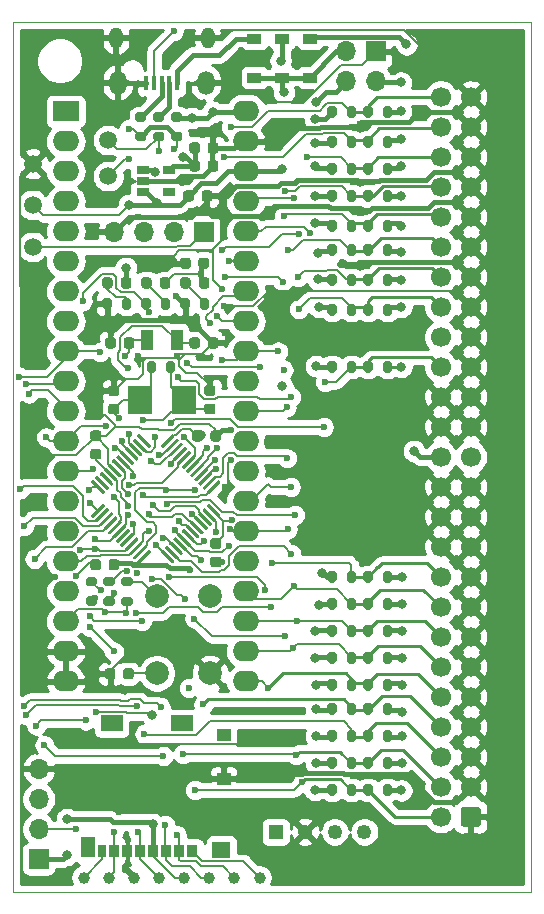
<source format=gbr>
%TF.GenerationSoftware,KiCad,Pcbnew,(5.1.7-0-10_14)*%
%TF.CreationDate,2021-05-27T20:48:50-05:00*%
%TF.ProjectId,bluepill_scsi,626c7565-7069-46c6-9c5f-736373692e6b,rev?*%
%TF.SameCoordinates,Original*%
%TF.FileFunction,Copper,L1,Top*%
%TF.FilePolarity,Positive*%
%FSLAX46Y46*%
G04 Gerber Fmt 4.6, Leading zero omitted, Abs format (unit mm)*
G04 Created by KiCad (PCBNEW (5.1.7-0-10_14)) date 2021-05-27 20:48:50*
%MOMM*%
%LPD*%
G01*
G04 APERTURE LIST*
%TA.AperFunction,Profile*%
%ADD10C,0.050000*%
%TD*%
%TA.AperFunction,SMDPad,CuDef*%
%ADD11C,1.500000*%
%TD*%
%TA.AperFunction,ComponentPad*%
%ADD12C,1.700000*%
%TD*%
%TA.AperFunction,ComponentPad*%
%ADD13C,1.000000*%
%TD*%
%TA.AperFunction,ComponentPad*%
%ADD14O,1.700000X1.700000*%
%TD*%
%TA.AperFunction,ComponentPad*%
%ADD15R,1.700000X1.700000*%
%TD*%
%TA.AperFunction,ComponentPad*%
%ADD16C,2.000000*%
%TD*%
%TA.AperFunction,SMDPad,CuDef*%
%ADD17R,1.200000X0.900000*%
%TD*%
%TA.AperFunction,SMDPad,CuDef*%
%ADD18R,1.900000X1.350000*%
%TD*%
%TA.AperFunction,SMDPad,CuDef*%
%ADD19R,1.200000X1.000000*%
%TD*%
%TA.AperFunction,SMDPad,CuDef*%
%ADD20R,1.550000X1.350000*%
%TD*%
%TA.AperFunction,SMDPad,CuDef*%
%ADD21R,1.170000X1.800000*%
%TD*%
%TA.AperFunction,SMDPad,CuDef*%
%ADD22R,0.850000X1.100000*%
%TD*%
%TA.AperFunction,SMDPad,CuDef*%
%ADD23R,0.750000X1.100000*%
%TD*%
%TA.AperFunction,SMDPad,CuDef*%
%ADD24R,2.000000X2.400000*%
%TD*%
%TA.AperFunction,SMDPad,CuDef*%
%ADD25R,1.000000X1.800000*%
%TD*%
%TA.AperFunction,SMDPad,CuDef*%
%ADD26R,1.060000X0.650000*%
%TD*%
%TA.AperFunction,ComponentPad*%
%ADD27O,1.150000X1.800000*%
%TD*%
%TA.AperFunction,ComponentPad*%
%ADD28O,1.450000X2.000000*%
%TD*%
%TA.AperFunction,SMDPad,CuDef*%
%ADD29R,0.450000X1.300000*%
%TD*%
%TA.AperFunction,ComponentPad*%
%ADD30O,2.250000X1.727200*%
%TD*%
%TA.AperFunction,ComponentPad*%
%ADD31R,2.250000X1.727200*%
%TD*%
%TA.AperFunction,ComponentPad*%
%ADD32R,1.250000X1.250000*%
%TD*%
%TA.AperFunction,ComponentPad*%
%ADD33C,1.250000*%
%TD*%
%TA.AperFunction,ViaPad*%
%ADD34C,0.600000*%
%TD*%
%TA.AperFunction,ViaPad*%
%ADD35C,0.800000*%
%TD*%
%TA.AperFunction,Conductor*%
%ADD36C,0.400000*%
%TD*%
%TA.AperFunction,Conductor*%
%ADD37C,0.200000*%
%TD*%
%TA.AperFunction,Conductor*%
%ADD38C,0.250000*%
%TD*%
%TA.AperFunction,Conductor*%
%ADD39C,0.254000*%
%TD*%
%TA.AperFunction,Conductor*%
%ADD40C,0.150000*%
%TD*%
G04 APERTURE END LIST*
D10*
X71755000Y-149225000D02*
X71120000Y-149225000D01*
X71120000Y-147955000D02*
X71120000Y-149225000D01*
X114935000Y-149225000D02*
X71755000Y-149225000D01*
X114935000Y-147955000D02*
X114935000Y-149225000D01*
X114935000Y-75565000D02*
X71120000Y-75565000D01*
X114935000Y-147955000D02*
X114935000Y-75565000D01*
X71120000Y-147955000D02*
X71120000Y-75565000D01*
D11*
%TO.P,TP14,1*%
%TO.N,GND*%
X72771000Y-87566500D03*
%TD*%
D12*
%TO.P,J5,50*%
%TO.N,SCSI_IO*%
X107315000Y-81915000D03*
%TO.P,J5,48*%
%TO.N,SCSI_REQ*%
X107315000Y-84455000D03*
%TO.P,J5,46*%
%TO.N,SCSI_CD*%
X107315000Y-86995000D03*
%TO.P,J5,44*%
%TO.N,SCSI_SEL*%
X107315000Y-89535000D03*
%TO.P,J5,42*%
%TO.N,SCSI_MSG*%
X107315000Y-92075000D03*
%TO.P,J5,40*%
%TO.N,SCSI_RST*%
X107315000Y-94615000D03*
%TO.P,J5,38*%
%TO.N,SCSI_ACK*%
X107315000Y-97155000D03*
%TO.P,J5,36*%
%TO.N,SCSI_BSY*%
X107315000Y-99695000D03*
%TO.P,J5,34*%
%TO.N,N/C*%
X107315000Y-102235000D03*
%TO.P,J5,32*%
%TO.N,SCSI_ATN*%
X107315000Y-104775000D03*
%TO.P,J5,30*%
%TO.N,GND*%
X107315000Y-107315000D03*
%TO.P,J5,28*%
X107315000Y-109855000D03*
%TO.P,J5,26*%
%TO.N,/TERM_PWR*%
X107315000Y-112395000D03*
%TO.P,J5,24*%
%TO.N,GND*%
X107315000Y-114935000D03*
%TO.P,J5,22*%
X107315000Y-117475000D03*
%TO.P,J5,20*%
X107315000Y-120015000D03*
%TO.P,J5,18*%
%TO.N,SCSI_DATP*%
X107315000Y-122555000D03*
%TO.P,J5,16*%
%TO.N,SCSI_DAT7*%
X107315000Y-125095000D03*
%TO.P,J5,14*%
%TO.N,SCSI_DAT6*%
X107315000Y-127635000D03*
%TO.P,J5,12*%
%TO.N,SCSI_DAT5*%
X107315000Y-130175000D03*
%TO.P,J5,10*%
%TO.N,SCSI_DAT4*%
X107315000Y-132715000D03*
%TO.P,J5,8*%
%TO.N,SCSI_DAT3*%
X107315000Y-135255000D03*
%TO.P,J5,6*%
%TO.N,SCSI_DAT2*%
X107315000Y-137795000D03*
%TO.P,J5,4*%
%TO.N,SCSI_DAT1*%
X107315000Y-140335000D03*
%TO.P,J5,2*%
%TO.N,SCSI_DAT0*%
X107315000Y-142875000D03*
%TO.P,J5,49*%
%TO.N,GND*%
X109855000Y-81915000D03*
%TO.P,J5,47*%
X109855000Y-84455000D03*
%TO.P,J5,45*%
X109855000Y-86995000D03*
%TO.P,J5,43*%
X109855000Y-89535000D03*
%TO.P,J5,41*%
X109855000Y-92075000D03*
%TO.P,J5,39*%
X109855000Y-94615000D03*
%TO.P,J5,37*%
X109855000Y-97155000D03*
%TO.P,J5,35*%
X109855000Y-99695000D03*
%TO.P,J5,33*%
X109855000Y-102235000D03*
%TO.P,J5,31*%
X109855000Y-104775000D03*
%TO.P,J5,29*%
X109855000Y-107315000D03*
%TO.P,J5,27*%
X109855000Y-109855000D03*
%TO.P,J5,25*%
%TO.N,N/C*%
X109855000Y-112395000D03*
%TO.P,J5,23*%
%TO.N,GND*%
X109855000Y-114935000D03*
%TO.P,J5,21*%
X109855000Y-117475000D03*
%TO.P,J5,19*%
X109855000Y-120015000D03*
%TO.P,J5,17*%
X109855000Y-122555000D03*
%TO.P,J5,15*%
X109855000Y-125095000D03*
%TO.P,J5,13*%
X109855000Y-127635000D03*
%TO.P,J5,11*%
X109855000Y-130175000D03*
%TO.P,J5,9*%
X109855000Y-132715000D03*
%TO.P,J5,7*%
X109855000Y-135255000D03*
%TO.P,J5,5*%
X109855000Y-137795000D03*
%TO.P,J5,3*%
X109855000Y-140335000D03*
%TO.P,J5,1*%
%TA.AperFunction,ComponentPad*%
G36*
G01*
X110705000Y-142275000D02*
X110705000Y-143475000D01*
G75*
G02*
X110455000Y-143725000I-250000J0D01*
G01*
X109255000Y-143725000D01*
G75*
G02*
X109005000Y-143475000I0J250000D01*
G01*
X109005000Y-142275000D01*
G75*
G02*
X109255000Y-142025000I250000J0D01*
G01*
X110455000Y-142025000D01*
G75*
G02*
X110705000Y-142275000I0J-250000D01*
G01*
G37*
%TD.AperFunction*%
%TD*%
D13*
%TO.P,TP13,1*%
%TO.N,Net-(J6-Pad8)*%
X77089000Y-148005800D03*
%TD*%
%TO.P,TP12,1*%
%TO.N,SD_MISO*%
X79215342Y-148005800D03*
%TD*%
%TO.P,TP11,1*%
%TO.N,SD_CLK*%
X83468026Y-148005800D03*
%TD*%
%TO.P,TP10,1*%
%TO.N,SD_MOSI*%
X87720710Y-148005800D03*
%TD*%
%TO.P,TP9,1*%
%TO.N,SD_CS*%
X89847052Y-148005800D03*
%TD*%
%TO.P,TP8,1*%
%TO.N,Net-(J6-Pad1)*%
X91973400Y-148005800D03*
%TD*%
%TO.P,TP7,1*%
%TO.N,GND*%
X81341684Y-148005800D03*
%TD*%
%TO.P,TP6,1*%
%TO.N,+3V3*%
X85594368Y-148005800D03*
%TD*%
D14*
%TO.P,J1,4*%
%TO.N,Net-(J1-Pad4)*%
X99263200Y-80606900D03*
%TO.P,J1,3*%
%TO.N,VCC*%
X99263200Y-78066900D03*
%TO.P,J1,2*%
%TO.N,Net-(J1-Pad2)*%
X101803200Y-80606900D03*
D15*
%TO.P,J1,1*%
%TO.N,GND*%
X101803200Y-78066900D03*
%TD*%
D16*
%TO.P,SW1,1*%
%TO.N,GND*%
X87769700Y-130708400D03*
%TO.P,SW1,2*%
%TO.N,/Onboard Blue Pil/Reset*%
X83269700Y-130708400D03*
%TO.P,SW1,1*%
%TO.N,GND*%
X87769700Y-124208400D03*
%TO.P,SW1,2*%
%TO.N,/Onboard Blue Pil/Reset*%
X83269700Y-124208400D03*
%TD*%
D17*
%TO.P,D6,2*%
%TO.N,VBUS*%
X91528900Y-76975700D03*
%TO.P,D6,1*%
%TO.N,VCC*%
X91528900Y-80275700D03*
%TD*%
%TO.P,D4,2*%
%TO.N,/TERM_PWR*%
X96240600Y-76975700D03*
%TO.P,D4,1*%
%TO.N,VCC*%
X96240600Y-80275700D03*
%TD*%
%TO.P,D3,2*%
%TO.N,/BERG_5V*%
X93884750Y-76975700D03*
%TO.P,D3,1*%
%TO.N,VCC*%
X93884750Y-80275700D03*
%TD*%
%TO.P,R47,2*%
%TO.N,SCSI_DAT7*%
%TA.AperFunction,SMDPad,CuDef*%
G36*
G01*
X101556000Y-124566000D02*
X101556000Y-125116000D01*
G75*
G02*
X101356000Y-125316000I-200000J0D01*
G01*
X100956000Y-125316000D01*
G75*
G02*
X100756000Y-125116000I0J200000D01*
G01*
X100756000Y-124566000D01*
G75*
G02*
X100956000Y-124366000I200000J0D01*
G01*
X101356000Y-124366000D01*
G75*
G02*
X101556000Y-124566000I0J-200000D01*
G01*
G37*
%TD.AperFunction*%
%TO.P,R47,1*%
%TO.N,Net-(J1-Pad2)*%
%TA.AperFunction,SMDPad,CuDef*%
G36*
G01*
X103206000Y-124566000D02*
X103206000Y-125116000D01*
G75*
G02*
X103006000Y-125316000I-200000J0D01*
G01*
X102606000Y-125316000D01*
G75*
G02*
X102406000Y-125116000I0J200000D01*
G01*
X102406000Y-124566000D01*
G75*
G02*
X102606000Y-124366000I200000J0D01*
G01*
X103006000Y-124366000D01*
G75*
G02*
X103206000Y-124566000I0J-200000D01*
G01*
G37*
%TD.AperFunction*%
%TD*%
%TO.P,R46,2*%
%TO.N,SCSI_DAT7*%
%TA.AperFunction,SMDPad,CuDef*%
G36*
G01*
X99358000Y-125116000D02*
X99358000Y-124566000D01*
G75*
G02*
X99558000Y-124366000I200000J0D01*
G01*
X99958000Y-124366000D01*
G75*
G02*
X100158000Y-124566000I0J-200000D01*
G01*
X100158000Y-125116000D01*
G75*
G02*
X99958000Y-125316000I-200000J0D01*
G01*
X99558000Y-125316000D01*
G75*
G02*
X99358000Y-125116000I0J200000D01*
G01*
G37*
%TD.AperFunction*%
%TO.P,R46,1*%
%TO.N,Net-(J1-Pad4)*%
%TA.AperFunction,SMDPad,CuDef*%
G36*
G01*
X97708000Y-125116000D02*
X97708000Y-124566000D01*
G75*
G02*
X97908000Y-124366000I200000J0D01*
G01*
X98308000Y-124366000D01*
G75*
G02*
X98508000Y-124566000I0J-200000D01*
G01*
X98508000Y-125116000D01*
G75*
G02*
X98308000Y-125316000I-200000J0D01*
G01*
X97908000Y-125316000D01*
G75*
G02*
X97708000Y-125116000I0J200000D01*
G01*
G37*
%TD.AperFunction*%
%TD*%
%TO.P,R45,2*%
%TO.N,SCSI_DAT6*%
%TA.AperFunction,SMDPad,CuDef*%
G36*
G01*
X101556000Y-126852000D02*
X101556000Y-127402000D01*
G75*
G02*
X101356000Y-127602000I-200000J0D01*
G01*
X100956000Y-127602000D01*
G75*
G02*
X100756000Y-127402000I0J200000D01*
G01*
X100756000Y-126852000D01*
G75*
G02*
X100956000Y-126652000I200000J0D01*
G01*
X101356000Y-126652000D01*
G75*
G02*
X101556000Y-126852000I0J-200000D01*
G01*
G37*
%TD.AperFunction*%
%TO.P,R45,1*%
%TO.N,Net-(J1-Pad2)*%
%TA.AperFunction,SMDPad,CuDef*%
G36*
G01*
X103206000Y-126852000D02*
X103206000Y-127402000D01*
G75*
G02*
X103006000Y-127602000I-200000J0D01*
G01*
X102606000Y-127602000D01*
G75*
G02*
X102406000Y-127402000I0J200000D01*
G01*
X102406000Y-126852000D01*
G75*
G02*
X102606000Y-126652000I200000J0D01*
G01*
X103006000Y-126652000D01*
G75*
G02*
X103206000Y-126852000I0J-200000D01*
G01*
G37*
%TD.AperFunction*%
%TD*%
%TO.P,R44,2*%
%TO.N,SCSI_DAT6*%
%TA.AperFunction,SMDPad,CuDef*%
G36*
G01*
X99358000Y-127402000D02*
X99358000Y-126852000D01*
G75*
G02*
X99558000Y-126652000I200000J0D01*
G01*
X99958000Y-126652000D01*
G75*
G02*
X100158000Y-126852000I0J-200000D01*
G01*
X100158000Y-127402000D01*
G75*
G02*
X99958000Y-127602000I-200000J0D01*
G01*
X99558000Y-127602000D01*
G75*
G02*
X99358000Y-127402000I0J200000D01*
G01*
G37*
%TD.AperFunction*%
%TO.P,R44,1*%
%TO.N,Net-(J1-Pad4)*%
%TA.AperFunction,SMDPad,CuDef*%
G36*
G01*
X97708000Y-127402000D02*
X97708000Y-126852000D01*
G75*
G02*
X97908000Y-126652000I200000J0D01*
G01*
X98308000Y-126652000D01*
G75*
G02*
X98508000Y-126852000I0J-200000D01*
G01*
X98508000Y-127402000D01*
G75*
G02*
X98308000Y-127602000I-200000J0D01*
G01*
X97908000Y-127602000D01*
G75*
G02*
X97708000Y-127402000I0J200000D01*
G01*
G37*
%TD.AperFunction*%
%TD*%
%TO.P,R43,2*%
%TO.N,SCSI_DAT5*%
%TA.AperFunction,SMDPad,CuDef*%
G36*
G01*
X101556000Y-129138000D02*
X101556000Y-129688000D01*
G75*
G02*
X101356000Y-129888000I-200000J0D01*
G01*
X100956000Y-129888000D01*
G75*
G02*
X100756000Y-129688000I0J200000D01*
G01*
X100756000Y-129138000D01*
G75*
G02*
X100956000Y-128938000I200000J0D01*
G01*
X101356000Y-128938000D01*
G75*
G02*
X101556000Y-129138000I0J-200000D01*
G01*
G37*
%TD.AperFunction*%
%TO.P,R43,1*%
%TO.N,Net-(J1-Pad2)*%
%TA.AperFunction,SMDPad,CuDef*%
G36*
G01*
X103206000Y-129138000D02*
X103206000Y-129688000D01*
G75*
G02*
X103006000Y-129888000I-200000J0D01*
G01*
X102606000Y-129888000D01*
G75*
G02*
X102406000Y-129688000I0J200000D01*
G01*
X102406000Y-129138000D01*
G75*
G02*
X102606000Y-128938000I200000J0D01*
G01*
X103006000Y-128938000D01*
G75*
G02*
X103206000Y-129138000I0J-200000D01*
G01*
G37*
%TD.AperFunction*%
%TD*%
%TO.P,R42,2*%
%TO.N,SCSI_DAT5*%
%TA.AperFunction,SMDPad,CuDef*%
G36*
G01*
X99358000Y-129688000D02*
X99358000Y-129138000D01*
G75*
G02*
X99558000Y-128938000I200000J0D01*
G01*
X99958000Y-128938000D01*
G75*
G02*
X100158000Y-129138000I0J-200000D01*
G01*
X100158000Y-129688000D01*
G75*
G02*
X99958000Y-129888000I-200000J0D01*
G01*
X99558000Y-129888000D01*
G75*
G02*
X99358000Y-129688000I0J200000D01*
G01*
G37*
%TD.AperFunction*%
%TO.P,R42,1*%
%TO.N,Net-(J1-Pad4)*%
%TA.AperFunction,SMDPad,CuDef*%
G36*
G01*
X97708000Y-129688000D02*
X97708000Y-129138000D01*
G75*
G02*
X97908000Y-128938000I200000J0D01*
G01*
X98308000Y-128938000D01*
G75*
G02*
X98508000Y-129138000I0J-200000D01*
G01*
X98508000Y-129688000D01*
G75*
G02*
X98308000Y-129888000I-200000J0D01*
G01*
X97908000Y-129888000D01*
G75*
G02*
X97708000Y-129688000I0J200000D01*
G01*
G37*
%TD.AperFunction*%
%TD*%
%TO.P,R41,2*%
%TO.N,SCSI_DAT4*%
%TA.AperFunction,SMDPad,CuDef*%
G36*
G01*
X101556000Y-131424000D02*
X101556000Y-131974000D01*
G75*
G02*
X101356000Y-132174000I-200000J0D01*
G01*
X100956000Y-132174000D01*
G75*
G02*
X100756000Y-131974000I0J200000D01*
G01*
X100756000Y-131424000D01*
G75*
G02*
X100956000Y-131224000I200000J0D01*
G01*
X101356000Y-131224000D01*
G75*
G02*
X101556000Y-131424000I0J-200000D01*
G01*
G37*
%TD.AperFunction*%
%TO.P,R41,1*%
%TO.N,Net-(J1-Pad2)*%
%TA.AperFunction,SMDPad,CuDef*%
G36*
G01*
X103206000Y-131424000D02*
X103206000Y-131974000D01*
G75*
G02*
X103006000Y-132174000I-200000J0D01*
G01*
X102606000Y-132174000D01*
G75*
G02*
X102406000Y-131974000I0J200000D01*
G01*
X102406000Y-131424000D01*
G75*
G02*
X102606000Y-131224000I200000J0D01*
G01*
X103006000Y-131224000D01*
G75*
G02*
X103206000Y-131424000I0J-200000D01*
G01*
G37*
%TD.AperFunction*%
%TD*%
%TO.P,R40,2*%
%TO.N,SCSI_DAT4*%
%TA.AperFunction,SMDPad,CuDef*%
G36*
G01*
X99358000Y-131974000D02*
X99358000Y-131424000D01*
G75*
G02*
X99558000Y-131224000I200000J0D01*
G01*
X99958000Y-131224000D01*
G75*
G02*
X100158000Y-131424000I0J-200000D01*
G01*
X100158000Y-131974000D01*
G75*
G02*
X99958000Y-132174000I-200000J0D01*
G01*
X99558000Y-132174000D01*
G75*
G02*
X99358000Y-131974000I0J200000D01*
G01*
G37*
%TD.AperFunction*%
%TO.P,R40,1*%
%TO.N,Net-(J1-Pad4)*%
%TA.AperFunction,SMDPad,CuDef*%
G36*
G01*
X97708000Y-131974000D02*
X97708000Y-131424000D01*
G75*
G02*
X97908000Y-131224000I200000J0D01*
G01*
X98308000Y-131224000D01*
G75*
G02*
X98508000Y-131424000I0J-200000D01*
G01*
X98508000Y-131974000D01*
G75*
G02*
X98308000Y-132174000I-200000J0D01*
G01*
X97908000Y-132174000D01*
G75*
G02*
X97708000Y-131974000I0J200000D01*
G01*
G37*
%TD.AperFunction*%
%TD*%
%TO.P,R39,2*%
%TO.N,SCSI_DAT3*%
%TA.AperFunction,SMDPad,CuDef*%
G36*
G01*
X101556000Y-133456000D02*
X101556000Y-134006000D01*
G75*
G02*
X101356000Y-134206000I-200000J0D01*
G01*
X100956000Y-134206000D01*
G75*
G02*
X100756000Y-134006000I0J200000D01*
G01*
X100756000Y-133456000D01*
G75*
G02*
X100956000Y-133256000I200000J0D01*
G01*
X101356000Y-133256000D01*
G75*
G02*
X101556000Y-133456000I0J-200000D01*
G01*
G37*
%TD.AperFunction*%
%TO.P,R39,1*%
%TO.N,Net-(J1-Pad2)*%
%TA.AperFunction,SMDPad,CuDef*%
G36*
G01*
X103206000Y-133456000D02*
X103206000Y-134006000D01*
G75*
G02*
X103006000Y-134206000I-200000J0D01*
G01*
X102606000Y-134206000D01*
G75*
G02*
X102406000Y-134006000I0J200000D01*
G01*
X102406000Y-133456000D01*
G75*
G02*
X102606000Y-133256000I200000J0D01*
G01*
X103006000Y-133256000D01*
G75*
G02*
X103206000Y-133456000I0J-200000D01*
G01*
G37*
%TD.AperFunction*%
%TD*%
%TO.P,R38,2*%
%TO.N,SCSI_DAT3*%
%TA.AperFunction,SMDPad,CuDef*%
G36*
G01*
X99358000Y-134006000D02*
X99358000Y-133456000D01*
G75*
G02*
X99558000Y-133256000I200000J0D01*
G01*
X99958000Y-133256000D01*
G75*
G02*
X100158000Y-133456000I0J-200000D01*
G01*
X100158000Y-134006000D01*
G75*
G02*
X99958000Y-134206000I-200000J0D01*
G01*
X99558000Y-134206000D01*
G75*
G02*
X99358000Y-134006000I0J200000D01*
G01*
G37*
%TD.AperFunction*%
%TO.P,R38,1*%
%TO.N,Net-(J1-Pad4)*%
%TA.AperFunction,SMDPad,CuDef*%
G36*
G01*
X97708000Y-134006000D02*
X97708000Y-133456000D01*
G75*
G02*
X97908000Y-133256000I200000J0D01*
G01*
X98308000Y-133256000D01*
G75*
G02*
X98508000Y-133456000I0J-200000D01*
G01*
X98508000Y-134006000D01*
G75*
G02*
X98308000Y-134206000I-200000J0D01*
G01*
X97908000Y-134206000D01*
G75*
G02*
X97708000Y-134006000I0J200000D01*
G01*
G37*
%TD.AperFunction*%
%TD*%
%TO.P,R37,2*%
%TO.N,SCSI_DAT2*%
%TA.AperFunction,SMDPad,CuDef*%
G36*
G01*
X101556000Y-135742000D02*
X101556000Y-136292000D01*
G75*
G02*
X101356000Y-136492000I-200000J0D01*
G01*
X100956000Y-136492000D01*
G75*
G02*
X100756000Y-136292000I0J200000D01*
G01*
X100756000Y-135742000D01*
G75*
G02*
X100956000Y-135542000I200000J0D01*
G01*
X101356000Y-135542000D01*
G75*
G02*
X101556000Y-135742000I0J-200000D01*
G01*
G37*
%TD.AperFunction*%
%TO.P,R37,1*%
%TO.N,Net-(J1-Pad2)*%
%TA.AperFunction,SMDPad,CuDef*%
G36*
G01*
X103206000Y-135742000D02*
X103206000Y-136292000D01*
G75*
G02*
X103006000Y-136492000I-200000J0D01*
G01*
X102606000Y-136492000D01*
G75*
G02*
X102406000Y-136292000I0J200000D01*
G01*
X102406000Y-135742000D01*
G75*
G02*
X102606000Y-135542000I200000J0D01*
G01*
X103006000Y-135542000D01*
G75*
G02*
X103206000Y-135742000I0J-200000D01*
G01*
G37*
%TD.AperFunction*%
%TD*%
%TO.P,R36,2*%
%TO.N,SCSI_DAT2*%
%TA.AperFunction,SMDPad,CuDef*%
G36*
G01*
X99358000Y-136292000D02*
X99358000Y-135742000D01*
G75*
G02*
X99558000Y-135542000I200000J0D01*
G01*
X99958000Y-135542000D01*
G75*
G02*
X100158000Y-135742000I0J-200000D01*
G01*
X100158000Y-136292000D01*
G75*
G02*
X99958000Y-136492000I-200000J0D01*
G01*
X99558000Y-136492000D01*
G75*
G02*
X99358000Y-136292000I0J200000D01*
G01*
G37*
%TD.AperFunction*%
%TO.P,R36,1*%
%TO.N,Net-(J1-Pad4)*%
%TA.AperFunction,SMDPad,CuDef*%
G36*
G01*
X97708000Y-136292000D02*
X97708000Y-135742000D01*
G75*
G02*
X97908000Y-135542000I200000J0D01*
G01*
X98308000Y-135542000D01*
G75*
G02*
X98508000Y-135742000I0J-200000D01*
G01*
X98508000Y-136292000D01*
G75*
G02*
X98308000Y-136492000I-200000J0D01*
G01*
X97908000Y-136492000D01*
G75*
G02*
X97708000Y-136292000I0J200000D01*
G01*
G37*
%TD.AperFunction*%
%TD*%
%TO.P,R35,2*%
%TO.N,SCSI_DAT1*%
%TA.AperFunction,SMDPad,CuDef*%
G36*
G01*
X101556000Y-138028000D02*
X101556000Y-138578000D01*
G75*
G02*
X101356000Y-138778000I-200000J0D01*
G01*
X100956000Y-138778000D01*
G75*
G02*
X100756000Y-138578000I0J200000D01*
G01*
X100756000Y-138028000D01*
G75*
G02*
X100956000Y-137828000I200000J0D01*
G01*
X101356000Y-137828000D01*
G75*
G02*
X101556000Y-138028000I0J-200000D01*
G01*
G37*
%TD.AperFunction*%
%TO.P,R35,1*%
%TO.N,Net-(J1-Pad2)*%
%TA.AperFunction,SMDPad,CuDef*%
G36*
G01*
X103206000Y-138028000D02*
X103206000Y-138578000D01*
G75*
G02*
X103006000Y-138778000I-200000J0D01*
G01*
X102606000Y-138778000D01*
G75*
G02*
X102406000Y-138578000I0J200000D01*
G01*
X102406000Y-138028000D01*
G75*
G02*
X102606000Y-137828000I200000J0D01*
G01*
X103006000Y-137828000D01*
G75*
G02*
X103206000Y-138028000I0J-200000D01*
G01*
G37*
%TD.AperFunction*%
%TD*%
%TO.P,R34,2*%
%TO.N,SCSI_DAT1*%
%TA.AperFunction,SMDPad,CuDef*%
G36*
G01*
X99358000Y-138578000D02*
X99358000Y-138028000D01*
G75*
G02*
X99558000Y-137828000I200000J0D01*
G01*
X99958000Y-137828000D01*
G75*
G02*
X100158000Y-138028000I0J-200000D01*
G01*
X100158000Y-138578000D01*
G75*
G02*
X99958000Y-138778000I-200000J0D01*
G01*
X99558000Y-138778000D01*
G75*
G02*
X99358000Y-138578000I0J200000D01*
G01*
G37*
%TD.AperFunction*%
%TO.P,R34,1*%
%TO.N,Net-(J1-Pad4)*%
%TA.AperFunction,SMDPad,CuDef*%
G36*
G01*
X97708000Y-138578000D02*
X97708000Y-138028000D01*
G75*
G02*
X97908000Y-137828000I200000J0D01*
G01*
X98308000Y-137828000D01*
G75*
G02*
X98508000Y-138028000I0J-200000D01*
G01*
X98508000Y-138578000D01*
G75*
G02*
X98308000Y-138778000I-200000J0D01*
G01*
X97908000Y-138778000D01*
G75*
G02*
X97708000Y-138578000I0J200000D01*
G01*
G37*
%TD.AperFunction*%
%TD*%
%TO.P,R33,2*%
%TO.N,SCSI_DAT0*%
%TA.AperFunction,SMDPad,CuDef*%
G36*
G01*
X101556000Y-140314000D02*
X101556000Y-140864000D01*
G75*
G02*
X101356000Y-141064000I-200000J0D01*
G01*
X100956000Y-141064000D01*
G75*
G02*
X100756000Y-140864000I0J200000D01*
G01*
X100756000Y-140314000D01*
G75*
G02*
X100956000Y-140114000I200000J0D01*
G01*
X101356000Y-140114000D01*
G75*
G02*
X101556000Y-140314000I0J-200000D01*
G01*
G37*
%TD.AperFunction*%
%TO.P,R33,1*%
%TO.N,Net-(J1-Pad2)*%
%TA.AperFunction,SMDPad,CuDef*%
G36*
G01*
X103206000Y-140314000D02*
X103206000Y-140864000D01*
G75*
G02*
X103006000Y-141064000I-200000J0D01*
G01*
X102606000Y-141064000D01*
G75*
G02*
X102406000Y-140864000I0J200000D01*
G01*
X102406000Y-140314000D01*
G75*
G02*
X102606000Y-140114000I200000J0D01*
G01*
X103006000Y-140114000D01*
G75*
G02*
X103206000Y-140314000I0J-200000D01*
G01*
G37*
%TD.AperFunction*%
%TD*%
%TO.P,R32,2*%
%TO.N,SCSI_DAT0*%
%TA.AperFunction,SMDPad,CuDef*%
G36*
G01*
X99358000Y-140864000D02*
X99358000Y-140314000D01*
G75*
G02*
X99558000Y-140114000I200000J0D01*
G01*
X99958000Y-140114000D01*
G75*
G02*
X100158000Y-140314000I0J-200000D01*
G01*
X100158000Y-140864000D01*
G75*
G02*
X99958000Y-141064000I-200000J0D01*
G01*
X99558000Y-141064000D01*
G75*
G02*
X99358000Y-140864000I0J200000D01*
G01*
G37*
%TD.AperFunction*%
%TO.P,R32,1*%
%TO.N,Net-(J1-Pad4)*%
%TA.AperFunction,SMDPad,CuDef*%
G36*
G01*
X97708000Y-140864000D02*
X97708000Y-140314000D01*
G75*
G02*
X97908000Y-140114000I200000J0D01*
G01*
X98308000Y-140114000D01*
G75*
G02*
X98508000Y-140314000I0J-200000D01*
G01*
X98508000Y-140864000D01*
G75*
G02*
X98308000Y-141064000I-200000J0D01*
G01*
X97908000Y-141064000D01*
G75*
G02*
X97708000Y-140864000I0J200000D01*
G01*
G37*
%TD.AperFunction*%
%TD*%
%TO.P,R31,2*%
%TO.N,SCSI_DATP*%
%TA.AperFunction,SMDPad,CuDef*%
G36*
G01*
X101556000Y-122280000D02*
X101556000Y-122830000D01*
G75*
G02*
X101356000Y-123030000I-200000J0D01*
G01*
X100956000Y-123030000D01*
G75*
G02*
X100756000Y-122830000I0J200000D01*
G01*
X100756000Y-122280000D01*
G75*
G02*
X100956000Y-122080000I200000J0D01*
G01*
X101356000Y-122080000D01*
G75*
G02*
X101556000Y-122280000I0J-200000D01*
G01*
G37*
%TD.AperFunction*%
%TO.P,R31,1*%
%TO.N,Net-(J1-Pad2)*%
%TA.AperFunction,SMDPad,CuDef*%
G36*
G01*
X103206000Y-122280000D02*
X103206000Y-122830000D01*
G75*
G02*
X103006000Y-123030000I-200000J0D01*
G01*
X102606000Y-123030000D01*
G75*
G02*
X102406000Y-122830000I0J200000D01*
G01*
X102406000Y-122280000D01*
G75*
G02*
X102606000Y-122080000I200000J0D01*
G01*
X103006000Y-122080000D01*
G75*
G02*
X103206000Y-122280000I0J-200000D01*
G01*
G37*
%TD.AperFunction*%
%TD*%
%TO.P,R30,2*%
%TO.N,SCSI_DATP*%
%TA.AperFunction,SMDPad,CuDef*%
G36*
G01*
X99358000Y-122830000D02*
X99358000Y-122280000D01*
G75*
G02*
X99558000Y-122080000I200000J0D01*
G01*
X99958000Y-122080000D01*
G75*
G02*
X100158000Y-122280000I0J-200000D01*
G01*
X100158000Y-122830000D01*
G75*
G02*
X99958000Y-123030000I-200000J0D01*
G01*
X99558000Y-123030000D01*
G75*
G02*
X99358000Y-122830000I0J200000D01*
G01*
G37*
%TD.AperFunction*%
%TO.P,R30,1*%
%TO.N,Net-(J1-Pad4)*%
%TA.AperFunction,SMDPad,CuDef*%
G36*
G01*
X97708000Y-122830000D02*
X97708000Y-122280000D01*
G75*
G02*
X97908000Y-122080000I200000J0D01*
G01*
X98308000Y-122080000D01*
G75*
G02*
X98508000Y-122280000I0J-200000D01*
G01*
X98508000Y-122830000D01*
G75*
G02*
X98308000Y-123030000I-200000J0D01*
G01*
X97908000Y-123030000D01*
G75*
G02*
X97708000Y-122830000I0J200000D01*
G01*
G37*
%TD.AperFunction*%
%TD*%
%TO.P,R29,2*%
%TO.N,SCSI_ATN*%
%TA.AperFunction,SMDPad,CuDef*%
G36*
G01*
X101556000Y-104500000D02*
X101556000Y-105050000D01*
G75*
G02*
X101356000Y-105250000I-200000J0D01*
G01*
X100956000Y-105250000D01*
G75*
G02*
X100756000Y-105050000I0J200000D01*
G01*
X100756000Y-104500000D01*
G75*
G02*
X100956000Y-104300000I200000J0D01*
G01*
X101356000Y-104300000D01*
G75*
G02*
X101556000Y-104500000I0J-200000D01*
G01*
G37*
%TD.AperFunction*%
%TO.P,R29,1*%
%TO.N,Net-(J1-Pad2)*%
%TA.AperFunction,SMDPad,CuDef*%
G36*
G01*
X103206000Y-104500000D02*
X103206000Y-105050000D01*
G75*
G02*
X103006000Y-105250000I-200000J0D01*
G01*
X102606000Y-105250000D01*
G75*
G02*
X102406000Y-105050000I0J200000D01*
G01*
X102406000Y-104500000D01*
G75*
G02*
X102606000Y-104300000I200000J0D01*
G01*
X103006000Y-104300000D01*
G75*
G02*
X103206000Y-104500000I0J-200000D01*
G01*
G37*
%TD.AperFunction*%
%TD*%
%TO.P,R28,2*%
%TO.N,SCSI_ATN*%
%TA.AperFunction,SMDPad,CuDef*%
G36*
G01*
X99358000Y-105050000D02*
X99358000Y-104500000D01*
G75*
G02*
X99558000Y-104300000I200000J0D01*
G01*
X99958000Y-104300000D01*
G75*
G02*
X100158000Y-104500000I0J-200000D01*
G01*
X100158000Y-105050000D01*
G75*
G02*
X99958000Y-105250000I-200000J0D01*
G01*
X99558000Y-105250000D01*
G75*
G02*
X99358000Y-105050000I0J200000D01*
G01*
G37*
%TD.AperFunction*%
%TO.P,R28,1*%
%TO.N,Net-(J1-Pad4)*%
%TA.AperFunction,SMDPad,CuDef*%
G36*
G01*
X97708000Y-105050000D02*
X97708000Y-104500000D01*
G75*
G02*
X97908000Y-104300000I200000J0D01*
G01*
X98308000Y-104300000D01*
G75*
G02*
X98508000Y-104500000I0J-200000D01*
G01*
X98508000Y-105050000D01*
G75*
G02*
X98308000Y-105250000I-200000J0D01*
G01*
X97908000Y-105250000D01*
G75*
G02*
X97708000Y-105050000I0J200000D01*
G01*
G37*
%TD.AperFunction*%
%TD*%
%TO.P,R27,2*%
%TO.N,SCSI_ACK*%
%TA.AperFunction,SMDPad,CuDef*%
G36*
G01*
X101556000Y-97134000D02*
X101556000Y-97684000D01*
G75*
G02*
X101356000Y-97884000I-200000J0D01*
G01*
X100956000Y-97884000D01*
G75*
G02*
X100756000Y-97684000I0J200000D01*
G01*
X100756000Y-97134000D01*
G75*
G02*
X100956000Y-96934000I200000J0D01*
G01*
X101356000Y-96934000D01*
G75*
G02*
X101556000Y-97134000I0J-200000D01*
G01*
G37*
%TD.AperFunction*%
%TO.P,R27,1*%
%TO.N,Net-(J1-Pad2)*%
%TA.AperFunction,SMDPad,CuDef*%
G36*
G01*
X103206000Y-97134000D02*
X103206000Y-97684000D01*
G75*
G02*
X103006000Y-97884000I-200000J0D01*
G01*
X102606000Y-97884000D01*
G75*
G02*
X102406000Y-97684000I0J200000D01*
G01*
X102406000Y-97134000D01*
G75*
G02*
X102606000Y-96934000I200000J0D01*
G01*
X103006000Y-96934000D01*
G75*
G02*
X103206000Y-97134000I0J-200000D01*
G01*
G37*
%TD.AperFunction*%
%TD*%
%TO.P,R26,2*%
%TO.N,SCSI_ACK*%
%TA.AperFunction,SMDPad,CuDef*%
G36*
G01*
X99358000Y-97684000D02*
X99358000Y-97134000D01*
G75*
G02*
X99558000Y-96934000I200000J0D01*
G01*
X99958000Y-96934000D01*
G75*
G02*
X100158000Y-97134000I0J-200000D01*
G01*
X100158000Y-97684000D01*
G75*
G02*
X99958000Y-97884000I-200000J0D01*
G01*
X99558000Y-97884000D01*
G75*
G02*
X99358000Y-97684000I0J200000D01*
G01*
G37*
%TD.AperFunction*%
%TO.P,R26,1*%
%TO.N,Net-(J1-Pad4)*%
%TA.AperFunction,SMDPad,CuDef*%
G36*
G01*
X97708000Y-97684000D02*
X97708000Y-97134000D01*
G75*
G02*
X97908000Y-96934000I200000J0D01*
G01*
X98308000Y-96934000D01*
G75*
G02*
X98508000Y-97134000I0J-200000D01*
G01*
X98508000Y-97684000D01*
G75*
G02*
X98308000Y-97884000I-200000J0D01*
G01*
X97908000Y-97884000D01*
G75*
G02*
X97708000Y-97684000I0J200000D01*
G01*
G37*
%TD.AperFunction*%
%TD*%
%TO.P,R25,2*%
%TO.N,SCSI_RST*%
%TA.AperFunction,SMDPad,CuDef*%
G36*
G01*
X101556000Y-94594000D02*
X101556000Y-95144000D01*
G75*
G02*
X101356000Y-95344000I-200000J0D01*
G01*
X100956000Y-95344000D01*
G75*
G02*
X100756000Y-95144000I0J200000D01*
G01*
X100756000Y-94594000D01*
G75*
G02*
X100956000Y-94394000I200000J0D01*
G01*
X101356000Y-94394000D01*
G75*
G02*
X101556000Y-94594000I0J-200000D01*
G01*
G37*
%TD.AperFunction*%
%TO.P,R25,1*%
%TO.N,Net-(J1-Pad2)*%
%TA.AperFunction,SMDPad,CuDef*%
G36*
G01*
X103206000Y-94594000D02*
X103206000Y-95144000D01*
G75*
G02*
X103006000Y-95344000I-200000J0D01*
G01*
X102606000Y-95344000D01*
G75*
G02*
X102406000Y-95144000I0J200000D01*
G01*
X102406000Y-94594000D01*
G75*
G02*
X102606000Y-94394000I200000J0D01*
G01*
X103006000Y-94394000D01*
G75*
G02*
X103206000Y-94594000I0J-200000D01*
G01*
G37*
%TD.AperFunction*%
%TD*%
%TO.P,R24,2*%
%TO.N,SCSI_RST*%
%TA.AperFunction,SMDPad,CuDef*%
G36*
G01*
X99358000Y-95144000D02*
X99358000Y-94594000D01*
G75*
G02*
X99558000Y-94394000I200000J0D01*
G01*
X99958000Y-94394000D01*
G75*
G02*
X100158000Y-94594000I0J-200000D01*
G01*
X100158000Y-95144000D01*
G75*
G02*
X99958000Y-95344000I-200000J0D01*
G01*
X99558000Y-95344000D01*
G75*
G02*
X99358000Y-95144000I0J200000D01*
G01*
G37*
%TD.AperFunction*%
%TO.P,R24,1*%
%TO.N,Net-(J1-Pad4)*%
%TA.AperFunction,SMDPad,CuDef*%
G36*
G01*
X97708000Y-95144000D02*
X97708000Y-94594000D01*
G75*
G02*
X97908000Y-94394000I200000J0D01*
G01*
X98308000Y-94394000D01*
G75*
G02*
X98508000Y-94594000I0J-200000D01*
G01*
X98508000Y-95144000D01*
G75*
G02*
X98308000Y-95344000I-200000J0D01*
G01*
X97908000Y-95344000D01*
G75*
G02*
X97708000Y-95144000I0J200000D01*
G01*
G37*
%TD.AperFunction*%
%TD*%
%TO.P,R23,2*%
%TO.N,SCSI_SEL*%
%TA.AperFunction,SMDPad,CuDef*%
G36*
G01*
X101556000Y-90022000D02*
X101556000Y-90572000D01*
G75*
G02*
X101356000Y-90772000I-200000J0D01*
G01*
X100956000Y-90772000D01*
G75*
G02*
X100756000Y-90572000I0J200000D01*
G01*
X100756000Y-90022000D01*
G75*
G02*
X100956000Y-89822000I200000J0D01*
G01*
X101356000Y-89822000D01*
G75*
G02*
X101556000Y-90022000I0J-200000D01*
G01*
G37*
%TD.AperFunction*%
%TO.P,R23,1*%
%TO.N,Net-(J1-Pad2)*%
%TA.AperFunction,SMDPad,CuDef*%
G36*
G01*
X103206000Y-90022000D02*
X103206000Y-90572000D01*
G75*
G02*
X103006000Y-90772000I-200000J0D01*
G01*
X102606000Y-90772000D01*
G75*
G02*
X102406000Y-90572000I0J200000D01*
G01*
X102406000Y-90022000D01*
G75*
G02*
X102606000Y-89822000I200000J0D01*
G01*
X103006000Y-89822000D01*
G75*
G02*
X103206000Y-90022000I0J-200000D01*
G01*
G37*
%TD.AperFunction*%
%TD*%
%TO.P,R22,2*%
%TO.N,SCSI_SEL*%
%TA.AperFunction,SMDPad,CuDef*%
G36*
G01*
X99358000Y-90572000D02*
X99358000Y-90022000D01*
G75*
G02*
X99558000Y-89822000I200000J0D01*
G01*
X99958000Y-89822000D01*
G75*
G02*
X100158000Y-90022000I0J-200000D01*
G01*
X100158000Y-90572000D01*
G75*
G02*
X99958000Y-90772000I-200000J0D01*
G01*
X99558000Y-90772000D01*
G75*
G02*
X99358000Y-90572000I0J200000D01*
G01*
G37*
%TD.AperFunction*%
%TO.P,R22,1*%
%TO.N,Net-(J1-Pad4)*%
%TA.AperFunction,SMDPad,CuDef*%
G36*
G01*
X97708000Y-90572000D02*
X97708000Y-90022000D01*
G75*
G02*
X97908000Y-89822000I200000J0D01*
G01*
X98308000Y-89822000D01*
G75*
G02*
X98508000Y-90022000I0J-200000D01*
G01*
X98508000Y-90572000D01*
G75*
G02*
X98308000Y-90772000I-200000J0D01*
G01*
X97908000Y-90772000D01*
G75*
G02*
X97708000Y-90572000I0J200000D01*
G01*
G37*
%TD.AperFunction*%
%TD*%
%TO.P,R21,2*%
%TO.N,SCSI_BSY*%
%TA.AperFunction,SMDPad,CuDef*%
G36*
G01*
X101556000Y-99674000D02*
X101556000Y-100224000D01*
G75*
G02*
X101356000Y-100424000I-200000J0D01*
G01*
X100956000Y-100424000D01*
G75*
G02*
X100756000Y-100224000I0J200000D01*
G01*
X100756000Y-99674000D01*
G75*
G02*
X100956000Y-99474000I200000J0D01*
G01*
X101356000Y-99474000D01*
G75*
G02*
X101556000Y-99674000I0J-200000D01*
G01*
G37*
%TD.AperFunction*%
%TO.P,R21,1*%
%TO.N,Net-(J1-Pad2)*%
%TA.AperFunction,SMDPad,CuDef*%
G36*
G01*
X103206000Y-99674000D02*
X103206000Y-100224000D01*
G75*
G02*
X103006000Y-100424000I-200000J0D01*
G01*
X102606000Y-100424000D01*
G75*
G02*
X102406000Y-100224000I0J200000D01*
G01*
X102406000Y-99674000D01*
G75*
G02*
X102606000Y-99474000I200000J0D01*
G01*
X103006000Y-99474000D01*
G75*
G02*
X103206000Y-99674000I0J-200000D01*
G01*
G37*
%TD.AperFunction*%
%TD*%
%TO.P,R20,2*%
%TO.N,SCSI_BSY*%
%TA.AperFunction,SMDPad,CuDef*%
G36*
G01*
X99358000Y-100224000D02*
X99358000Y-99674000D01*
G75*
G02*
X99558000Y-99474000I200000J0D01*
G01*
X99958000Y-99474000D01*
G75*
G02*
X100158000Y-99674000I0J-200000D01*
G01*
X100158000Y-100224000D01*
G75*
G02*
X99958000Y-100424000I-200000J0D01*
G01*
X99558000Y-100424000D01*
G75*
G02*
X99358000Y-100224000I0J200000D01*
G01*
G37*
%TD.AperFunction*%
%TO.P,R20,1*%
%TO.N,Net-(J1-Pad4)*%
%TA.AperFunction,SMDPad,CuDef*%
G36*
G01*
X97708000Y-100224000D02*
X97708000Y-99674000D01*
G75*
G02*
X97908000Y-99474000I200000J0D01*
G01*
X98308000Y-99474000D01*
G75*
G02*
X98508000Y-99674000I0J-200000D01*
G01*
X98508000Y-100224000D01*
G75*
G02*
X98308000Y-100424000I-200000J0D01*
G01*
X97908000Y-100424000D01*
G75*
G02*
X97708000Y-100224000I0J200000D01*
G01*
G37*
%TD.AperFunction*%
%TD*%
%TO.P,R19,2*%
%TO.N,SCSI_MSG*%
%TA.AperFunction,SMDPad,CuDef*%
G36*
G01*
X101556000Y-92562000D02*
X101556000Y-93112000D01*
G75*
G02*
X101356000Y-93312000I-200000J0D01*
G01*
X100956000Y-93312000D01*
G75*
G02*
X100756000Y-93112000I0J200000D01*
G01*
X100756000Y-92562000D01*
G75*
G02*
X100956000Y-92362000I200000J0D01*
G01*
X101356000Y-92362000D01*
G75*
G02*
X101556000Y-92562000I0J-200000D01*
G01*
G37*
%TD.AperFunction*%
%TO.P,R19,1*%
%TO.N,Net-(J1-Pad2)*%
%TA.AperFunction,SMDPad,CuDef*%
G36*
G01*
X103206000Y-92562000D02*
X103206000Y-93112000D01*
G75*
G02*
X103006000Y-93312000I-200000J0D01*
G01*
X102606000Y-93312000D01*
G75*
G02*
X102406000Y-93112000I0J200000D01*
G01*
X102406000Y-92562000D01*
G75*
G02*
X102606000Y-92362000I200000J0D01*
G01*
X103006000Y-92362000D01*
G75*
G02*
X103206000Y-92562000I0J-200000D01*
G01*
G37*
%TD.AperFunction*%
%TD*%
%TO.P,R18,2*%
%TO.N,SCSI_MSG*%
%TA.AperFunction,SMDPad,CuDef*%
G36*
G01*
X99358000Y-93112000D02*
X99358000Y-92562000D01*
G75*
G02*
X99558000Y-92362000I200000J0D01*
G01*
X99958000Y-92362000D01*
G75*
G02*
X100158000Y-92562000I0J-200000D01*
G01*
X100158000Y-93112000D01*
G75*
G02*
X99958000Y-93312000I-200000J0D01*
G01*
X99558000Y-93312000D01*
G75*
G02*
X99358000Y-93112000I0J200000D01*
G01*
G37*
%TD.AperFunction*%
%TO.P,R18,1*%
%TO.N,Net-(J1-Pad4)*%
%TA.AperFunction,SMDPad,CuDef*%
G36*
G01*
X97708000Y-93112000D02*
X97708000Y-92562000D01*
G75*
G02*
X97908000Y-92362000I200000J0D01*
G01*
X98308000Y-92362000D01*
G75*
G02*
X98508000Y-92562000I0J-200000D01*
G01*
X98508000Y-93112000D01*
G75*
G02*
X98308000Y-93312000I-200000J0D01*
G01*
X97908000Y-93312000D01*
G75*
G02*
X97708000Y-93112000I0J200000D01*
G01*
G37*
%TD.AperFunction*%
%TD*%
%TO.P,R17,2*%
%TO.N,SCSI_CD*%
%TA.AperFunction,SMDPad,CuDef*%
G36*
G01*
X101556000Y-87736000D02*
X101556000Y-88286000D01*
G75*
G02*
X101356000Y-88486000I-200000J0D01*
G01*
X100956000Y-88486000D01*
G75*
G02*
X100756000Y-88286000I0J200000D01*
G01*
X100756000Y-87736000D01*
G75*
G02*
X100956000Y-87536000I200000J0D01*
G01*
X101356000Y-87536000D01*
G75*
G02*
X101556000Y-87736000I0J-200000D01*
G01*
G37*
%TD.AperFunction*%
%TO.P,R17,1*%
%TO.N,Net-(J1-Pad2)*%
%TA.AperFunction,SMDPad,CuDef*%
G36*
G01*
X103206000Y-87736000D02*
X103206000Y-88286000D01*
G75*
G02*
X103006000Y-88486000I-200000J0D01*
G01*
X102606000Y-88486000D01*
G75*
G02*
X102406000Y-88286000I0J200000D01*
G01*
X102406000Y-87736000D01*
G75*
G02*
X102606000Y-87536000I200000J0D01*
G01*
X103006000Y-87536000D01*
G75*
G02*
X103206000Y-87736000I0J-200000D01*
G01*
G37*
%TD.AperFunction*%
%TD*%
%TO.P,R16,2*%
%TO.N,SCSI_CD*%
%TA.AperFunction,SMDPad,CuDef*%
G36*
G01*
X99358000Y-88286000D02*
X99358000Y-87736000D01*
G75*
G02*
X99558000Y-87536000I200000J0D01*
G01*
X99958000Y-87536000D01*
G75*
G02*
X100158000Y-87736000I0J-200000D01*
G01*
X100158000Y-88286000D01*
G75*
G02*
X99958000Y-88486000I-200000J0D01*
G01*
X99558000Y-88486000D01*
G75*
G02*
X99358000Y-88286000I0J200000D01*
G01*
G37*
%TD.AperFunction*%
%TO.P,R16,1*%
%TO.N,Net-(J1-Pad4)*%
%TA.AperFunction,SMDPad,CuDef*%
G36*
G01*
X97708000Y-88286000D02*
X97708000Y-87736000D01*
G75*
G02*
X97908000Y-87536000I200000J0D01*
G01*
X98308000Y-87536000D01*
G75*
G02*
X98508000Y-87736000I0J-200000D01*
G01*
X98508000Y-88286000D01*
G75*
G02*
X98308000Y-88486000I-200000J0D01*
G01*
X97908000Y-88486000D01*
G75*
G02*
X97708000Y-88286000I0J200000D01*
G01*
G37*
%TD.AperFunction*%
%TD*%
%TO.P,R15,2*%
%TO.N,SCSI_REQ*%
%TA.AperFunction,SMDPad,CuDef*%
G36*
G01*
X101556000Y-85450000D02*
X101556000Y-86000000D01*
G75*
G02*
X101356000Y-86200000I-200000J0D01*
G01*
X100956000Y-86200000D01*
G75*
G02*
X100756000Y-86000000I0J200000D01*
G01*
X100756000Y-85450000D01*
G75*
G02*
X100956000Y-85250000I200000J0D01*
G01*
X101356000Y-85250000D01*
G75*
G02*
X101556000Y-85450000I0J-200000D01*
G01*
G37*
%TD.AperFunction*%
%TO.P,R15,1*%
%TO.N,Net-(J1-Pad2)*%
%TA.AperFunction,SMDPad,CuDef*%
G36*
G01*
X103206000Y-85450000D02*
X103206000Y-86000000D01*
G75*
G02*
X103006000Y-86200000I-200000J0D01*
G01*
X102606000Y-86200000D01*
G75*
G02*
X102406000Y-86000000I0J200000D01*
G01*
X102406000Y-85450000D01*
G75*
G02*
X102606000Y-85250000I200000J0D01*
G01*
X103006000Y-85250000D01*
G75*
G02*
X103206000Y-85450000I0J-200000D01*
G01*
G37*
%TD.AperFunction*%
%TD*%
%TO.P,R14,2*%
%TO.N,SCSI_REQ*%
%TA.AperFunction,SMDPad,CuDef*%
G36*
G01*
X99358000Y-86000000D02*
X99358000Y-85450000D01*
G75*
G02*
X99558000Y-85250000I200000J0D01*
G01*
X99958000Y-85250000D01*
G75*
G02*
X100158000Y-85450000I0J-200000D01*
G01*
X100158000Y-86000000D01*
G75*
G02*
X99958000Y-86200000I-200000J0D01*
G01*
X99558000Y-86200000D01*
G75*
G02*
X99358000Y-86000000I0J200000D01*
G01*
G37*
%TD.AperFunction*%
%TO.P,R14,1*%
%TO.N,Net-(J1-Pad4)*%
%TA.AperFunction,SMDPad,CuDef*%
G36*
G01*
X97708000Y-86000000D02*
X97708000Y-85450000D01*
G75*
G02*
X97908000Y-85250000I200000J0D01*
G01*
X98308000Y-85250000D01*
G75*
G02*
X98508000Y-85450000I0J-200000D01*
G01*
X98508000Y-86000000D01*
G75*
G02*
X98308000Y-86200000I-200000J0D01*
G01*
X97908000Y-86200000D01*
G75*
G02*
X97708000Y-86000000I0J200000D01*
G01*
G37*
%TD.AperFunction*%
%TD*%
%TO.P,R13,2*%
%TO.N,SCSI_IO*%
%TA.AperFunction,SMDPad,CuDef*%
G36*
G01*
X101556000Y-82910000D02*
X101556000Y-83460000D01*
G75*
G02*
X101356000Y-83660000I-200000J0D01*
G01*
X100956000Y-83660000D01*
G75*
G02*
X100756000Y-83460000I0J200000D01*
G01*
X100756000Y-82910000D01*
G75*
G02*
X100956000Y-82710000I200000J0D01*
G01*
X101356000Y-82710000D01*
G75*
G02*
X101556000Y-82910000I0J-200000D01*
G01*
G37*
%TD.AperFunction*%
%TO.P,R13,1*%
%TO.N,Net-(J1-Pad2)*%
%TA.AperFunction,SMDPad,CuDef*%
G36*
G01*
X103206000Y-82910000D02*
X103206000Y-83460000D01*
G75*
G02*
X103006000Y-83660000I-200000J0D01*
G01*
X102606000Y-83660000D01*
G75*
G02*
X102406000Y-83460000I0J200000D01*
G01*
X102406000Y-82910000D01*
G75*
G02*
X102606000Y-82710000I200000J0D01*
G01*
X103006000Y-82710000D01*
G75*
G02*
X103206000Y-82910000I0J-200000D01*
G01*
G37*
%TD.AperFunction*%
%TD*%
%TO.P,R12,2*%
%TO.N,SCSI_IO*%
%TA.AperFunction,SMDPad,CuDef*%
G36*
G01*
X99358000Y-83460000D02*
X99358000Y-82910000D01*
G75*
G02*
X99558000Y-82710000I200000J0D01*
G01*
X99958000Y-82710000D01*
G75*
G02*
X100158000Y-82910000I0J-200000D01*
G01*
X100158000Y-83460000D01*
G75*
G02*
X99958000Y-83660000I-200000J0D01*
G01*
X99558000Y-83660000D01*
G75*
G02*
X99358000Y-83460000I0J200000D01*
G01*
G37*
%TD.AperFunction*%
%TO.P,R12,1*%
%TO.N,Net-(J1-Pad4)*%
%TA.AperFunction,SMDPad,CuDef*%
G36*
G01*
X97708000Y-83460000D02*
X97708000Y-82910000D01*
G75*
G02*
X97908000Y-82710000I200000J0D01*
G01*
X98308000Y-82710000D01*
G75*
G02*
X98508000Y-82910000I0J-200000D01*
G01*
X98508000Y-83460000D01*
G75*
G02*
X98308000Y-83660000I-200000J0D01*
G01*
X97908000Y-83660000D01*
G75*
G02*
X97708000Y-83460000I0J200000D01*
G01*
G37*
%TD.AperFunction*%
%TD*%
D11*
%TO.P,TP5,1*%
%TO.N,VCC*%
X72771000Y-91059000D03*
%TD*%
%TO.P,TP4,1*%
%TO.N,+3V3*%
X72771000Y-94615000D03*
%TD*%
%TO.P,TP3,1*%
%TO.N,/Onboard Blue Pil/USB_Data_-*%
X79159100Y-85572600D03*
%TD*%
%TO.P,TP2,1*%
%TO.N,/Onboard Blue Pil/USB_Data_+*%
X79159100Y-88620600D03*
%TD*%
%TO.P,C6,2*%
%TO.N,GND*%
%TA.AperFunction,SMDPad,CuDef*%
G36*
G01*
X87574000Y-88007000D02*
X87574000Y-87507000D01*
G75*
G02*
X87799000Y-87282000I225000J0D01*
G01*
X88249000Y-87282000D01*
G75*
G02*
X88474000Y-87507000I0J-225000D01*
G01*
X88474000Y-88007000D01*
G75*
G02*
X88249000Y-88232000I-225000J0D01*
G01*
X87799000Y-88232000D01*
G75*
G02*
X87574000Y-88007000I0J225000D01*
G01*
G37*
%TD.AperFunction*%
%TO.P,C6,1*%
%TO.N,+3V3*%
%TA.AperFunction,SMDPad,CuDef*%
G36*
G01*
X86024000Y-88007000D02*
X86024000Y-87507000D01*
G75*
G02*
X86249000Y-87282000I225000J0D01*
G01*
X86699000Y-87282000D01*
G75*
G02*
X86924000Y-87507000I0J-225000D01*
G01*
X86924000Y-88007000D01*
G75*
G02*
X86699000Y-88232000I-225000J0D01*
G01*
X86249000Y-88232000D01*
G75*
G02*
X86024000Y-88007000I0J225000D01*
G01*
G37*
%TD.AperFunction*%
%TD*%
%TO.P,C7,2*%
%TO.N,GND*%
%TA.AperFunction,SMDPad,CuDef*%
G36*
G01*
X87574000Y-86483000D02*
X87574000Y-85983000D01*
G75*
G02*
X87799000Y-85758000I225000J0D01*
G01*
X88249000Y-85758000D01*
G75*
G02*
X88474000Y-85983000I0J-225000D01*
G01*
X88474000Y-86483000D01*
G75*
G02*
X88249000Y-86708000I-225000J0D01*
G01*
X87799000Y-86708000D01*
G75*
G02*
X87574000Y-86483000I0J225000D01*
G01*
G37*
%TD.AperFunction*%
%TO.P,C7,1*%
%TO.N,+3V3*%
%TA.AperFunction,SMDPad,CuDef*%
G36*
G01*
X86024000Y-86483000D02*
X86024000Y-85983000D01*
G75*
G02*
X86249000Y-85758000I225000J0D01*
G01*
X86699000Y-85758000D01*
G75*
G02*
X86924000Y-85983000I0J-225000D01*
G01*
X86924000Y-86483000D01*
G75*
G02*
X86699000Y-86708000I-225000J0D01*
G01*
X86249000Y-86708000D01*
G75*
G02*
X86024000Y-86483000I0J225000D01*
G01*
G37*
%TD.AperFunction*%
%TD*%
%TO.P,C5,2*%
%TO.N,GND*%
%TA.AperFunction,SMDPad,CuDef*%
G36*
G01*
X87066000Y-90547000D02*
X87066000Y-90047000D01*
G75*
G02*
X87291000Y-89822000I225000J0D01*
G01*
X87741000Y-89822000D01*
G75*
G02*
X87966000Y-90047000I0J-225000D01*
G01*
X87966000Y-90547000D01*
G75*
G02*
X87741000Y-90772000I-225000J0D01*
G01*
X87291000Y-90772000D01*
G75*
G02*
X87066000Y-90547000I0J225000D01*
G01*
G37*
%TD.AperFunction*%
%TO.P,C5,1*%
%TO.N,VCC*%
%TA.AperFunction,SMDPad,CuDef*%
G36*
G01*
X85516000Y-90547000D02*
X85516000Y-90047000D01*
G75*
G02*
X85741000Y-89822000I225000J0D01*
G01*
X86191000Y-89822000D01*
G75*
G02*
X86416000Y-90047000I0J-225000D01*
G01*
X86416000Y-90547000D01*
G75*
G02*
X86191000Y-90772000I-225000J0D01*
G01*
X85741000Y-90772000D01*
G75*
G02*
X85516000Y-90547000I0J225000D01*
G01*
G37*
%TD.AperFunction*%
%TD*%
D14*
%TO.P,J8,4*%
%TO.N,GND*%
X73279000Y-138811000D03*
%TO.P,J8,3*%
%TO.N,USART2_TxD*%
X73279000Y-141351000D03*
%TO.P,J8,2*%
%TO.N,USART2_RxD*%
X73279000Y-143891000D03*
D15*
%TO.P,J8,1*%
%TO.N,+3V3*%
X73279000Y-146431000D03*
%TD*%
D18*
%TO.P,J6,11*%
%TO.N,N/C*%
X79455000Y-134960000D03*
X85425000Y-134960000D03*
D19*
%TO.P,J6,9*%
%TO.N,GND*%
X88925000Y-139635000D03*
%TO.P,J6,10*%
%TO.N,N/C*%
X88925000Y-135935000D03*
D20*
%TO.P,J6,11*%
X88750000Y-145660000D03*
D21*
X77430000Y-145435000D03*
D22*
%TO.P,J6,7*%
%TO.N,SD_MISO*%
X79690000Y-145785000D03*
%TO.P,J6,6*%
%TO.N,GND*%
X80790000Y-145785000D03*
%TO.P,J6,5*%
%TO.N,SD_CLK*%
X81890000Y-145785000D03*
%TO.P,J6,4*%
%TO.N,+3V3*%
X82990000Y-145785000D03*
%TO.P,J6,3*%
%TO.N,SD_MOSI*%
X84090000Y-145785000D03*
%TO.P,J6,2*%
%TO.N,SD_CS*%
X85190000Y-145785000D03*
D23*
%TO.P,J6,8*%
%TO.N,Net-(J6-Pad8)*%
X78640000Y-145785000D03*
D22*
%TO.P,J6,1*%
%TO.N,Net-(J6-Pad1)*%
X86290000Y-145785000D03*
%TD*%
D24*
%TO.P,Y2,2*%
%TO.N,/Onboard Blue Pil/OSCOUT*%
X85543000Y-107569000D03*
%TO.P,Y2,1*%
%TO.N,/Onboard Blue Pil/OSCIN*%
X81843000Y-107569000D03*
%TD*%
D25*
%TO.P,Y3,2*%
%TO.N,/Onboard Blue Pil/PC15*%
X82443000Y-102489000D03*
%TO.P,Y3,1*%
%TO.N,/Onboard Blue Pil/PC14*%
X84943000Y-102489000D03*
%TD*%
%TO.P,U2,48*%
%TO.N,+3V3*%
%TA.AperFunction,SMDPad,CuDef*%
G36*
G01*
X83609264Y-111425516D02*
X84546180Y-110488600D01*
G75*
G02*
X84652246Y-110488600I53033J-53033D01*
G01*
X84758312Y-110594666D01*
G75*
G02*
X84758312Y-110700732I-53033J-53033D01*
G01*
X83821396Y-111637648D01*
G75*
G02*
X83715330Y-111637648I-53033J53033D01*
G01*
X83609264Y-111531582D01*
G75*
G02*
X83609264Y-111425516I53033J53033D01*
G01*
G37*
%TD.AperFunction*%
%TO.P,U2,47*%
%TO.N,GND*%
%TA.AperFunction,SMDPad,CuDef*%
G36*
G01*
X83962818Y-111779070D02*
X84899734Y-110842154D01*
G75*
G02*
X85005800Y-110842154I53033J-53033D01*
G01*
X85111866Y-110948220D01*
G75*
G02*
X85111866Y-111054286I-53033J-53033D01*
G01*
X84174950Y-111991202D01*
G75*
G02*
X84068884Y-111991202I-53033J53033D01*
G01*
X83962818Y-111885136D01*
G75*
G02*
X83962818Y-111779070I53033J53033D01*
G01*
G37*
%TD.AperFunction*%
%TO.P,U2,46*%
%TO.N,SCSI_DAT1*%
%TA.AperFunction,SMDPad,CuDef*%
G36*
G01*
X84316371Y-112132623D02*
X85253287Y-111195707D01*
G75*
G02*
X85359353Y-111195707I53033J-53033D01*
G01*
X85465419Y-111301773D01*
G75*
G02*
X85465419Y-111407839I-53033J-53033D01*
G01*
X84528503Y-112344755D01*
G75*
G02*
X84422437Y-112344755I-53033J53033D01*
G01*
X84316371Y-112238689D01*
G75*
G02*
X84316371Y-112132623I53033J53033D01*
G01*
G37*
%TD.AperFunction*%
%TO.P,U2,45*%
%TO.N,SCSI_DAT0*%
%TA.AperFunction,SMDPad,CuDef*%
G36*
G01*
X84669925Y-112486177D02*
X85606841Y-111549261D01*
G75*
G02*
X85712907Y-111549261I53033J-53033D01*
G01*
X85818973Y-111655327D01*
G75*
G02*
X85818973Y-111761393I-53033J-53033D01*
G01*
X84882057Y-112698309D01*
G75*
G02*
X84775991Y-112698309I-53033J53033D01*
G01*
X84669925Y-112592243D01*
G75*
G02*
X84669925Y-112486177I53033J53033D01*
G01*
G37*
%TD.AperFunction*%
%TO.P,U2,44*%
%TO.N,/Onboard Blue Pil/BOOT_0*%
%TA.AperFunction,SMDPad,CuDef*%
G36*
G01*
X85023478Y-112839730D02*
X85960394Y-111902814D01*
G75*
G02*
X86066460Y-111902814I53033J-53033D01*
G01*
X86172526Y-112008880D01*
G75*
G02*
X86172526Y-112114946I-53033J-53033D01*
G01*
X85235610Y-113051862D01*
G75*
G02*
X85129544Y-113051862I-53033J53033D01*
G01*
X85023478Y-112945796D01*
G75*
G02*
X85023478Y-112839730I53033J53033D01*
G01*
G37*
%TD.AperFunction*%
%TO.P,U2,43*%
%TO.N,SCSI_IO*%
%TA.AperFunction,SMDPad,CuDef*%
G36*
G01*
X85377031Y-113193283D02*
X86313947Y-112256367D01*
G75*
G02*
X86420013Y-112256367I53033J-53033D01*
G01*
X86526079Y-112362433D01*
G75*
G02*
X86526079Y-112468499I-53033J-53033D01*
G01*
X85589163Y-113405415D01*
G75*
G02*
X85483097Y-113405415I-53033J53033D01*
G01*
X85377031Y-113299349D01*
G75*
G02*
X85377031Y-113193283I53033J53033D01*
G01*
G37*
%TD.AperFunction*%
%TO.P,U2,42*%
%TO.N,SCSI_REQ*%
%TA.AperFunction,SMDPad,CuDef*%
G36*
G01*
X85730585Y-113546837D02*
X86667501Y-112609921D01*
G75*
G02*
X86773567Y-112609921I53033J-53033D01*
G01*
X86879633Y-112715987D01*
G75*
G02*
X86879633Y-112822053I-53033J-53033D01*
G01*
X85942717Y-113758969D01*
G75*
G02*
X85836651Y-113758969I-53033J53033D01*
G01*
X85730585Y-113652903D01*
G75*
G02*
X85730585Y-113546837I53033J53033D01*
G01*
G37*
%TD.AperFunction*%
%TO.P,U2,41*%
%TO.N,SCSI_CD*%
%TA.AperFunction,SMDPad,CuDef*%
G36*
G01*
X86084138Y-113900390D02*
X87021054Y-112963474D01*
G75*
G02*
X87127120Y-112963474I53033J-53033D01*
G01*
X87233186Y-113069540D01*
G75*
G02*
X87233186Y-113175606I-53033J-53033D01*
G01*
X86296270Y-114112522D01*
G75*
G02*
X86190204Y-114112522I-53033J53033D01*
G01*
X86084138Y-114006456D01*
G75*
G02*
X86084138Y-113900390I53033J53033D01*
G01*
G37*
%TD.AperFunction*%
%TO.P,U2,40*%
%TO.N,SCSI_SEL*%
%TA.AperFunction,SMDPad,CuDef*%
G36*
G01*
X86437691Y-114253943D02*
X87374607Y-113317027D01*
G75*
G02*
X87480673Y-113317027I53033J-53033D01*
G01*
X87586739Y-113423093D01*
G75*
G02*
X87586739Y-113529159I-53033J-53033D01*
G01*
X86649823Y-114466075D01*
G75*
G02*
X86543757Y-114466075I-53033J53033D01*
G01*
X86437691Y-114360009D01*
G75*
G02*
X86437691Y-114253943I53033J53033D01*
G01*
G37*
%TD.AperFunction*%
%TO.P,U2,39*%
%TO.N,SCSI_MSG*%
%TA.AperFunction,SMDPad,CuDef*%
G36*
G01*
X86791245Y-114607497D02*
X87728161Y-113670581D01*
G75*
G02*
X87834227Y-113670581I53033J-53033D01*
G01*
X87940293Y-113776647D01*
G75*
G02*
X87940293Y-113882713I-53033J-53033D01*
G01*
X87003377Y-114819629D01*
G75*
G02*
X86897311Y-114819629I-53033J53033D01*
G01*
X86791245Y-114713563D01*
G75*
G02*
X86791245Y-114607497I53033J53033D01*
G01*
G37*
%TD.AperFunction*%
%TO.P,U2,38*%
%TO.N,SCSI_RST*%
%TA.AperFunction,SMDPad,CuDef*%
G36*
G01*
X87144798Y-114961050D02*
X88081714Y-114024134D01*
G75*
G02*
X88187780Y-114024134I53033J-53033D01*
G01*
X88293846Y-114130200D01*
G75*
G02*
X88293846Y-114236266I-53033J-53033D01*
G01*
X87356930Y-115173182D01*
G75*
G02*
X87250864Y-115173182I-53033J53033D01*
G01*
X87144798Y-115067116D01*
G75*
G02*
X87144798Y-114961050I53033J53033D01*
G01*
G37*
%TD.AperFunction*%
%TO.P,U2,37*%
%TO.N,/Onboard Blue Pil/SWCLK*%
%TA.AperFunction,SMDPad,CuDef*%
G36*
G01*
X87498352Y-115314604D02*
X88435268Y-114377688D01*
G75*
G02*
X88541334Y-114377688I53033J-53033D01*
G01*
X88647400Y-114483754D01*
G75*
G02*
X88647400Y-114589820I-53033J-53033D01*
G01*
X87710484Y-115526736D01*
G75*
G02*
X87604418Y-115526736I-53033J53033D01*
G01*
X87498352Y-115420670D01*
G75*
G02*
X87498352Y-115314604I53033J53033D01*
G01*
G37*
%TD.AperFunction*%
%TO.P,U2,36*%
%TO.N,+3V3*%
%TA.AperFunction,SMDPad,CuDef*%
G36*
G01*
X87498352Y-116481330D02*
X87604418Y-116375264D01*
G75*
G02*
X87710484Y-116375264I53033J-53033D01*
G01*
X88647400Y-117312180D01*
G75*
G02*
X88647400Y-117418246I-53033J-53033D01*
G01*
X88541334Y-117524312D01*
G75*
G02*
X88435268Y-117524312I-53033J53033D01*
G01*
X87498352Y-116587396D01*
G75*
G02*
X87498352Y-116481330I53033J53033D01*
G01*
G37*
%TD.AperFunction*%
%TO.P,U2,35*%
%TO.N,GND*%
%TA.AperFunction,SMDPad,CuDef*%
G36*
G01*
X87144798Y-116834884D02*
X87250864Y-116728818D01*
G75*
G02*
X87356930Y-116728818I53033J-53033D01*
G01*
X88293846Y-117665734D01*
G75*
G02*
X88293846Y-117771800I-53033J-53033D01*
G01*
X88187780Y-117877866D01*
G75*
G02*
X88081714Y-117877866I-53033J53033D01*
G01*
X87144798Y-116940950D01*
G75*
G02*
X87144798Y-116834884I53033J53033D01*
G01*
G37*
%TD.AperFunction*%
%TO.P,U2,34*%
%TO.N,/Onboard Blue Pil/SWDIO*%
%TA.AperFunction,SMDPad,CuDef*%
G36*
G01*
X86791245Y-117188437D02*
X86897311Y-117082371D01*
G75*
G02*
X87003377Y-117082371I53033J-53033D01*
G01*
X87940293Y-118019287D01*
G75*
G02*
X87940293Y-118125353I-53033J-53033D01*
G01*
X87834227Y-118231419D01*
G75*
G02*
X87728161Y-118231419I-53033J53033D01*
G01*
X86791245Y-117294503D01*
G75*
G02*
X86791245Y-117188437I53033J53033D01*
G01*
G37*
%TD.AperFunction*%
%TO.P,U2,33*%
%TO.N,/Onboard Blue Pil/USB_Data_+*%
%TA.AperFunction,SMDPad,CuDef*%
G36*
G01*
X86437691Y-117541991D02*
X86543757Y-117435925D01*
G75*
G02*
X86649823Y-117435925I53033J-53033D01*
G01*
X87586739Y-118372841D01*
G75*
G02*
X87586739Y-118478907I-53033J-53033D01*
G01*
X87480673Y-118584973D01*
G75*
G02*
X87374607Y-118584973I-53033J53033D01*
G01*
X86437691Y-117648057D01*
G75*
G02*
X86437691Y-117541991I53033J53033D01*
G01*
G37*
%TD.AperFunction*%
%TO.P,U2,32*%
%TO.N,/Onboard Blue Pil/USB_Data_-*%
%TA.AperFunction,SMDPad,CuDef*%
G36*
G01*
X86084138Y-117895544D02*
X86190204Y-117789478D01*
G75*
G02*
X86296270Y-117789478I53033J-53033D01*
G01*
X87233186Y-118726394D01*
G75*
G02*
X87233186Y-118832460I-53033J-53033D01*
G01*
X87127120Y-118938526D01*
G75*
G02*
X87021054Y-118938526I-53033J53033D01*
G01*
X86084138Y-118001610D01*
G75*
G02*
X86084138Y-117895544I53033J53033D01*
G01*
G37*
%TD.AperFunction*%
%TO.P,U2,31*%
%TO.N,SCSI_ACK*%
%TA.AperFunction,SMDPad,CuDef*%
G36*
G01*
X85730585Y-118249097D02*
X85836651Y-118143031D01*
G75*
G02*
X85942717Y-118143031I53033J-53033D01*
G01*
X86879633Y-119079947D01*
G75*
G02*
X86879633Y-119186013I-53033J-53033D01*
G01*
X86773567Y-119292079D01*
G75*
G02*
X86667501Y-119292079I-53033J53033D01*
G01*
X85730585Y-118355163D01*
G75*
G02*
X85730585Y-118249097I53033J53033D01*
G01*
G37*
%TD.AperFunction*%
%TO.P,U2,30*%
%TO.N,SCSI_BSY*%
%TA.AperFunction,SMDPad,CuDef*%
G36*
G01*
X85377031Y-118602651D02*
X85483097Y-118496585D01*
G75*
G02*
X85589163Y-118496585I53033J-53033D01*
G01*
X86526079Y-119433501D01*
G75*
G02*
X86526079Y-119539567I-53033J-53033D01*
G01*
X86420013Y-119645633D01*
G75*
G02*
X86313947Y-119645633I-53033J53033D01*
G01*
X85377031Y-118708717D01*
G75*
G02*
X85377031Y-118602651I53033J53033D01*
G01*
G37*
%TD.AperFunction*%
%TO.P,U2,29*%
%TO.N,SCSI_ATN*%
%TA.AperFunction,SMDPad,CuDef*%
G36*
G01*
X85023478Y-118956204D02*
X85129544Y-118850138D01*
G75*
G02*
X85235610Y-118850138I53033J-53033D01*
G01*
X86172526Y-119787054D01*
G75*
G02*
X86172526Y-119893120I-53033J-53033D01*
G01*
X86066460Y-119999186D01*
G75*
G02*
X85960394Y-119999186I-53033J53033D01*
G01*
X85023478Y-119062270D01*
G75*
G02*
X85023478Y-118956204I53033J53033D01*
G01*
G37*
%TD.AperFunction*%
%TO.P,U2,28*%
%TO.N,SCSI_DAT7*%
%TA.AperFunction,SMDPad,CuDef*%
G36*
G01*
X84669925Y-119309757D02*
X84775991Y-119203691D01*
G75*
G02*
X84882057Y-119203691I53033J-53033D01*
G01*
X85818973Y-120140607D01*
G75*
G02*
X85818973Y-120246673I-53033J-53033D01*
G01*
X85712907Y-120352739D01*
G75*
G02*
X85606841Y-120352739I-53033J53033D01*
G01*
X84669925Y-119415823D01*
G75*
G02*
X84669925Y-119309757I53033J53033D01*
G01*
G37*
%TD.AperFunction*%
%TO.P,U2,27*%
%TO.N,SCSI_DAT6*%
%TA.AperFunction,SMDPad,CuDef*%
G36*
G01*
X84316371Y-119663311D02*
X84422437Y-119557245D01*
G75*
G02*
X84528503Y-119557245I53033J-53033D01*
G01*
X85465419Y-120494161D01*
G75*
G02*
X85465419Y-120600227I-53033J-53033D01*
G01*
X85359353Y-120706293D01*
G75*
G02*
X85253287Y-120706293I-53033J53033D01*
G01*
X84316371Y-119769377D01*
G75*
G02*
X84316371Y-119663311I53033J53033D01*
G01*
G37*
%TD.AperFunction*%
%TO.P,U2,26*%
%TO.N,SCSI_DAT5*%
%TA.AperFunction,SMDPad,CuDef*%
G36*
G01*
X83962818Y-120016864D02*
X84068884Y-119910798D01*
G75*
G02*
X84174950Y-119910798I53033J-53033D01*
G01*
X85111866Y-120847714D01*
G75*
G02*
X85111866Y-120953780I-53033J-53033D01*
G01*
X85005800Y-121059846D01*
G75*
G02*
X84899734Y-121059846I-53033J53033D01*
G01*
X83962818Y-120122930D01*
G75*
G02*
X83962818Y-120016864I53033J53033D01*
G01*
G37*
%TD.AperFunction*%
%TO.P,U2,25*%
%TO.N,SCSI_DAT4*%
%TA.AperFunction,SMDPad,CuDef*%
G36*
G01*
X83609264Y-120370418D02*
X83715330Y-120264352D01*
G75*
G02*
X83821396Y-120264352I53033J-53033D01*
G01*
X84758312Y-121201268D01*
G75*
G02*
X84758312Y-121307334I-53033J-53033D01*
G01*
X84652246Y-121413400D01*
G75*
G02*
X84546180Y-121413400I-53033J53033D01*
G01*
X83609264Y-120476484D01*
G75*
G02*
X83609264Y-120370418I53033J53033D01*
G01*
G37*
%TD.AperFunction*%
%TO.P,U2,24*%
%TO.N,+3V3*%
%TA.AperFunction,SMDPad,CuDef*%
G36*
G01*
X81611688Y-121201268D02*
X82548604Y-120264352D01*
G75*
G02*
X82654670Y-120264352I53033J-53033D01*
G01*
X82760736Y-120370418D01*
G75*
G02*
X82760736Y-120476484I-53033J-53033D01*
G01*
X81823820Y-121413400D01*
G75*
G02*
X81717754Y-121413400I-53033J53033D01*
G01*
X81611688Y-121307334D01*
G75*
G02*
X81611688Y-121201268I53033J53033D01*
G01*
G37*
%TD.AperFunction*%
%TO.P,U2,23*%
%TO.N,GND*%
%TA.AperFunction,SMDPad,CuDef*%
G36*
G01*
X81258134Y-120847714D02*
X82195050Y-119910798D01*
G75*
G02*
X82301116Y-119910798I53033J-53033D01*
G01*
X82407182Y-120016864D01*
G75*
G02*
X82407182Y-120122930I-53033J-53033D01*
G01*
X81470266Y-121059846D01*
G75*
G02*
X81364200Y-121059846I-53033J53033D01*
G01*
X81258134Y-120953780D01*
G75*
G02*
X81258134Y-120847714I53033J53033D01*
G01*
G37*
%TD.AperFunction*%
%TO.P,U2,22*%
%TO.N,SCSI_DAT3*%
%TA.AperFunction,SMDPad,CuDef*%
G36*
G01*
X80904581Y-120494161D02*
X81841497Y-119557245D01*
G75*
G02*
X81947563Y-119557245I53033J-53033D01*
G01*
X82053629Y-119663311D01*
G75*
G02*
X82053629Y-119769377I-53033J-53033D01*
G01*
X81116713Y-120706293D01*
G75*
G02*
X81010647Y-120706293I-53033J53033D01*
G01*
X80904581Y-120600227D01*
G75*
G02*
X80904581Y-120494161I53033J53033D01*
G01*
G37*
%TD.AperFunction*%
%TO.P,U2,21*%
%TO.N,SCSI_DAT2*%
%TA.AperFunction,SMDPad,CuDef*%
G36*
G01*
X80551027Y-120140607D02*
X81487943Y-119203691D01*
G75*
G02*
X81594009Y-119203691I53033J-53033D01*
G01*
X81700075Y-119309757D01*
G75*
G02*
X81700075Y-119415823I-53033J-53033D01*
G01*
X80763159Y-120352739D01*
G75*
G02*
X80657093Y-120352739I-53033J53033D01*
G01*
X80551027Y-120246673D01*
G75*
G02*
X80551027Y-120140607I53033J53033D01*
G01*
G37*
%TD.AperFunction*%
%TO.P,U2,20*%
%TO.N,/Onboard Blue Pil/BOOT_1*%
%TA.AperFunction,SMDPad,CuDef*%
G36*
G01*
X80197474Y-119787054D02*
X81134390Y-118850138D01*
G75*
G02*
X81240456Y-118850138I53033J-53033D01*
G01*
X81346522Y-118956204D01*
G75*
G02*
X81346522Y-119062270I-53033J-53033D01*
G01*
X80409606Y-119999186D01*
G75*
G02*
X80303540Y-119999186I-53033J53033D01*
G01*
X80197474Y-119893120D01*
G75*
G02*
X80197474Y-119787054I53033J53033D01*
G01*
G37*
%TD.AperFunction*%
%TO.P,U2,19*%
%TO.N,N/C*%
%TA.AperFunction,SMDPad,CuDef*%
G36*
G01*
X79843921Y-119433501D02*
X80780837Y-118496585D01*
G75*
G02*
X80886903Y-118496585I53033J-53033D01*
G01*
X80992969Y-118602651D01*
G75*
G02*
X80992969Y-118708717I-53033J-53033D01*
G01*
X80056053Y-119645633D01*
G75*
G02*
X79949987Y-119645633I-53033J53033D01*
G01*
X79843921Y-119539567D01*
G75*
G02*
X79843921Y-119433501I53033J53033D01*
G01*
G37*
%TD.AperFunction*%
%TO.P,U2,18*%
%TO.N,SCSI_DATP*%
%TA.AperFunction,SMDPad,CuDef*%
G36*
G01*
X79490367Y-119079947D02*
X80427283Y-118143031D01*
G75*
G02*
X80533349Y-118143031I53033J-53033D01*
G01*
X80639415Y-118249097D01*
G75*
G02*
X80639415Y-118355163I-53033J-53033D01*
G01*
X79702499Y-119292079D01*
G75*
G02*
X79596433Y-119292079I-53033J53033D01*
G01*
X79490367Y-119186013D01*
G75*
G02*
X79490367Y-119079947I53033J53033D01*
G01*
G37*
%TD.AperFunction*%
%TO.P,U2,17*%
%TO.N,SD_MOSI*%
%TA.AperFunction,SMDPad,CuDef*%
G36*
G01*
X79136814Y-118726394D02*
X80073730Y-117789478D01*
G75*
G02*
X80179796Y-117789478I53033J-53033D01*
G01*
X80285862Y-117895544D01*
G75*
G02*
X80285862Y-118001610I-53033J-53033D01*
G01*
X79348946Y-118938526D01*
G75*
G02*
X79242880Y-118938526I-53033J53033D01*
G01*
X79136814Y-118832460D01*
G75*
G02*
X79136814Y-118726394I53033J53033D01*
G01*
G37*
%TD.AperFunction*%
%TO.P,U2,16*%
%TO.N,SD_MISO*%
%TA.AperFunction,SMDPad,CuDef*%
G36*
G01*
X78783261Y-118372841D02*
X79720177Y-117435925D01*
G75*
G02*
X79826243Y-117435925I53033J-53033D01*
G01*
X79932309Y-117541991D01*
G75*
G02*
X79932309Y-117648057I-53033J-53033D01*
G01*
X78995393Y-118584973D01*
G75*
G02*
X78889327Y-118584973I-53033J53033D01*
G01*
X78783261Y-118478907D01*
G75*
G02*
X78783261Y-118372841I53033J53033D01*
G01*
G37*
%TD.AperFunction*%
%TO.P,U2,15*%
%TO.N,SD_CLK*%
%TA.AperFunction,SMDPad,CuDef*%
G36*
G01*
X78429707Y-118019287D02*
X79366623Y-117082371D01*
G75*
G02*
X79472689Y-117082371I53033J-53033D01*
G01*
X79578755Y-117188437D01*
G75*
G02*
X79578755Y-117294503I-53033J-53033D01*
G01*
X78641839Y-118231419D01*
G75*
G02*
X78535773Y-118231419I-53033J53033D01*
G01*
X78429707Y-118125353D01*
G75*
G02*
X78429707Y-118019287I53033J53033D01*
G01*
G37*
%TD.AperFunction*%
%TO.P,U2,14*%
%TO.N,SD_CS*%
%TA.AperFunction,SMDPad,CuDef*%
G36*
G01*
X78076154Y-117665734D02*
X79013070Y-116728818D01*
G75*
G02*
X79119136Y-116728818I53033J-53033D01*
G01*
X79225202Y-116834884D01*
G75*
G02*
X79225202Y-116940950I-53033J-53033D01*
G01*
X78288286Y-117877866D01*
G75*
G02*
X78182220Y-117877866I-53033J53033D01*
G01*
X78076154Y-117771800D01*
G75*
G02*
X78076154Y-117665734I53033J53033D01*
G01*
G37*
%TD.AperFunction*%
%TO.P,U2,13*%
%TO.N,USART2_TxD*%
%TA.AperFunction,SMDPad,CuDef*%
G36*
G01*
X77722600Y-117312180D02*
X78659516Y-116375264D01*
G75*
G02*
X78765582Y-116375264I53033J-53033D01*
G01*
X78871648Y-116481330D01*
G75*
G02*
X78871648Y-116587396I-53033J-53033D01*
G01*
X77934732Y-117524312D01*
G75*
G02*
X77828666Y-117524312I-53033J53033D01*
G01*
X77722600Y-117418246D01*
G75*
G02*
X77722600Y-117312180I53033J53033D01*
G01*
G37*
%TD.AperFunction*%
%TO.P,U2,12*%
%TO.N,USART2_RxD*%
%TA.AperFunction,SMDPad,CuDef*%
G36*
G01*
X77722600Y-114483754D02*
X77828666Y-114377688D01*
G75*
G02*
X77934732Y-114377688I53033J-53033D01*
G01*
X78871648Y-115314604D01*
G75*
G02*
X78871648Y-115420670I-53033J-53033D01*
G01*
X78765582Y-115526736D01*
G75*
G02*
X78659516Y-115526736I-53033J53033D01*
G01*
X77722600Y-114589820D01*
G75*
G02*
X77722600Y-114483754I53033J53033D01*
G01*
G37*
%TD.AperFunction*%
%TO.P,U2,11*%
%TO.N,N/C*%
%TA.AperFunction,SMDPad,CuDef*%
G36*
G01*
X78076154Y-114130200D02*
X78182220Y-114024134D01*
G75*
G02*
X78288286Y-114024134I53033J-53033D01*
G01*
X79225202Y-114961050D01*
G75*
G02*
X79225202Y-115067116I-53033J-53033D01*
G01*
X79119136Y-115173182D01*
G75*
G02*
X79013070Y-115173182I-53033J53033D01*
G01*
X78076154Y-114236266D01*
G75*
G02*
X78076154Y-114130200I53033J53033D01*
G01*
G37*
%TD.AperFunction*%
%TO.P,U2,10*%
%TA.AperFunction,SMDPad,CuDef*%
G36*
G01*
X78429707Y-113776647D02*
X78535773Y-113670581D01*
G75*
G02*
X78641839Y-113670581I53033J-53033D01*
G01*
X79578755Y-114607497D01*
G75*
G02*
X79578755Y-114713563I-53033J-53033D01*
G01*
X79472689Y-114819629D01*
G75*
G02*
X79366623Y-114819629I-53033J53033D01*
G01*
X78429707Y-113882713D01*
G75*
G02*
X78429707Y-113776647I53033J53033D01*
G01*
G37*
%TD.AperFunction*%
%TO.P,U2,9*%
%TO.N,+3V3*%
%TA.AperFunction,SMDPad,CuDef*%
G36*
G01*
X78783261Y-113423093D02*
X78889327Y-113317027D01*
G75*
G02*
X78995393Y-113317027I53033J-53033D01*
G01*
X79932309Y-114253943D01*
G75*
G02*
X79932309Y-114360009I-53033J-53033D01*
G01*
X79826243Y-114466075D01*
G75*
G02*
X79720177Y-114466075I-53033J53033D01*
G01*
X78783261Y-113529159D01*
G75*
G02*
X78783261Y-113423093I53033J53033D01*
G01*
G37*
%TD.AperFunction*%
%TO.P,U2,8*%
%TO.N,GND*%
%TA.AperFunction,SMDPad,CuDef*%
G36*
G01*
X79136814Y-113069540D02*
X79242880Y-112963474D01*
G75*
G02*
X79348946Y-112963474I53033J-53033D01*
G01*
X80285862Y-113900390D01*
G75*
G02*
X80285862Y-114006456I-53033J-53033D01*
G01*
X80179796Y-114112522D01*
G75*
G02*
X80073730Y-114112522I-53033J53033D01*
G01*
X79136814Y-113175606D01*
G75*
G02*
X79136814Y-113069540I53033J53033D01*
G01*
G37*
%TD.AperFunction*%
%TO.P,U2,7*%
%TO.N,/Onboard Blue Pil/Reset*%
%TA.AperFunction,SMDPad,CuDef*%
G36*
G01*
X79490367Y-112715987D02*
X79596433Y-112609921D01*
G75*
G02*
X79702499Y-112609921I53033J-53033D01*
G01*
X80639415Y-113546837D01*
G75*
G02*
X80639415Y-113652903I-53033J-53033D01*
G01*
X80533349Y-113758969D01*
G75*
G02*
X80427283Y-113758969I-53033J53033D01*
G01*
X79490367Y-112822053D01*
G75*
G02*
X79490367Y-112715987I53033J53033D01*
G01*
G37*
%TD.AperFunction*%
%TO.P,U2,6*%
%TO.N,/Onboard Blue Pil/OSCOUT*%
%TA.AperFunction,SMDPad,CuDef*%
G36*
G01*
X79843921Y-112362433D02*
X79949987Y-112256367D01*
G75*
G02*
X80056053Y-112256367I53033J-53033D01*
G01*
X80992969Y-113193283D01*
G75*
G02*
X80992969Y-113299349I-53033J-53033D01*
G01*
X80886903Y-113405415D01*
G75*
G02*
X80780837Y-113405415I-53033J53033D01*
G01*
X79843921Y-112468499D01*
G75*
G02*
X79843921Y-112362433I53033J53033D01*
G01*
G37*
%TD.AperFunction*%
%TO.P,U2,5*%
%TO.N,/Onboard Blue Pil/OSCIN*%
%TA.AperFunction,SMDPad,CuDef*%
G36*
G01*
X80197474Y-112008880D02*
X80303540Y-111902814D01*
G75*
G02*
X80409606Y-111902814I53033J-53033D01*
G01*
X81346522Y-112839730D01*
G75*
G02*
X81346522Y-112945796I-53033J-53033D01*
G01*
X81240456Y-113051862D01*
G75*
G02*
X81134390Y-113051862I-53033J53033D01*
G01*
X80197474Y-112114946D01*
G75*
G02*
X80197474Y-112008880I53033J53033D01*
G01*
G37*
%TD.AperFunction*%
%TO.P,U2,4*%
%TO.N,/Onboard Blue Pil/PC15*%
%TA.AperFunction,SMDPad,CuDef*%
G36*
G01*
X80551027Y-111655327D02*
X80657093Y-111549261D01*
G75*
G02*
X80763159Y-111549261I53033J-53033D01*
G01*
X81700075Y-112486177D01*
G75*
G02*
X81700075Y-112592243I-53033J-53033D01*
G01*
X81594009Y-112698309D01*
G75*
G02*
X81487943Y-112698309I-53033J53033D01*
G01*
X80551027Y-111761393D01*
G75*
G02*
X80551027Y-111655327I53033J53033D01*
G01*
G37*
%TD.AperFunction*%
%TO.P,U2,3*%
%TO.N,/Onboard Blue Pil/PC14*%
%TA.AperFunction,SMDPad,CuDef*%
G36*
G01*
X80904581Y-111301773D02*
X81010647Y-111195707D01*
G75*
G02*
X81116713Y-111195707I53033J-53033D01*
G01*
X82053629Y-112132623D01*
G75*
G02*
X82053629Y-112238689I-53033J-53033D01*
G01*
X81947563Y-112344755D01*
G75*
G02*
X81841497Y-112344755I-53033J53033D01*
G01*
X80904581Y-111407839D01*
G75*
G02*
X80904581Y-111301773I53033J53033D01*
G01*
G37*
%TD.AperFunction*%
%TO.P,U2,2*%
%TO.N,DBG_LED*%
%TA.AperFunction,SMDPad,CuDef*%
G36*
G01*
X81258134Y-110948220D02*
X81364200Y-110842154D01*
G75*
G02*
X81470266Y-110842154I53033J-53033D01*
G01*
X82407182Y-111779070D01*
G75*
G02*
X82407182Y-111885136I-53033J-53033D01*
G01*
X82301116Y-111991202D01*
G75*
G02*
X82195050Y-111991202I-53033J53033D01*
G01*
X81258134Y-111054286D01*
G75*
G02*
X81258134Y-110948220I53033J53033D01*
G01*
G37*
%TD.AperFunction*%
%TO.P,U2,1*%
%TO.N,N/C*%
%TA.AperFunction,SMDPad,CuDef*%
G36*
G01*
X81611688Y-110594666D02*
X81717754Y-110488600D01*
G75*
G02*
X81823820Y-110488600I53033J-53033D01*
G01*
X82760736Y-111425516D01*
G75*
G02*
X82760736Y-111531582I-53033J-53033D01*
G01*
X82654670Y-111637648D01*
G75*
G02*
X82548604Y-111637648I-53033J53033D01*
G01*
X81611688Y-110700732D01*
G75*
G02*
X81611688Y-110594666I53033J53033D01*
G01*
G37*
%TD.AperFunction*%
%TD*%
D26*
%TO.P,U1,5*%
%TO.N,+3V3*%
X84285000Y-88077000D03*
%TO.P,U1,4*%
%TO.N,N/C*%
X84285000Y-89977000D03*
%TO.P,U1,3*%
%TO.N,VCC*%
X82085000Y-89977000D03*
%TO.P,U1,2*%
%TO.N,GND*%
X82085000Y-89027000D03*
%TO.P,U1,1*%
%TO.N,VCC*%
X82085000Y-88077000D03*
%TD*%
%TO.P,R4,2*%
%TO.N,Net-(JP4-Pad2)*%
%TA.AperFunction,SMDPad,CuDef*%
G36*
G01*
X78947600Y-124199200D02*
X79497600Y-124199200D01*
G75*
G02*
X79697600Y-124399200I0J-200000D01*
G01*
X79697600Y-124799200D01*
G75*
G02*
X79497600Y-124999200I-200000J0D01*
G01*
X78947600Y-124999200D01*
G75*
G02*
X78747600Y-124799200I0J200000D01*
G01*
X78747600Y-124399200D01*
G75*
G02*
X78947600Y-124199200I200000J0D01*
G01*
G37*
%TD.AperFunction*%
%TO.P,R4,1*%
%TO.N,/Onboard Blue Pil/BOOT_1*%
%TA.AperFunction,SMDPad,CuDef*%
G36*
G01*
X78947600Y-122549200D02*
X79497600Y-122549200D01*
G75*
G02*
X79697600Y-122749200I0J-200000D01*
G01*
X79697600Y-123149200D01*
G75*
G02*
X79497600Y-123349200I-200000J0D01*
G01*
X78947600Y-123349200D01*
G75*
G02*
X78747600Y-123149200I0J200000D01*
G01*
X78747600Y-122749200D01*
G75*
G02*
X78947600Y-122549200I200000J0D01*
G01*
G37*
%TD.AperFunction*%
%TD*%
%TO.P,R3,2*%
%TO.N,Net-(JP3-Pad2)*%
%TA.AperFunction,SMDPad,CuDef*%
G36*
G01*
X77461700Y-124199200D02*
X78011700Y-124199200D01*
G75*
G02*
X78211700Y-124399200I0J-200000D01*
G01*
X78211700Y-124799200D01*
G75*
G02*
X78011700Y-124999200I-200000J0D01*
G01*
X77461700Y-124999200D01*
G75*
G02*
X77261700Y-124799200I0J200000D01*
G01*
X77261700Y-124399200D01*
G75*
G02*
X77461700Y-124199200I200000J0D01*
G01*
G37*
%TD.AperFunction*%
%TO.P,R3,1*%
%TO.N,/Onboard Blue Pil/BOOT_0*%
%TA.AperFunction,SMDPad,CuDef*%
G36*
G01*
X77461700Y-122549200D02*
X78011700Y-122549200D01*
G75*
G02*
X78211700Y-122749200I0J-200000D01*
G01*
X78211700Y-123149200D01*
G75*
G02*
X78011700Y-123349200I-200000J0D01*
G01*
X77461700Y-123349200D01*
G75*
G02*
X77261700Y-123149200I0J200000D01*
G01*
X77261700Y-122749200D01*
G75*
G02*
X77461700Y-122549200I200000J0D01*
G01*
G37*
%TD.AperFunction*%
%TD*%
%TO.P,R10,2*%
%TO.N,/Onboard Blue Pil/USB_Data_+*%
%TA.AperFunction,SMDPad,CuDef*%
G36*
G01*
X84688000Y-84880000D02*
X85238000Y-84880000D01*
G75*
G02*
X85438000Y-85080000I0J-200000D01*
G01*
X85438000Y-85480000D01*
G75*
G02*
X85238000Y-85680000I-200000J0D01*
G01*
X84688000Y-85680000D01*
G75*
G02*
X84488000Y-85480000I0J200000D01*
G01*
X84488000Y-85080000D01*
G75*
G02*
X84688000Y-84880000I200000J0D01*
G01*
G37*
%TD.AperFunction*%
%TO.P,R10,1*%
%TO.N,+3V3*%
%TA.AperFunction,SMDPad,CuDef*%
G36*
G01*
X84688000Y-83230000D02*
X85238000Y-83230000D01*
G75*
G02*
X85438000Y-83430000I0J-200000D01*
G01*
X85438000Y-83830000D01*
G75*
G02*
X85238000Y-84030000I-200000J0D01*
G01*
X84688000Y-84030000D01*
G75*
G02*
X84488000Y-83830000I0J200000D01*
G01*
X84488000Y-83430000D01*
G75*
G02*
X84688000Y-83230000I200000J0D01*
G01*
G37*
%TD.AperFunction*%
%TD*%
%TO.P,R6,2*%
%TO.N,/Onboard Blue Pil/OSCOUT*%
%TA.AperFunction,SMDPad,CuDef*%
G36*
G01*
X84055000Y-105050000D02*
X84055000Y-104500000D01*
G75*
G02*
X84255000Y-104300000I200000J0D01*
G01*
X84655000Y-104300000D01*
G75*
G02*
X84855000Y-104500000I0J-200000D01*
G01*
X84855000Y-105050000D01*
G75*
G02*
X84655000Y-105250000I-200000J0D01*
G01*
X84255000Y-105250000D01*
G75*
G02*
X84055000Y-105050000I0J200000D01*
G01*
G37*
%TD.AperFunction*%
%TO.P,R6,1*%
%TO.N,/Onboard Blue Pil/OSCIN*%
%TA.AperFunction,SMDPad,CuDef*%
G36*
G01*
X82405000Y-105050000D02*
X82405000Y-104500000D01*
G75*
G02*
X82605000Y-104300000I200000J0D01*
G01*
X83005000Y-104300000D01*
G75*
G02*
X83205000Y-104500000I0J-200000D01*
G01*
X83205000Y-105050000D01*
G75*
G02*
X83005000Y-105250000I-200000J0D01*
G01*
X82605000Y-105250000D01*
G75*
G02*
X82405000Y-105050000I0J200000D01*
G01*
G37*
%TD.AperFunction*%
%TD*%
%TO.P,R5,2*%
%TO.N,Net-(D2-Pad1)*%
%TA.AperFunction,SMDPad,CuDef*%
G36*
G01*
X83610000Y-99716000D02*
X83610000Y-99166000D01*
G75*
G02*
X83810000Y-98966000I200000J0D01*
G01*
X84210000Y-98966000D01*
G75*
G02*
X84410000Y-99166000I0J-200000D01*
G01*
X84410000Y-99716000D01*
G75*
G02*
X84210000Y-99916000I-200000J0D01*
G01*
X83810000Y-99916000D01*
G75*
G02*
X83610000Y-99716000I0J200000D01*
G01*
G37*
%TD.AperFunction*%
%TO.P,R5,1*%
%TO.N,DBG_LED*%
%TA.AperFunction,SMDPad,CuDef*%
G36*
G01*
X81960000Y-99716000D02*
X81960000Y-99166000D01*
G75*
G02*
X82160000Y-98966000I200000J0D01*
G01*
X82560000Y-98966000D01*
G75*
G02*
X82760000Y-99166000I0J-200000D01*
G01*
X82760000Y-99716000D01*
G75*
G02*
X82560000Y-99916000I-200000J0D01*
G01*
X82160000Y-99916000D01*
G75*
G02*
X81960000Y-99716000I0J200000D01*
G01*
G37*
%TD.AperFunction*%
%TD*%
%TO.P,R11,2*%
%TO.N,/Onboard Blue Pil/USB_Data_-*%
%TA.AperFunction,SMDPad,CuDef*%
G36*
G01*
X83164000Y-84880000D02*
X83714000Y-84880000D01*
G75*
G02*
X83914000Y-85080000I0J-200000D01*
G01*
X83914000Y-85480000D01*
G75*
G02*
X83714000Y-85680000I-200000J0D01*
G01*
X83164000Y-85680000D01*
G75*
G02*
X82964000Y-85480000I0J200000D01*
G01*
X82964000Y-85080000D01*
G75*
G02*
X83164000Y-84880000I200000J0D01*
G01*
G37*
%TD.AperFunction*%
%TO.P,R11,1*%
%TO.N,Net-(J3-Pad2)*%
%TA.AperFunction,SMDPad,CuDef*%
G36*
G01*
X83164000Y-83230000D02*
X83714000Y-83230000D01*
G75*
G02*
X83914000Y-83430000I0J-200000D01*
G01*
X83914000Y-83830000D01*
G75*
G02*
X83714000Y-84030000I-200000J0D01*
G01*
X83164000Y-84030000D01*
G75*
G02*
X82964000Y-83830000I0J200000D01*
G01*
X82964000Y-83430000D01*
G75*
G02*
X83164000Y-83230000I200000J0D01*
G01*
G37*
%TD.AperFunction*%
%TD*%
%TO.P,R9,2*%
%TO.N,Net-(J3-Pad3)*%
%TA.AperFunction,SMDPad,CuDef*%
G36*
G01*
X82190000Y-84030000D02*
X81640000Y-84030000D01*
G75*
G02*
X81440000Y-83830000I0J200000D01*
G01*
X81440000Y-83430000D01*
G75*
G02*
X81640000Y-83230000I200000J0D01*
G01*
X82190000Y-83230000D01*
G75*
G02*
X82390000Y-83430000I0J-200000D01*
G01*
X82390000Y-83830000D01*
G75*
G02*
X82190000Y-84030000I-200000J0D01*
G01*
G37*
%TD.AperFunction*%
%TO.P,R9,1*%
%TO.N,/Onboard Blue Pil/USB_Data_+*%
%TA.AperFunction,SMDPad,CuDef*%
G36*
G01*
X82190000Y-85680000D02*
X81640000Y-85680000D01*
G75*
G02*
X81440000Y-85480000I0J200000D01*
G01*
X81440000Y-85080000D01*
G75*
G02*
X81640000Y-84880000I200000J0D01*
G01*
X82190000Y-84880000D01*
G75*
G02*
X82390000Y-85080000I0J-200000D01*
G01*
X82390000Y-85480000D01*
G75*
G02*
X82190000Y-85680000I-200000J0D01*
G01*
G37*
%TD.AperFunction*%
%TD*%
%TO.P,R7,2*%
%TO.N,Net-(D5-Pad1)*%
%TA.AperFunction,SMDPad,CuDef*%
G36*
G01*
X80308000Y-99716000D02*
X80308000Y-99166000D01*
G75*
G02*
X80508000Y-98966000I200000J0D01*
G01*
X80908000Y-98966000D01*
G75*
G02*
X81108000Y-99166000I0J-200000D01*
G01*
X81108000Y-99716000D01*
G75*
G02*
X80908000Y-99916000I-200000J0D01*
G01*
X80508000Y-99916000D01*
G75*
G02*
X80308000Y-99716000I0J200000D01*
G01*
G37*
%TD.AperFunction*%
%TO.P,R7,1*%
%TO.N,GND*%
%TA.AperFunction,SMDPad,CuDef*%
G36*
G01*
X78658000Y-99716000D02*
X78658000Y-99166000D01*
G75*
G02*
X78858000Y-98966000I200000J0D01*
G01*
X79258000Y-98966000D01*
G75*
G02*
X79458000Y-99166000I0J-200000D01*
G01*
X79458000Y-99716000D01*
G75*
G02*
X79258000Y-99916000I-200000J0D01*
G01*
X78858000Y-99916000D01*
G75*
G02*
X78658000Y-99716000I0J200000D01*
G01*
G37*
%TD.AperFunction*%
%TD*%
%TO.P,R1,2*%
%TO.N,Net-(D1-Pad1)*%
%TA.AperFunction,SMDPad,CuDef*%
G36*
G01*
X86912000Y-99716000D02*
X86912000Y-99166000D01*
G75*
G02*
X87112000Y-98966000I200000J0D01*
G01*
X87512000Y-98966000D01*
G75*
G02*
X87712000Y-99166000I0J-200000D01*
G01*
X87712000Y-99716000D01*
G75*
G02*
X87512000Y-99916000I-200000J0D01*
G01*
X87112000Y-99916000D01*
G75*
G02*
X86912000Y-99716000I0J200000D01*
G01*
G37*
%TD.AperFunction*%
%TO.P,R1,1*%
%TO.N,GND*%
%TA.AperFunction,SMDPad,CuDef*%
G36*
G01*
X85262000Y-99716000D02*
X85262000Y-99166000D01*
G75*
G02*
X85462000Y-98966000I200000J0D01*
G01*
X85862000Y-98966000D01*
G75*
G02*
X86062000Y-99166000I0J-200000D01*
G01*
X86062000Y-99716000D01*
G75*
G02*
X85862000Y-99916000I-200000J0D01*
G01*
X85462000Y-99916000D01*
G75*
G02*
X85262000Y-99716000I0J200000D01*
G01*
G37*
%TD.AperFunction*%
%TD*%
%TO.P,R2,2*%
%TO.N,/Onboard Blue Pil/Reset*%
%TA.AperFunction,SMDPad,CuDef*%
G36*
G01*
X81021600Y-123361900D02*
X80471600Y-123361900D01*
G75*
G02*
X80271600Y-123161900I0J200000D01*
G01*
X80271600Y-122761900D01*
G75*
G02*
X80471600Y-122561900I200000J0D01*
G01*
X81021600Y-122561900D01*
G75*
G02*
X81221600Y-122761900I0J-200000D01*
G01*
X81221600Y-123161900D01*
G75*
G02*
X81021600Y-123361900I-200000J0D01*
G01*
G37*
%TD.AperFunction*%
%TO.P,R2,1*%
%TO.N,+3V3*%
%TA.AperFunction,SMDPad,CuDef*%
G36*
G01*
X81021600Y-125011900D02*
X80471600Y-125011900D01*
G75*
G02*
X80271600Y-124811900I0J200000D01*
G01*
X80271600Y-124411900D01*
G75*
G02*
X80471600Y-124211900I200000J0D01*
G01*
X81021600Y-124211900D01*
G75*
G02*
X81221600Y-124411900I0J-200000D01*
G01*
X81221600Y-124811900D01*
G75*
G02*
X81021600Y-125011900I-200000J0D01*
G01*
G37*
%TD.AperFunction*%
%TD*%
D14*
%TO.P,J2,4*%
%TO.N,GND*%
X79629000Y-93345000D03*
%TO.P,J2,3*%
%TO.N,/Onboard Blue Pil/SWCLK*%
X82169000Y-93345000D03*
%TO.P,J2,2*%
%TO.N,/Onboard Blue Pil/SWDIO*%
X84709000Y-93345000D03*
D15*
%TO.P,J2,1*%
%TO.N,+3V3*%
X87249000Y-93345000D03*
%TD*%
D27*
%TO.P,J3,6*%
%TO.N,GND*%
X79818000Y-76917000D03*
X87568000Y-76917000D03*
D28*
X79968000Y-80717000D03*
X87418000Y-80717000D03*
D29*
%TO.P,J3,5*%
X82393000Y-80767000D03*
%TO.P,J3,4*%
%TO.N,Net-(J3-Pad4)*%
X83043000Y-80767000D03*
%TO.P,J3,3*%
%TO.N,Net-(J3-Pad3)*%
X83693000Y-80767000D03*
%TO.P,J3,2*%
%TO.N,Net-(J3-Pad2)*%
X84343000Y-80767000D03*
%TO.P,J3,1*%
%TO.N,VBUS*%
X84993000Y-80767000D03*
%TD*%
%TO.P,D2,2*%
%TO.N,+3V3*%
%TA.AperFunction,SMDPad,CuDef*%
G36*
G01*
X83535000Y-97919250D02*
X83535000Y-97406750D01*
G75*
G02*
X83753750Y-97188000I218750J0D01*
G01*
X84191250Y-97188000D01*
G75*
G02*
X84410000Y-97406750I0J-218750D01*
G01*
X84410000Y-97919250D01*
G75*
G02*
X84191250Y-98138000I-218750J0D01*
G01*
X83753750Y-98138000D01*
G75*
G02*
X83535000Y-97919250I0J218750D01*
G01*
G37*
%TD.AperFunction*%
%TO.P,D2,1*%
%TO.N,Net-(D2-Pad1)*%
%TA.AperFunction,SMDPad,CuDef*%
G36*
G01*
X81960000Y-97919250D02*
X81960000Y-97406750D01*
G75*
G02*
X82178750Y-97188000I218750J0D01*
G01*
X82616250Y-97188000D01*
G75*
G02*
X82835000Y-97406750I0J-218750D01*
G01*
X82835000Y-97919250D01*
G75*
G02*
X82616250Y-98138000I-218750J0D01*
G01*
X82178750Y-98138000D01*
G75*
G02*
X81960000Y-97919250I0J218750D01*
G01*
G37*
%TD.AperFunction*%
%TD*%
%TO.P,D5,2*%
%TO.N,VCC*%
%TA.AperFunction,SMDPad,CuDef*%
G36*
G01*
X80233000Y-97919250D02*
X80233000Y-97406750D01*
G75*
G02*
X80451750Y-97188000I218750J0D01*
G01*
X80889250Y-97188000D01*
G75*
G02*
X81108000Y-97406750I0J-218750D01*
G01*
X81108000Y-97919250D01*
G75*
G02*
X80889250Y-98138000I-218750J0D01*
G01*
X80451750Y-98138000D01*
G75*
G02*
X80233000Y-97919250I0J218750D01*
G01*
G37*
%TD.AperFunction*%
%TO.P,D5,1*%
%TO.N,Net-(D5-Pad1)*%
%TA.AperFunction,SMDPad,CuDef*%
G36*
G01*
X78658000Y-97919250D02*
X78658000Y-97406750D01*
G75*
G02*
X78876750Y-97188000I218750J0D01*
G01*
X79314250Y-97188000D01*
G75*
G02*
X79533000Y-97406750I0J-218750D01*
G01*
X79533000Y-97919250D01*
G75*
G02*
X79314250Y-98138000I-218750J0D01*
G01*
X78876750Y-98138000D01*
G75*
G02*
X78658000Y-97919250I0J218750D01*
G01*
G37*
%TD.AperFunction*%
%TD*%
%TO.P,D1,2*%
%TO.N,+3V3*%
%TA.AperFunction,SMDPad,CuDef*%
G36*
G01*
X86837000Y-97919250D02*
X86837000Y-97406750D01*
G75*
G02*
X87055750Y-97188000I218750J0D01*
G01*
X87493250Y-97188000D01*
G75*
G02*
X87712000Y-97406750I0J-218750D01*
G01*
X87712000Y-97919250D01*
G75*
G02*
X87493250Y-98138000I-218750J0D01*
G01*
X87055750Y-98138000D01*
G75*
G02*
X86837000Y-97919250I0J218750D01*
G01*
G37*
%TD.AperFunction*%
%TO.P,D1,1*%
%TO.N,Net-(D1-Pad1)*%
%TA.AperFunction,SMDPad,CuDef*%
G36*
G01*
X85262000Y-97919250D02*
X85262000Y-97406750D01*
G75*
G02*
X85480750Y-97188000I218750J0D01*
G01*
X85918250Y-97188000D01*
G75*
G02*
X86137000Y-97406750I0J-218750D01*
G01*
X86137000Y-97919250D01*
G75*
G02*
X85918250Y-98138000I-218750J0D01*
G01*
X85480750Y-98138000D01*
G75*
G02*
X85262000Y-97919250I0J218750D01*
G01*
G37*
%TD.AperFunction*%
%TD*%
%TO.P,C1,2*%
%TO.N,GND*%
%TA.AperFunction,SMDPad,CuDef*%
G36*
G01*
X86149300Y-95736600D02*
X86149300Y-96236600D01*
G75*
G02*
X85924300Y-96461600I-225000J0D01*
G01*
X85474300Y-96461600D01*
G75*
G02*
X85249300Y-96236600I0J225000D01*
G01*
X85249300Y-95736600D01*
G75*
G02*
X85474300Y-95511600I225000J0D01*
G01*
X85924300Y-95511600D01*
G75*
G02*
X86149300Y-95736600I0J-225000D01*
G01*
G37*
%TD.AperFunction*%
%TO.P,C1,1*%
%TO.N,+3V3*%
%TA.AperFunction,SMDPad,CuDef*%
G36*
G01*
X87699300Y-95736600D02*
X87699300Y-96236600D01*
G75*
G02*
X87474300Y-96461600I-225000J0D01*
G01*
X87024300Y-96461600D01*
G75*
G02*
X86799300Y-96236600I0J225000D01*
G01*
X86799300Y-95736600D01*
G75*
G02*
X87024300Y-95511600I225000J0D01*
G01*
X87474300Y-95511600D01*
G75*
G02*
X87699300Y-95736600I0J-225000D01*
G01*
G37*
%TD.AperFunction*%
%TD*%
%TO.P,C4,2*%
%TO.N,GND*%
%TA.AperFunction,SMDPad,CuDef*%
G36*
G01*
X87815000Y-110867000D02*
X87815000Y-110367000D01*
G75*
G02*
X88040000Y-110142000I225000J0D01*
G01*
X88490000Y-110142000D01*
G75*
G02*
X88715000Y-110367000I0J-225000D01*
G01*
X88715000Y-110867000D01*
G75*
G02*
X88490000Y-111092000I-225000J0D01*
G01*
X88040000Y-111092000D01*
G75*
G02*
X87815000Y-110867000I0J225000D01*
G01*
G37*
%TD.AperFunction*%
%TO.P,C4,1*%
%TO.N,+3V3*%
%TA.AperFunction,SMDPad,CuDef*%
G36*
G01*
X86265000Y-110867000D02*
X86265000Y-110367000D01*
G75*
G02*
X86490000Y-110142000I225000J0D01*
G01*
X86940000Y-110142000D01*
G75*
G02*
X87165000Y-110367000I0J-225000D01*
G01*
X87165000Y-110867000D01*
G75*
G02*
X86940000Y-111092000I-225000J0D01*
G01*
X86490000Y-111092000D01*
G75*
G02*
X86265000Y-110867000I0J225000D01*
G01*
G37*
%TD.AperFunction*%
%TD*%
%TO.P,C3,2*%
%TO.N,GND*%
%TA.AperFunction,SMDPad,CuDef*%
G36*
G01*
X78542000Y-121276300D02*
X78542000Y-121776300D01*
G75*
G02*
X78317000Y-122001300I-225000J0D01*
G01*
X77867000Y-122001300D01*
G75*
G02*
X77642000Y-121776300I0J225000D01*
G01*
X77642000Y-121276300D01*
G75*
G02*
X77867000Y-121051300I225000J0D01*
G01*
X78317000Y-121051300D01*
G75*
G02*
X78542000Y-121276300I0J-225000D01*
G01*
G37*
%TD.AperFunction*%
%TO.P,C3,1*%
%TO.N,+3V3*%
%TA.AperFunction,SMDPad,CuDef*%
G36*
G01*
X80092000Y-121276300D02*
X80092000Y-121776300D01*
G75*
G02*
X79867000Y-122001300I-225000J0D01*
G01*
X79417000Y-122001300D01*
G75*
G02*
X79192000Y-121776300I0J225000D01*
G01*
X79192000Y-121276300D01*
G75*
G02*
X79417000Y-121051300I225000J0D01*
G01*
X79867000Y-121051300D01*
G75*
G02*
X80092000Y-121276300I0J-225000D01*
G01*
G37*
%TD.AperFunction*%
%TD*%
%TO.P,C11,2*%
%TO.N,GND*%
%TA.AperFunction,SMDPad,CuDef*%
G36*
G01*
X88015000Y-120835000D02*
X88515000Y-120835000D01*
G75*
G02*
X88740000Y-121060000I0J-225000D01*
G01*
X88740000Y-121510000D01*
G75*
G02*
X88515000Y-121735000I-225000J0D01*
G01*
X88015000Y-121735000D01*
G75*
G02*
X87790000Y-121510000I0J225000D01*
G01*
X87790000Y-121060000D01*
G75*
G02*
X88015000Y-120835000I225000J0D01*
G01*
G37*
%TD.AperFunction*%
%TO.P,C11,1*%
%TO.N,+3V3*%
%TA.AperFunction,SMDPad,CuDef*%
G36*
G01*
X88015000Y-119285000D02*
X88515000Y-119285000D01*
G75*
G02*
X88740000Y-119510000I0J-225000D01*
G01*
X88740000Y-119960000D01*
G75*
G02*
X88515000Y-120185000I-225000J0D01*
G01*
X88015000Y-120185000D01*
G75*
G02*
X87790000Y-119960000I0J225000D01*
G01*
X87790000Y-119510000D01*
G75*
G02*
X88015000Y-119285000I225000J0D01*
G01*
G37*
%TD.AperFunction*%
%TD*%
%TO.P,C10,2*%
%TO.N,GND*%
%TA.AperFunction,SMDPad,CuDef*%
G36*
G01*
X78355000Y-111054000D02*
X77855000Y-111054000D01*
G75*
G02*
X77630000Y-110829000I0J225000D01*
G01*
X77630000Y-110379000D01*
G75*
G02*
X77855000Y-110154000I225000J0D01*
G01*
X78355000Y-110154000D01*
G75*
G02*
X78580000Y-110379000I0J-225000D01*
G01*
X78580000Y-110829000D01*
G75*
G02*
X78355000Y-111054000I-225000J0D01*
G01*
G37*
%TD.AperFunction*%
%TO.P,C10,1*%
%TO.N,+3V3*%
%TA.AperFunction,SMDPad,CuDef*%
G36*
G01*
X78355000Y-112604000D02*
X77855000Y-112604000D01*
G75*
G02*
X77630000Y-112379000I0J225000D01*
G01*
X77630000Y-111929000D01*
G75*
G02*
X77855000Y-111704000I225000J0D01*
G01*
X78355000Y-111704000D01*
G75*
G02*
X78580000Y-111929000I0J-225000D01*
G01*
X78580000Y-112379000D01*
G75*
G02*
X78355000Y-112604000I-225000J0D01*
G01*
G37*
%TD.AperFunction*%
%TD*%
%TO.P,C14,2*%
%TO.N,GND*%
%TA.AperFunction,SMDPad,CuDef*%
G36*
G01*
X88007000Y-107231000D02*
X87507000Y-107231000D01*
G75*
G02*
X87282000Y-107006000I0J225000D01*
G01*
X87282000Y-106556000D01*
G75*
G02*
X87507000Y-106331000I225000J0D01*
G01*
X88007000Y-106331000D01*
G75*
G02*
X88232000Y-106556000I0J-225000D01*
G01*
X88232000Y-107006000D01*
G75*
G02*
X88007000Y-107231000I-225000J0D01*
G01*
G37*
%TD.AperFunction*%
%TO.P,C14,1*%
%TO.N,/Onboard Blue Pil/OSCOUT*%
%TA.AperFunction,SMDPad,CuDef*%
G36*
G01*
X88007000Y-108781000D02*
X87507000Y-108781000D01*
G75*
G02*
X87282000Y-108556000I0J225000D01*
G01*
X87282000Y-108106000D01*
G75*
G02*
X87507000Y-107881000I225000J0D01*
G01*
X88007000Y-107881000D01*
G75*
G02*
X88232000Y-108106000I0J-225000D01*
G01*
X88232000Y-108556000D01*
G75*
G02*
X88007000Y-108781000I-225000J0D01*
G01*
G37*
%TD.AperFunction*%
%TD*%
%TO.P,C13,2*%
%TO.N,GND*%
%TA.AperFunction,SMDPad,CuDef*%
G36*
G01*
X79879000Y-107244000D02*
X79379000Y-107244000D01*
G75*
G02*
X79154000Y-107019000I0J225000D01*
G01*
X79154000Y-106569000D01*
G75*
G02*
X79379000Y-106344000I225000J0D01*
G01*
X79879000Y-106344000D01*
G75*
G02*
X80104000Y-106569000I0J-225000D01*
G01*
X80104000Y-107019000D01*
G75*
G02*
X79879000Y-107244000I-225000J0D01*
G01*
G37*
%TD.AperFunction*%
%TO.P,C13,1*%
%TO.N,/Onboard Blue Pil/OSCIN*%
%TA.AperFunction,SMDPad,CuDef*%
G36*
G01*
X79879000Y-108794000D02*
X79379000Y-108794000D01*
G75*
G02*
X79154000Y-108569000I0J225000D01*
G01*
X79154000Y-108119000D01*
G75*
G02*
X79379000Y-107894000I225000J0D01*
G01*
X79879000Y-107894000D01*
G75*
G02*
X80104000Y-108119000I0J-225000D01*
G01*
X80104000Y-108569000D01*
G75*
G02*
X79879000Y-108794000I-225000J0D01*
G01*
G37*
%TD.AperFunction*%
%TD*%
%TO.P,C2,2*%
%TO.N,GND*%
%TA.AperFunction,SMDPad,CuDef*%
G36*
G01*
X79773900Y-130509200D02*
X79773900Y-131009200D01*
G75*
G02*
X79548900Y-131234200I-225000J0D01*
G01*
X79098900Y-131234200D01*
G75*
G02*
X78873900Y-131009200I0J225000D01*
G01*
X78873900Y-130509200D01*
G75*
G02*
X79098900Y-130284200I225000J0D01*
G01*
X79548900Y-130284200D01*
G75*
G02*
X79773900Y-130509200I0J-225000D01*
G01*
G37*
%TD.AperFunction*%
%TO.P,C2,1*%
%TO.N,/Onboard Blue Pil/Reset*%
%TA.AperFunction,SMDPad,CuDef*%
G36*
G01*
X81323900Y-130509200D02*
X81323900Y-131009200D01*
G75*
G02*
X81098900Y-131234200I-225000J0D01*
G01*
X80648900Y-131234200D01*
G75*
G02*
X80423900Y-131009200I0J225000D01*
G01*
X80423900Y-130509200D01*
G75*
G02*
X80648900Y-130284200I225000J0D01*
G01*
X81098900Y-130284200D01*
G75*
G02*
X81323900Y-130509200I0J-225000D01*
G01*
G37*
%TD.AperFunction*%
%TD*%
%TO.P,C12,2*%
%TO.N,GND*%
%TA.AperFunction,SMDPad,CuDef*%
G36*
G01*
X79812000Y-102493000D02*
X79812000Y-102993000D01*
G75*
G02*
X79587000Y-103218000I-225000J0D01*
G01*
X79137000Y-103218000D01*
G75*
G02*
X78912000Y-102993000I0J225000D01*
G01*
X78912000Y-102493000D01*
G75*
G02*
X79137000Y-102268000I225000J0D01*
G01*
X79587000Y-102268000D01*
G75*
G02*
X79812000Y-102493000I0J-225000D01*
G01*
G37*
%TD.AperFunction*%
%TO.P,C12,1*%
%TO.N,/Onboard Blue Pil/PC15*%
%TA.AperFunction,SMDPad,CuDef*%
G36*
G01*
X81362000Y-102493000D02*
X81362000Y-102993000D01*
G75*
G02*
X81137000Y-103218000I-225000J0D01*
G01*
X80687000Y-103218000D01*
G75*
G02*
X80462000Y-102993000I0J225000D01*
G01*
X80462000Y-102493000D01*
G75*
G02*
X80687000Y-102268000I225000J0D01*
G01*
X81137000Y-102268000D01*
G75*
G02*
X81362000Y-102493000I0J-225000D01*
G01*
G37*
%TD.AperFunction*%
%TD*%
%TO.P,C9,2*%
%TO.N,GND*%
%TA.AperFunction,SMDPad,CuDef*%
G36*
G01*
X87574000Y-102993000D02*
X87574000Y-102493000D01*
G75*
G02*
X87799000Y-102268000I225000J0D01*
G01*
X88249000Y-102268000D01*
G75*
G02*
X88474000Y-102493000I0J-225000D01*
G01*
X88474000Y-102993000D01*
G75*
G02*
X88249000Y-103218000I-225000J0D01*
G01*
X87799000Y-103218000D01*
G75*
G02*
X87574000Y-102993000I0J225000D01*
G01*
G37*
%TD.AperFunction*%
%TO.P,C9,1*%
%TO.N,/Onboard Blue Pil/PC14*%
%TA.AperFunction,SMDPad,CuDef*%
G36*
G01*
X86024000Y-102993000D02*
X86024000Y-102493000D01*
G75*
G02*
X86249000Y-102268000I225000J0D01*
G01*
X86699000Y-102268000D01*
G75*
G02*
X86924000Y-102493000I0J-225000D01*
G01*
X86924000Y-102993000D01*
G75*
G02*
X86699000Y-103218000I-225000J0D01*
G01*
X86249000Y-103218000D01*
G75*
G02*
X86024000Y-102993000I0J225000D01*
G01*
G37*
%TD.AperFunction*%
%TD*%
D30*
%TO.P,U3,40*%
%TO.N,+3V3*%
X90805000Y-83083400D03*
%TO.P,U3,39*%
%TO.N,GND*%
X90805000Y-85674200D03*
%TO.P,U3,38*%
%TO.N,VCC*%
X90805000Y-88214200D03*
%TO.P,U3,37*%
%TO.N,SCSI_DAT1*%
X90805000Y-90754200D03*
%TO.P,U3,36*%
%TO.N,SCSI_DAT0*%
X90805000Y-93294200D03*
%TO.P,U3,35*%
%TO.N,SCSI_IO*%
X90805000Y-95834200D03*
%TO.P,U3,34*%
%TO.N,SCSI_REQ*%
X90805000Y-98374200D03*
%TO.P,U3,33*%
%TO.N,SCSI_CD*%
X90805000Y-100914200D03*
%TO.P,U3,32*%
%TO.N,SCSI_SEL*%
X90805000Y-103454200D03*
%TO.P,U3,31*%
%TO.N,SCSI_MSG*%
X90805000Y-105994200D03*
%TO.P,U3,30*%
%TO.N,SCSI_RST*%
X90805000Y-108534200D03*
%TO.P,U3,29*%
%TO.N,N/C*%
X90805000Y-111074200D03*
%TO.P,U3,28*%
X90805000Y-113614200D03*
%TO.P,U3,27*%
%TO.N,SCSI_ACK*%
X90805000Y-116154200D03*
%TO.P,U3,26*%
%TO.N,SCSI_BSY*%
X90805000Y-118694200D03*
%TO.P,U3,25*%
%TO.N,SCSI_ATN*%
X90805000Y-121234200D03*
%TO.P,U3,24*%
%TO.N,SCSI_DAT7*%
X90805000Y-123774200D03*
%TO.P,U3,23*%
%TO.N,SCSI_DAT6*%
X90805000Y-126314200D03*
%TO.P,U3,22*%
%TO.N,SCSI_DAT5*%
X90805000Y-128854200D03*
%TO.P,U3,21*%
%TO.N,SCSI_DAT4*%
X90805000Y-131394200D03*
%TO.P,U3,20*%
%TO.N,GND*%
X75565000Y-131394200D03*
%TO.P,U3,19*%
X75565000Y-128854200D03*
%TO.P,U3,18*%
%TO.N,+3V3*%
X75565000Y-126314200D03*
%TO.P,U3,17*%
%TO.N,N/C*%
X75565000Y-123774200D03*
%TO.P,U3,16*%
%TO.N,SCSI_DAT3*%
X75565000Y-121234200D03*
%TO.P,U3,15*%
%TO.N,SCSI_DAT2*%
X75565000Y-118694200D03*
%TO.P,U3,14*%
%TO.N,N/C*%
X75565000Y-116154200D03*
%TO.P,U3,13*%
%TO.N,SCSI_DATP*%
X75565000Y-113614200D03*
%TO.P,U3,12*%
%TO.N,SD_MOSI*%
X75565000Y-111074200D03*
%TO.P,U3,11*%
%TO.N,SD_MISO*%
X75565000Y-108534200D03*
%TO.P,U3,10*%
%TO.N,SD_CLK*%
X75565000Y-105994200D03*
%TO.P,U3,9*%
%TO.N,SD_CS*%
X75565000Y-103454200D03*
%TO.P,U3,8*%
%TO.N,N/C*%
X75565000Y-100914200D03*
%TO.P,U3,7*%
X75565000Y-98374200D03*
%TO.P,U3,6*%
X75565000Y-95834200D03*
%TO.P,U3,5*%
X75565000Y-93294200D03*
%TO.P,U3,4*%
X75565000Y-90754200D03*
%TO.P,U3,3*%
X75565000Y-88214200D03*
%TO.P,U3,2*%
%TO.N,DBG_LED*%
X75565000Y-85674200D03*
D31*
%TO.P,U3,1*%
%TO.N,N/C*%
X75565000Y-83134200D03*
%TD*%
D32*
%TO.P,J4,1*%
%TO.N,/BERG_5V*%
X93345000Y-144145000D03*
D33*
%TO.P,J4,2*%
%TO.N,GND*%
X95845000Y-144145000D03*
%TO.P,J4,3*%
%TO.N,N/C*%
X98345000Y-144145000D03*
%TO.P,J4,4*%
X100845000Y-144145000D03*
%TD*%
D34*
%TO.N,GND*%
X78613000Y-101219000D03*
X89535000Y-110109000D03*
X72517000Y-112141000D03*
X72517000Y-130683000D03*
X84086956Y-115189000D03*
X88265000Y-118745000D03*
X86500771Y-115175229D03*
X89059856Y-114907441D03*
X89551275Y-112678947D03*
X88773000Y-121285000D03*
X76422732Y-122509100D03*
D35*
X87503000Y-91567000D03*
D34*
X100203000Y-89027000D03*
X100457000Y-91567000D03*
X100457000Y-84201000D03*
X100457000Y-96139000D03*
X92581490Y-111125000D03*
X83473878Y-112269542D03*
X77571600Y-108800900D03*
X72901279Y-116313698D03*
X72583779Y-123063000D03*
X74685412Y-122558767D03*
X84886800Y-98742500D03*
X84709000Y-95834200D03*
X80429100Y-132041900D03*
X81068200Y-128799300D03*
X72834500Y-99072700D03*
X72758300Y-92798900D03*
X73494900Y-109118400D03*
X72796400Y-104267000D03*
X91122500Y-136271000D03*
X79197200Y-136690100D03*
X91033600Y-133934200D03*
X79159100Y-138849100D03*
X80073500Y-142455900D03*
X96012000Y-78486000D03*
X88938100Y-99656900D03*
X89050025Y-101914755D03*
X88779980Y-98209100D03*
X78359000Y-95732600D03*
%TO.N,+3V3*%
X89601629Y-117706376D03*
D35*
X87034955Y-110544186D03*
X86233000Y-83693000D03*
X85471000Y-86995000D03*
D34*
X86126092Y-121986451D03*
D35*
X88011000Y-83185000D03*
X75653900Y-146088100D03*
X75653900Y-143065500D03*
D34*
X78876866Y-125523932D03*
D35*
X82875729Y-134224624D03*
D34*
X80824620Y-116552986D03*
D35*
X82931000Y-143486110D03*
D34*
X87034955Y-96937245D03*
X78103929Y-133986432D03*
X79618713Y-121425111D03*
X80628237Y-125634615D03*
D35*
%TO.N,VCC*%
X80899000Y-91059000D03*
X80645000Y-96393000D03*
X83154998Y-88265000D03*
X83312000Y-90932000D03*
X94030800Y-81521300D03*
X93853000Y-88009705D03*
%TO.N,/TERM_PWR*%
X105029000Y-111887000D03*
X104407018Y-77456982D03*
D34*
%TO.N,DBG_LED*%
X76996990Y-99187000D03*
X82653358Y-100088978D03*
X83145082Y-110669519D03*
%TO.N,SD_MISO*%
X79629000Y-144145000D03*
X77238888Y-134707080D03*
X73059990Y-135142558D03*
X72920290Y-121027675D03*
X72445031Y-107048300D03*
%TO.N,SD_CLK*%
X81661000Y-144145000D03*
X72212838Y-134250608D03*
X81575718Y-133511990D03*
X72045020Y-118237000D03*
X72167302Y-106213997D03*
%TO.N,SD_CS*%
X84963000Y-144399000D03*
X78451010Y-103505000D03*
X72009000Y-133477000D03*
X83586985Y-133569010D03*
X71719290Y-115138166D03*
X71645000Y-105608010D03*
%TO.N,SCSI_IO*%
X89373010Y-95821089D03*
X85562539Y-110669704D03*
X92014967Y-104786836D03*
X89535000Y-84455000D03*
%TO.N,SCSI_REQ*%
X87522784Y-111604217D03*
X88934990Y-87038272D03*
X87778919Y-101049873D03*
%TO.N,SCSI_CD*%
X88339668Y-111615667D03*
X95982663Y-87024261D03*
X95343152Y-93500292D03*
X88338090Y-100477732D03*
X88793273Y-94889273D03*
%TO.N,SCSI_SEL*%
X88793175Y-104220989D03*
X88229178Y-112634288D03*
X93548200Y-103454200D03*
X94160440Y-89866012D03*
%TO.N,SCSI_MSG*%
X89027000Y-97155000D03*
X88280979Y-113452141D03*
X93945010Y-97561967D03*
X94006975Y-92013010D03*
D35*
%TO.N,SCSI_RST*%
X93914990Y-106416918D03*
D34*
X94299010Y-112501207D03*
X94254956Y-108197564D03*
X94014990Y-105033499D03*
X94361000Y-94869000D03*
%TO.N,SCSI_ACK*%
X85037175Y-105639345D03*
X85131052Y-117821010D03*
X94615000Y-114935000D03*
X94654967Y-107315000D03*
X95215010Y-97171019D03*
%TO.N,SCSI_BSY*%
X94365800Y-118491000D03*
X89476311Y-118496506D03*
X87280994Y-119487534D03*
X95289786Y-99890254D03*
%TO.N,SCSI_ATN*%
X84812130Y-118561945D03*
X89370488Y-119913169D03*
X84488972Y-109480484D03*
X97409000Y-109855000D03*
X97523052Y-106045000D03*
%TO.N,SCSI_DATP*%
X77851000Y-113411000D03*
X92964000Y-125107700D03*
X93030020Y-121335800D03*
X80847951Y-117352657D03*
X78066900Y-119303800D03*
X81508600Y-125602998D03*
%TO.N,SCSI_DAT7*%
X87037526Y-121160070D03*
X86464919Y-126086290D03*
X94095810Y-127557629D03*
X94869579Y-123313292D03*
%TO.N,SCSI_DAT6*%
X83789838Y-119265407D03*
X94965810Y-117317810D03*
X84170835Y-116389011D03*
X95107021Y-126259909D03*
%TO.N,SCSI_DAT5*%
X94654975Y-120576780D03*
X94845032Y-128548782D03*
%TO.N,SCSI_DAT4*%
X92695790Y-131939041D03*
X92444228Y-123677651D03*
X84293983Y-122526932D03*
X83235345Y-119842198D03*
%TO.N,SCSI_DAT3*%
X82575400Y-118643400D03*
X82880200Y-122745500D03*
X85623400Y-124383800D03*
X87223600Y-133337300D03*
%TO.N,SCSI_DAT2*%
X82219800Y-135851900D03*
X81557000Y-122231802D03*
X77590020Y-125899220D03*
X78003400Y-120151280D03*
X76768915Y-120245821D03*
X82012858Y-126294669D03*
%TO.N,SCSI_DAT1*%
X85471000Y-137541000D03*
X94869000Y-90466022D03*
X95074879Y-137651802D03*
X82806464Y-112710630D03*
%TO.N,SCSI_DAT0*%
X85979000Y-131953000D03*
X84448446Y-112992388D03*
X86487000Y-140589000D03*
X95598910Y-139909770D03*
X96259185Y-93430790D03*
%TO.N,/Onboard Blue Pil/Reset*%
X80838559Y-115543116D03*
%TO.N,/Onboard Blue Pil/PC14*%
X80899000Y-110455010D03*
X80848200Y-104889300D03*
%TO.N,/Onboard Blue Pil/PC15*%
X80336147Y-111062780D03*
X80553294Y-103866226D03*
%TO.N,GND*%
X81661000Y-103847900D03*
X85013800Y-103889002D03*
%TO.N,SCSI_IO*%
X85806428Y-104402136D03*
%TO.N,/Onboard Blue Pil/OSCIN*%
X79771683Y-111629702D03*
X80047210Y-109131145D03*
%TO.N,/Onboard Blue Pil/OSCOUT*%
X82088927Y-109289949D03*
X81256943Y-114029057D03*
%TO.N,/Onboard Blue Pil/SWCLK*%
X82086923Y-115595545D03*
%TO.N,/Onboard Blue Pil/SWDIO*%
X82970823Y-116480795D03*
%TO.N,/Onboard Blue Pil/BOOT_0*%
X80901053Y-114745549D03*
X78511400Y-123698000D03*
%TO.N,/Onboard Blue Pil/BOOT_1*%
X81280000Y-118097300D03*
X80708500Y-122059700D03*
%TO.N,/Onboard Blue Pil/USB_Data_+*%
X86232652Y-117211757D03*
X84770990Y-86358596D03*
X80899000Y-87185500D03*
X80899000Y-84632800D03*
%TO.N,/Onboard Blue Pil/USB_Data_-*%
X83439000Y-86487000D03*
X82616689Y-117198157D03*
%TO.N,USART2_TxD*%
X77590020Y-116292446D03*
%TO.N,USART2_RxD*%
X76430110Y-143891000D03*
X77555868Y-115188652D03*
%TO.N,Net-(J3-Pad4)*%
X84709000Y-76327000D03*
D35*
%TO.N,/BERG_5V*%
X93764100Y-78841600D03*
D34*
%TO.N,SD_MOSI*%
X79616300Y-115773200D03*
X78955900Y-109791500D03*
X73901300Y-110718600D03*
X73761600Y-136804400D03*
X83832700Y-137706100D03*
X83972400Y-143522700D03*
%TO.N,Net-(JP3-Pad2)*%
X79641700Y-128854200D03*
X78065950Y-124362525D03*
X77601876Y-126812610D03*
%TO.N,Net-(JP4-Pad2)*%
X79675059Y-123951185D03*
D35*
%TO.N,Net-(J1-Pad2)*%
X104013000Y-138303000D03*
X104013000Y-136017000D03*
X104013000Y-133985000D03*
X104013000Y-131699000D03*
X104013000Y-129413000D03*
X104013000Y-127127000D03*
X104013000Y-124841000D03*
X104013000Y-122555000D03*
X103974990Y-92837000D03*
X103974990Y-90297000D03*
X103974990Y-85471000D03*
X103974990Y-99695000D03*
X103974990Y-87757000D03*
X103974990Y-97409000D03*
X103974990Y-104775000D03*
X103935287Y-83146990D03*
X103973144Y-95084990D03*
X103982101Y-140619899D03*
%TO.N,Net-(J1-Pad4)*%
X96647000Y-129413000D03*
X96647000Y-87757000D03*
X96647000Y-90297000D03*
X96647000Y-92583000D03*
X96755009Y-133731000D03*
X96755009Y-131699000D03*
X96755009Y-136017000D03*
X96755009Y-138303000D03*
X96732209Y-104713144D03*
X96989809Y-99695000D03*
X96915033Y-97355530D03*
X96959195Y-95107423D03*
X96662856Y-127139132D03*
X97286543Y-122197445D03*
X97013375Y-124892038D03*
X96647000Y-140589000D03*
X96647000Y-83779727D03*
X96647000Y-85779749D03*
X96716550Y-82379716D03*
%TO.N,Net-(J1-Pad2)*%
X103936800Y-80683100D03*
%TD*%
D36*
%TO.N,GND*%
X82343000Y-80717000D02*
X82393000Y-80767000D01*
X79968000Y-80717000D02*
X82343000Y-80717000D01*
X78613000Y-101219000D02*
X79043012Y-100788988D01*
X79043012Y-100788988D02*
X85647012Y-100788988D01*
X85662000Y-100774000D02*
X85662000Y-99441000D01*
X85647012Y-100788988D02*
X85662000Y-100774000D01*
X85662000Y-100381000D02*
X88024000Y-102743000D01*
X85662000Y-99441000D02*
X85662000Y-100381000D01*
X88773000Y-110109000D02*
X88265000Y-110617000D01*
X89535000Y-110109000D02*
X88773000Y-110109000D01*
D37*
X76471190Y-112237810D02*
X74198190Y-112237810D01*
X78105000Y-110604000D02*
X76471190Y-112237810D01*
X74101380Y-112141000D02*
X72517000Y-112141000D01*
X74198190Y-112237810D02*
X74101380Y-112141000D01*
X88265000Y-117849020D02*
X88265000Y-118745000D01*
X87719322Y-117303342D02*
X88265000Y-117849020D01*
X84100727Y-115175229D02*
X84086956Y-115189000D01*
X86500771Y-115175229D02*
X84100727Y-115175229D01*
X89059856Y-114907441D02*
X89281000Y-114686297D01*
X89281000Y-112949222D02*
X89551275Y-112678947D01*
X89281000Y-114686297D02*
X89281000Y-112949222D01*
X88265000Y-121285000D02*
X88773000Y-121285000D01*
D36*
X87516000Y-90297000D02*
X87516000Y-90030000D01*
X80879001Y-92094999D02*
X79629000Y-93345000D01*
X86193001Y-92094999D02*
X80879001Y-92094999D01*
X87516000Y-90772000D02*
X86193001Y-92094999D01*
X87516000Y-90297000D02*
X87516000Y-90772000D01*
X90805000Y-85674200D02*
X90347800Y-85674200D01*
X89789000Y-86233000D02*
X88024000Y-86233000D01*
X90347800Y-85674200D02*
X89789000Y-86233000D01*
X88024000Y-87757000D02*
X87148990Y-88632010D01*
X87148990Y-88632010D02*
X85304992Y-88632010D01*
X85304992Y-88632010D02*
X84872000Y-89065002D01*
X84872000Y-89065002D02*
X82123002Y-89065002D01*
X82123002Y-89065002D02*
X82085000Y-89027000D01*
D37*
X78092000Y-121285000D02*
X77646832Y-121285000D01*
X77646832Y-121285000D02*
X76422732Y-122509100D01*
D36*
X87516000Y-91554000D02*
X87503000Y-91567000D01*
X87516000Y-90297000D02*
X87516000Y-91554000D01*
X108604999Y-88284999D02*
X109855000Y-89535000D01*
X106064306Y-88935692D02*
X106714999Y-88284999D01*
X102171066Y-88935692D02*
X106064306Y-88935692D01*
X102079758Y-89027000D02*
X102171066Y-88935692D01*
X100203000Y-89027000D02*
X102079758Y-89027000D01*
X106714999Y-88284999D02*
X108604999Y-88284999D01*
X87503000Y-91567000D02*
X87953810Y-92017810D01*
X92386190Y-92017810D02*
X93237968Y-91166032D01*
X94983990Y-89166010D02*
X95164308Y-88985692D01*
X89213786Y-90297000D02*
X90020196Y-89490590D01*
X93824438Y-89166010D02*
X94983990Y-89166010D01*
X90020196Y-89490590D02*
X93499858Y-89490590D01*
X93499858Y-89490590D02*
X93824438Y-89166010D01*
X95164308Y-88985692D02*
X100161692Y-88985692D01*
X100161692Y-88985692D02*
X100203000Y-89027000D01*
X87516000Y-90297000D02*
X89213786Y-90297000D01*
X93237968Y-91166032D02*
X97809968Y-91166032D01*
X97988199Y-91344263D02*
X100234263Y-91344263D01*
X97809968Y-91166032D02*
X97988199Y-91344263D01*
X100234263Y-91344263D02*
X100457000Y-91567000D01*
X108604999Y-83204999D02*
X105517001Y-83204999D01*
X109855000Y-84455000D02*
X108604999Y-83204999D01*
X105517001Y-83204999D02*
X104661990Y-84060010D01*
X104661990Y-84060010D02*
X100597990Y-84060010D01*
X100597990Y-84060010D02*
X100457000Y-84201000D01*
X108604999Y-95904999D02*
X106064999Y-95904999D01*
X109855000Y-97155000D02*
X108604999Y-95904999D01*
X106064999Y-95904999D02*
X106045000Y-95885000D01*
X100711000Y-95885000D02*
X100457000Y-96139000D01*
X106045000Y-95885000D02*
X100711000Y-95885000D01*
X98799818Y-96139000D02*
X98722223Y-96061405D01*
X100457000Y-96139000D02*
X98799818Y-96139000D01*
D37*
X80790000Y-147454116D02*
X80790000Y-145785000D01*
X81341684Y-148005800D02*
X80790000Y-147454116D01*
X84537342Y-111416678D02*
X83684478Y-112269542D01*
X83684478Y-112269542D02*
X83473878Y-112269542D01*
X83433083Y-110069518D02*
X83472565Y-110109000D01*
X87724001Y-109601001D02*
X88265000Y-110142000D01*
X81980494Y-110069518D02*
X83433083Y-110069518D01*
X88265000Y-110142000D02*
X88265000Y-110617000D01*
X81750175Y-109839199D02*
X81980494Y-110069518D01*
X85217002Y-109601001D02*
X87724001Y-109601001D01*
X79168390Y-112995050D02*
X79168390Y-111715369D01*
X79770062Y-109839199D02*
X81750175Y-109839199D01*
X84709002Y-110109000D02*
X85217002Y-109601001D01*
X79005261Y-110604000D02*
X79770062Y-109839199D01*
X79168390Y-111715369D02*
X78105000Y-110651979D01*
X78105000Y-110651979D02*
X78105000Y-110604000D01*
X83472565Y-110109000D02*
X84709002Y-110109000D01*
X79711338Y-113537998D02*
X79168390Y-112995050D01*
X78105000Y-110604000D02*
X79005261Y-110604000D01*
X79770062Y-109839199D02*
X79770062Y-109702540D01*
X79770062Y-109702540D02*
X78881122Y-108813600D01*
X77584300Y-108813600D02*
X77571600Y-108800900D01*
X78881122Y-108813600D02*
X77584300Y-108813600D01*
X72583779Y-123063000D02*
X74181179Y-123063000D01*
X74181179Y-123063000D02*
X74685412Y-122558767D01*
D36*
X85585300Y-99441000D02*
X84886800Y-98742500D01*
X85662000Y-99441000D02*
X85585300Y-99441000D01*
X75565000Y-131394200D02*
X76339700Y-131394200D01*
X87388700Y-130708400D02*
X87769700Y-130708400D01*
D37*
X81831526Y-114995544D02*
X84007544Y-114995544D01*
X82480109Y-119626695D02*
X83238902Y-118867902D01*
X81832658Y-120485322D02*
X82480109Y-119837871D01*
X82926902Y-117903698D02*
X82471293Y-117903698D01*
X82480109Y-119837871D02*
X82480109Y-119626695D01*
X83238902Y-118215698D02*
X82926902Y-117903698D01*
X81438560Y-115388510D02*
X81831526Y-114995544D01*
X82471293Y-117903698D02*
X81438560Y-116870965D01*
X81438560Y-116870965D02*
X81438560Y-115388510D01*
X83238902Y-118867902D02*
X83238902Y-118215698D01*
X84007544Y-114995544D02*
X84201000Y-115189000D01*
X79323900Y-130543600D02*
X81068200Y-128799300D01*
X79323900Y-130759200D02*
X79323900Y-130543600D01*
D36*
X109855000Y-140335000D02*
X108604999Y-141585001D01*
X106714999Y-141585001D02*
X104339758Y-139209760D01*
X104339758Y-139209760D02*
X99096337Y-139209760D01*
X99064587Y-139178010D02*
X95613714Y-139178010D01*
X99096337Y-139209760D02*
X99064587Y-139178010D01*
X95613714Y-139178010D02*
X95591333Y-139200391D01*
X90359609Y-139200391D02*
X89925000Y-139635000D01*
X108604999Y-141585001D02*
X106714999Y-141585001D01*
X95591333Y-139200391D02*
X90359609Y-139200391D01*
X89925000Y-139635000D02*
X88925000Y-139635000D01*
X108604999Y-90824999D02*
X109855000Y-92075000D01*
X106714999Y-90824999D02*
X108604999Y-90824999D01*
X106214298Y-91325700D02*
X106714999Y-90824999D01*
X101460300Y-91325700D02*
X106214298Y-91325700D01*
X101219000Y-91567000D02*
X101460300Y-91325700D01*
X100457000Y-91567000D02*
X101219000Y-91567000D01*
D37*
X71720999Y-97959199D02*
X72834500Y-99072700D01*
X71720999Y-88616501D02*
X71720999Y-97959199D01*
X72771000Y-87566500D02*
X71720999Y-88616501D01*
X79242101Y-136735001D02*
X79197200Y-136690100D01*
X90658499Y-136735001D02*
X79242101Y-136735001D01*
X91122500Y-136271000D02*
X90658499Y-136735001D01*
D36*
X100228216Y-84429784D02*
X97180945Y-84429784D01*
D37*
X101803200Y-78066900D02*
X100653199Y-79216901D01*
D36*
X93424472Y-84579728D02*
X92330000Y-85674200D01*
X97031001Y-84579728D02*
X93424472Y-84579728D01*
X100457000Y-84201000D02*
X100228216Y-84429784D01*
X97180945Y-84429784D02*
X97031001Y-84579728D01*
D37*
X100653199Y-79216901D02*
X98889401Y-79216901D01*
X98889401Y-79216901D02*
X95759502Y-82346800D01*
D36*
X92330000Y-85674200D02*
X90805000Y-85674200D01*
D37*
X95759502Y-82346800D02*
X92938600Y-82346800D01*
X92938600Y-82346800D02*
X92024200Y-81432400D01*
X92024200Y-81432400D02*
X89496900Y-81432400D01*
X88781500Y-80717000D02*
X87418000Y-80717000D01*
X89496900Y-81432400D02*
X88781500Y-80717000D01*
X87568000Y-76917000D02*
X88475100Y-76917000D01*
X104165699Y-76225699D02*
X109855000Y-81915000D01*
X89166401Y-76225699D02*
X104165699Y-76225699D01*
X88475100Y-76917000D02*
X89166401Y-76225699D01*
X92781192Y-98305001D02*
X91429293Y-99656900D01*
X108704999Y-98305001D02*
X92781192Y-98305001D01*
X109855000Y-97155000D02*
X108704999Y-98305001D01*
X91429293Y-99656900D02*
X88938100Y-99656900D01*
X84709000Y-95834200D02*
X84709000Y-95377000D01*
X87938990Y-94895012D02*
X88887300Y-93946702D01*
X85190988Y-94895012D02*
X87938990Y-94895012D01*
X84709000Y-95377000D02*
X85190988Y-94895012D01*
X88887300Y-93946702D02*
X88887300Y-92202000D01*
X88887300Y-92202000D02*
X89071490Y-92017810D01*
D36*
X89071490Y-92017810D02*
X92386190Y-92017810D01*
X87953810Y-92017810D02*
X89071490Y-92017810D01*
D37*
X88012010Y-97441130D02*
X88779980Y-98209100D01*
X88012010Y-94968032D02*
X88012010Y-97441130D01*
X87938990Y-94895012D02*
X88012010Y-94968032D01*
D36*
%TO.N,+3V3*%
X75768200Y-126111000D02*
X75565000Y-126314200D01*
X78105000Y-112154000D02*
X77921190Y-112337810D01*
D37*
X78105000Y-112638766D02*
X78105000Y-112154000D01*
X79357785Y-113891551D02*
X78105000Y-112638766D01*
X79738823Y-121381823D02*
X79642000Y-121285000D01*
X81643265Y-121381823D02*
X79738823Y-121381823D01*
X82186212Y-120838876D02*
X81643265Y-121381823D01*
X88615823Y-119384177D02*
X88265000Y-119735000D01*
X88072876Y-116949788D02*
X88615823Y-117492735D01*
D36*
X73025000Y-146685000D02*
X73075001Y-146735001D01*
D37*
X88906332Y-117783244D02*
X88072876Y-116949788D01*
X89524761Y-117783244D02*
X89601629Y-117706376D01*
X88265000Y-119735000D02*
X88876309Y-119123691D01*
X88876309Y-119123691D02*
X88876309Y-117813267D01*
X88876309Y-117813267D02*
X88906332Y-117783244D01*
X88906332Y-117783244D02*
X89524761Y-117783244D01*
D36*
X86787814Y-110544186D02*
X87034955Y-110544186D01*
X86715000Y-110617000D02*
X86787814Y-110544186D01*
D37*
X84183788Y-111063124D02*
X84737901Y-110509011D01*
X86099011Y-110001011D02*
X86715000Y-110617000D01*
X84737901Y-110509011D02*
X84874689Y-110509011D01*
X84874689Y-110509011D02*
X85382691Y-110001011D01*
X85382691Y-110001011D02*
X86099011Y-110001011D01*
D36*
X86474000Y-86233000D02*
X86474000Y-87757000D01*
X86474000Y-87757000D02*
X86665100Y-87757000D01*
X84993000Y-83600000D02*
X84963000Y-83630000D01*
X85026000Y-83693000D02*
X84963000Y-83630000D01*
X86233000Y-83693000D02*
X85026000Y-83693000D01*
X85712000Y-86995000D02*
X86474000Y-87757000D01*
X85471000Y-86995000D02*
X85712000Y-86995000D01*
X90703400Y-83185000D02*
X90805000Y-83083400D01*
X84605000Y-87757000D02*
X86474000Y-87757000D01*
X84285000Y-88077000D02*
X84605000Y-87757000D01*
X86233000Y-83693000D02*
X87503000Y-83693000D01*
X88011000Y-83185000D02*
X90703400Y-83185000D01*
X87503000Y-83693000D02*
X88011000Y-83185000D01*
D37*
X88112600Y-83083400D02*
X88011000Y-83185000D01*
D36*
X73279000Y-146431000D02*
X75311000Y-146431000D01*
X75311000Y-146431000D02*
X75653900Y-146088100D01*
D37*
X82990000Y-146200002D02*
X82990000Y-145785000D01*
X84795798Y-148005800D02*
X82990000Y-146200002D01*
X85594368Y-148005800D02*
X84795798Y-148005800D01*
X79900732Y-115169628D02*
X80216302Y-115485198D01*
X79357785Y-113891551D02*
X79900732Y-114434498D01*
X79900732Y-114434498D02*
X79900732Y-115169628D01*
X80216302Y-115769402D02*
X80824620Y-116377720D01*
X80824620Y-116377720D02*
X80824620Y-116552986D01*
X80216302Y-115485198D02*
X80216302Y-115769402D01*
D36*
X75653900Y-143065500D02*
X79315578Y-143065500D01*
X82731001Y-143286111D02*
X82931000Y-143486110D01*
X82990000Y-145785000D02*
X82990000Y-143545110D01*
X82990000Y-143545110D02*
X82931000Y-143486110D01*
X79536189Y-143286111D02*
X82731001Y-143286111D01*
X79315578Y-143065500D02*
X79536189Y-143286111D01*
D37*
X86985700Y-96887990D02*
X87034955Y-96937245D01*
X84747510Y-96887990D02*
X86985700Y-96887990D01*
X83972500Y-97663000D02*
X84747510Y-96887990D01*
D36*
X87034955Y-97423455D02*
X87274500Y-97663000D01*
X87034955Y-96937245D02*
X87034955Y-97423455D01*
X87034955Y-96200945D02*
X87249300Y-95986600D01*
X87034955Y-96937245D02*
X87034955Y-96200945D01*
D37*
X82943700Y-134112000D02*
X80772002Y-134112000D01*
X78105362Y-133984999D02*
X78103929Y-133986432D01*
X80645001Y-133984999D02*
X78105362Y-133984999D01*
X80772002Y-134112000D02*
X80645001Y-133984999D01*
X76579990Y-125299210D02*
X78652144Y-125299210D01*
X78652144Y-125299210D02*
X78876866Y-125523932D01*
X75565000Y-126314200D02*
X76579990Y-125299210D01*
X80746600Y-125516252D02*
X80628237Y-125634615D01*
D36*
X84402457Y-121835377D02*
X84085138Y-121518058D01*
X81240960Y-121518058D02*
X81082601Y-121359699D01*
X79642000Y-121285000D02*
X79642000Y-121401824D01*
X79642000Y-121401824D02*
X79618713Y-121425111D01*
X84085138Y-121518058D02*
X81240960Y-121518058D01*
D37*
X80746600Y-124611900D02*
X80746600Y-125516252D01*
D36*
X81082601Y-121359699D02*
X79684125Y-121359699D01*
X86126092Y-121986451D02*
X85975018Y-121835377D01*
D37*
X80517554Y-125523932D02*
X80628237Y-125634615D01*
X78876866Y-125523932D02*
X80517554Y-125523932D01*
D36*
X85975018Y-121835377D02*
X84402457Y-121835377D01*
X79684125Y-121359699D02*
X79618713Y-121425111D01*
D37*
X85025299Y-94495001D02*
X86098999Y-94495001D01*
X86098999Y-94495001D02*
X87249000Y-93345000D01*
X84905300Y-94615000D02*
X85025299Y-94495001D01*
X72771000Y-94615000D02*
X84905300Y-94615000D01*
D36*
%TO.N,VCC*%
X90805000Y-88214200D02*
X91450342Y-88214200D01*
X85966000Y-90297000D02*
X85204000Y-91059000D01*
X80645000Y-97637500D02*
X80670500Y-97663000D01*
X80645000Y-96393000D02*
X80645000Y-97637500D01*
X82085000Y-89977000D02*
X82357000Y-89977000D01*
X85204000Y-91059000D02*
X83439000Y-91059000D01*
X82085000Y-88077000D02*
X82710002Y-88077000D01*
X83439000Y-91059000D02*
X80899000Y-91059000D01*
X93779800Y-88214200D02*
X93853000Y-88141000D01*
X90805000Y-88214200D02*
X93779800Y-88214200D01*
X88262179Y-89232021D02*
X89280000Y-88214200D01*
X87030979Y-89232021D02*
X88262179Y-89232021D01*
X85966000Y-90297000D02*
X87030979Y-89232021D01*
X89280000Y-88214200D02*
X90805000Y-88214200D01*
X82966998Y-88077000D02*
X83154998Y-88265000D01*
X82085000Y-88077000D02*
X82966998Y-88077000D01*
X83312000Y-90932000D02*
X83439000Y-91059000D01*
X82357000Y-89977000D02*
X83312000Y-90932000D01*
X93853000Y-88141000D02*
X93853000Y-88009705D01*
D37*
X80040190Y-91917810D02*
X80899000Y-91059000D01*
X73629810Y-91917810D02*
X80040190Y-91917810D01*
X72771000Y-91059000D02*
X73629810Y-91917810D01*
D36*
X91528900Y-80275700D02*
X96240600Y-80275700D01*
X98449400Y-78066900D02*
X96240600Y-80275700D01*
X99263200Y-78066900D02*
X98449400Y-78066900D01*
X93884750Y-80275700D02*
X93884750Y-81375250D01*
X93884750Y-81375250D02*
X94030800Y-81521300D01*
%TO.N,/TERM_PWR*%
X105537000Y-112395000D02*
X105029000Y-111887000D01*
X107315000Y-112395000D02*
X105537000Y-112395000D01*
X103765719Y-76815683D02*
X104407018Y-77456982D01*
X96240600Y-76975700D02*
X96400617Y-76815683D01*
X96400617Y-76815683D02*
X103765719Y-76815683D01*
D37*
%TO.N,DBG_LED*%
X79529130Y-96887990D02*
X78661870Y-96887990D01*
X76996990Y-98552870D02*
X76996990Y-99187000D01*
X80207710Y-98438010D02*
X79833010Y-98063310D01*
X81357010Y-98438010D02*
X80207710Y-98438010D01*
X79833010Y-98063310D02*
X79833010Y-97191870D01*
X82360000Y-99441000D02*
X81357010Y-98438010D01*
X79833010Y-97191870D02*
X79529130Y-96887990D01*
X78661870Y-96887990D02*
X76996990Y-98552870D01*
X82360000Y-99441000D02*
X82360000Y-99795620D01*
X82360000Y-99795620D02*
X82653358Y-100088978D01*
X81832658Y-111416678D02*
X82375605Y-111959625D01*
X82375605Y-111959625D02*
X82756973Y-111959625D01*
X82756973Y-111959625D02*
X83145082Y-111571516D01*
X83145082Y-111571516D02*
X83145082Y-110669519D01*
%TO.N,SD_MISO*%
X79690000Y-144206000D02*
X79629000Y-144145000D01*
X79690000Y-145785000D02*
X79690000Y-144206000D01*
X79690000Y-147531142D02*
X79690000Y-145785000D01*
X79215342Y-148005800D02*
X79690000Y-147531142D01*
X77238888Y-134707080D02*
X73495468Y-134707080D01*
X73495468Y-134707080D02*
X73059990Y-135142558D01*
X73909722Y-120038243D02*
X72920290Y-121027675D01*
X77484644Y-118681549D02*
X76127950Y-120038243D01*
X76127950Y-120038243D02*
X73909722Y-120038243D01*
X79357785Y-118010449D02*
X78686685Y-118681549D01*
X78686685Y-118681549D02*
X77484644Y-118681549D01*
X75565000Y-108534200D02*
X75565000Y-108292900D01*
X75565000Y-108292900D02*
X74041000Y-106768900D01*
X72724431Y-106768900D02*
X72445031Y-107048300D01*
X74041000Y-106768900D02*
X72724431Y-106768900D01*
%TO.N,SD_CLK*%
X81890000Y-144374000D02*
X81661000Y-144145000D01*
X81890000Y-145785000D02*
X81890000Y-144374000D01*
X81890000Y-146427774D02*
X81890000Y-145785000D01*
X83468026Y-148005800D02*
X81890000Y-146427774D01*
X72751430Y-117530590D02*
X72045020Y-118237000D01*
X77024093Y-118246300D02*
X76308383Y-117530590D01*
X78414826Y-118246300D02*
X77024093Y-118246300D01*
X76308383Y-117530590D02*
X72751430Y-117530590D01*
X79004231Y-117656895D02*
X78414826Y-118246300D01*
X80140686Y-133511990D02*
X81575718Y-133511990D01*
X73077024Y-133386422D02*
X80015118Y-133386422D01*
X80015118Y-133386422D02*
X80140686Y-133511990D01*
X72212838Y-134250608D02*
X73077024Y-133386422D01*
X75565000Y-105994200D02*
X75345203Y-106213997D01*
X75345203Y-106213997D02*
X72167302Y-106213997D01*
%TO.N,SD_CS*%
X85190000Y-144626000D02*
X84963000Y-144399000D01*
X85190000Y-145785000D02*
X85190000Y-144626000D01*
X75565000Y-103454200D02*
X78400210Y-103454200D01*
X78400210Y-103454200D02*
X78451010Y-103505000D01*
X89847052Y-148005800D02*
X88876264Y-147035012D01*
X86974312Y-147035012D02*
X86574301Y-146635001D01*
X86574301Y-146635001D02*
X85290001Y-146635001D01*
X85290001Y-146635001D02*
X85190000Y-146535000D01*
X88876264Y-147035012D02*
X86974312Y-147035012D01*
X85190000Y-146535000D02*
X85190000Y-145785000D01*
X76155960Y-114838167D02*
X72019289Y-114838167D01*
X78650678Y-117303342D02*
X78107731Y-117846289D01*
X77460289Y-117846289D02*
X76990010Y-117376009D01*
X72019289Y-114838167D02*
X71719290Y-115138166D01*
X76990010Y-115672217D02*
X76155960Y-114838167D01*
X76990010Y-117376009D02*
X76990010Y-115672217D01*
X78107731Y-117846289D02*
X77460289Y-117846289D01*
X80280798Y-133086402D02*
X80856802Y-133086402D01*
X80180807Y-132986411D02*
X80280798Y-133086402D01*
X81031216Y-132911988D02*
X81825620Y-132911988D01*
X82182643Y-133269011D02*
X83286986Y-133269011D01*
X83286986Y-133269011D02*
X83586985Y-133569010D01*
X80856802Y-133086402D02*
X81031216Y-132911988D01*
X81825620Y-132911988D02*
X82182643Y-133269011D01*
X72499589Y-132986411D02*
X80180807Y-132986411D01*
X72009000Y-133477000D02*
X72499589Y-132986411D01*
X75565000Y-103454200D02*
X75565000Y-104038400D01*
X73995390Y-105608010D02*
X71645000Y-105608010D01*
X75565000Y-104038400D02*
X73995390Y-105608010D01*
%TO.N,SCSI_IO*%
X90805000Y-95834200D02*
X89386121Y-95834200D01*
X89386121Y-95834200D02*
X89373010Y-95821089D01*
X85951555Y-112830891D02*
X86497156Y-112285290D01*
X86497156Y-112285290D02*
X86497156Y-111616634D01*
X85547248Y-110654413D02*
X85562539Y-110669704D01*
X85562539Y-110682017D02*
X85562539Y-110669704D01*
X86497156Y-111616634D02*
X85562539Y-110682017D01*
X85534935Y-110654413D02*
X85547248Y-110654413D01*
D38*
X99758000Y-83185000D02*
X101156000Y-83185000D01*
X101951000Y-81915000D02*
X107315000Y-81915000D01*
X101156000Y-82710000D02*
X101951000Y-81915000D01*
X101156000Y-83185000D02*
X101156000Y-82710000D01*
D37*
X99758000Y-83185000D02*
X98982990Y-82409990D01*
X98982990Y-82409990D02*
X97671292Y-82409990D01*
X97052551Y-83079717D02*
X92715676Y-83079717D01*
X92715676Y-83079717D02*
X91340393Y-84455000D01*
X97416551Y-82664731D02*
X97416551Y-82715717D01*
X97671292Y-82409990D02*
X97416551Y-82664731D01*
X97416551Y-82715717D02*
X97052551Y-83079717D01*
X91340393Y-84455000D02*
X89535000Y-84455000D01*
%TO.N,SCSI_REQ*%
X86305109Y-113184445D02*
X87097157Y-112392397D01*
X86305109Y-113184445D02*
X87222785Y-112266769D01*
X87222785Y-112266769D02*
X87222785Y-111904216D01*
X87222785Y-111904216D02*
X87522784Y-111604217D01*
D38*
X99758000Y-85543571D02*
X101156000Y-85543571D01*
X101156000Y-85543571D02*
X102114550Y-84585021D01*
X102114550Y-84585021D02*
X107184979Y-84585021D01*
X107184979Y-84585021D02*
X107315000Y-84455000D01*
D37*
X99144224Y-84929795D02*
X97388056Y-84929795D01*
X97238112Y-85079739D02*
X95892095Y-85079739D01*
X93933562Y-87038272D02*
X88934990Y-87038272D01*
X95892095Y-85079739D02*
X93933562Y-87038272D01*
X99758000Y-85543571D02*
X99144224Y-84929795D01*
X97388056Y-84929795D02*
X97238112Y-85079739D01*
X87478920Y-100749874D02*
X87778919Y-101049873D01*
X88910594Y-98796402D02*
X88012010Y-99694986D01*
X88012010Y-99923112D02*
X87478920Y-100456202D01*
X88012010Y-99694986D02*
X88012010Y-99923112D01*
X87478920Y-100456202D02*
X87478920Y-100749874D01*
X90382798Y-98796402D02*
X88910594Y-98796402D01*
X90805000Y-98374200D02*
X90382798Y-98796402D01*
%TO.N,SCSI_CD*%
X86658662Y-113537998D02*
X87629177Y-112567483D01*
X87629177Y-112369255D02*
X88339668Y-111658764D01*
X88339668Y-111658764D02*
X88339668Y-111615667D01*
X87629177Y-112567483D02*
X87629177Y-112369255D01*
D38*
X99758000Y-87902142D02*
X101156000Y-87902142D01*
D37*
X99758000Y-87902142D02*
X98880119Y-87024261D01*
X98880119Y-87024261D02*
X95982663Y-87024261D01*
D38*
X107278001Y-87031999D02*
X107315000Y-86995000D01*
X101156000Y-87902142D02*
X102026143Y-87031999D01*
X102026143Y-87031999D02*
X107278001Y-87031999D01*
D37*
X90805000Y-100914200D02*
X88774558Y-100914200D01*
X88774558Y-100914200D02*
X88338090Y-100477732D01*
X93897706Y-93500292D02*
X92808724Y-94589274D01*
X89093272Y-94589274D02*
X88793273Y-94889273D01*
X95343152Y-93500292D02*
X93897706Y-93500292D01*
X92808724Y-94589274D02*
X89093272Y-94589274D01*
%TO.N,SCSI_SEL*%
X90038211Y-104220989D02*
X88793175Y-104220989D01*
X90805000Y-103454200D02*
X90038211Y-104220989D01*
X87012215Y-113851251D02*
X88229178Y-112634288D01*
X87012215Y-113891551D02*
X87012215Y-113851251D01*
D38*
X99758000Y-90260713D02*
X101156000Y-90260713D01*
D37*
X93548200Y-103454200D02*
X90805000Y-103454200D01*
D38*
X101156000Y-90260713D02*
X101588522Y-90260713D01*
X107240703Y-89460703D02*
X107315000Y-89535000D01*
X101588522Y-90260713D02*
X102388532Y-89460703D01*
X102388532Y-89460703D02*
X107240703Y-89460703D01*
D37*
X95371419Y-89485703D02*
X94991110Y-89866012D01*
X99758000Y-90260713D02*
X98982990Y-89485703D01*
X94991110Y-89866012D02*
X94160440Y-89866012D01*
X98982990Y-89485703D02*
X95371419Y-89485703D01*
%TO.N,SCSI_MSG*%
X87365769Y-114245105D02*
X88158733Y-113452141D01*
X88158733Y-113452141D02*
X88280979Y-113452141D01*
X93538043Y-97155000D02*
X93945010Y-97561967D01*
X89027000Y-97155000D02*
X93538043Y-97155000D01*
X98982990Y-91844274D02*
X94175711Y-91844274D01*
X99758000Y-92619284D02*
X98982990Y-91844274D01*
X94175711Y-91844274D02*
X94006975Y-92013010D01*
D38*
X101156000Y-92619284D02*
X101924573Y-91850711D01*
X107090711Y-91850711D02*
X107315000Y-92075000D01*
X99758000Y-92619284D02*
X101156000Y-92619284D01*
X101924573Y-91850711D02*
X107090711Y-91850711D01*
D37*
%TO.N,SCSI_RST*%
X88880989Y-112461229D02*
X89263273Y-112078945D01*
X88880989Y-113769556D02*
X88880989Y-112461229D01*
X93918320Y-108534200D02*
X94254956Y-108197564D01*
X89263273Y-112078945D02*
X89839277Y-112078945D01*
X90075740Y-112315408D02*
X94113211Y-112315408D01*
X94113211Y-112315408D02*
X94299010Y-112501207D01*
X89839277Y-112078945D02*
X90075740Y-112315408D01*
X88596380Y-114054165D02*
X88880989Y-113769556D01*
X90805000Y-108534200D02*
X93918320Y-108534200D01*
X88263815Y-114054165D02*
X88596380Y-114054165D01*
X87719322Y-114598658D02*
X88263815Y-114054165D01*
D38*
X102280855Y-93853000D02*
X106553000Y-93853000D01*
X106553000Y-93853000D02*
X107315000Y-94615000D01*
X101156000Y-94977855D02*
X102280855Y-93853000D01*
X99758000Y-94977855D02*
X101156000Y-94977855D01*
D37*
X94785264Y-94869000D02*
X94361000Y-94869000D01*
X99758000Y-94977855D02*
X98810945Y-94030800D01*
X95623464Y-94030800D02*
X94785264Y-94869000D01*
X98810945Y-94030800D02*
X95623464Y-94030800D01*
%TO.N,SCSI_ACK*%
X86305109Y-118717555D02*
X85708563Y-118121009D01*
X85708563Y-118121009D02*
X85431051Y-118121009D01*
X85431051Y-118121009D02*
X85131052Y-117821010D01*
X92943354Y-114935000D02*
X92695890Y-114687536D01*
X94615000Y-114935000D02*
X92943354Y-114935000D01*
X90805000Y-116154200D02*
X91229226Y-116154200D01*
X91229226Y-116154200D02*
X92695890Y-114687536D01*
D38*
X99758000Y-97336426D02*
X101156000Y-97336426D01*
D37*
X91979016Y-107508895D02*
X94461072Y-107508895D01*
X88440478Y-107315000D02*
X91785121Y-107315000D01*
X94461072Y-107508895D02*
X94654967Y-107315000D01*
X85037175Y-105639345D02*
X85337174Y-105939344D01*
X85337174Y-105939344D02*
X86577644Y-105939344D01*
X87289532Y-107531010D02*
X88224468Y-107531010D01*
X86843001Y-106204701D02*
X86843001Y-107084479D01*
X91785121Y-107315000D02*
X91979016Y-107508895D01*
X86577644Y-105939344D02*
X86843001Y-106204701D01*
X88224468Y-107531010D02*
X88440478Y-107315000D01*
X86843001Y-107084479D02*
X87289532Y-107531010D01*
D38*
X101156000Y-97336426D02*
X102062416Y-96430010D01*
X102062416Y-96430010D02*
X106590010Y-96430010D01*
X106590010Y-96430010D02*
X107315000Y-97155000D01*
D37*
X99290122Y-97336426D02*
X98515112Y-96561416D01*
X98515112Y-96561416D02*
X97700888Y-96561416D01*
X99758000Y-97336426D02*
X99290122Y-97336426D01*
X97700888Y-96561416D02*
X97623293Y-96639011D01*
X97623293Y-96639011D02*
X95747018Y-96639011D01*
X95747018Y-96639011D02*
X95215010Y-97171019D01*
%TO.N,SCSI_BSY*%
X90805000Y-118694200D02*
X94162600Y-118694200D01*
X94162600Y-118694200D02*
X94365800Y-118491000D01*
X90805000Y-118694200D02*
X89674005Y-118694200D01*
X89674005Y-118694200D02*
X89476311Y-118496506D01*
X86667979Y-119787533D02*
X86980995Y-119787533D01*
X86980995Y-119787533D02*
X87280994Y-119487534D01*
X85951555Y-119071109D02*
X86667979Y-119787533D01*
D38*
X99758000Y-99695000D02*
X101156000Y-99695000D01*
X106514990Y-98894990D02*
X107315000Y-99695000D01*
X101481010Y-98894990D02*
X106514990Y-98894990D01*
X101156000Y-99220000D02*
X101481010Y-98894990D01*
X101156000Y-99695000D02*
X101156000Y-99220000D01*
D37*
X95242263Y-99890254D02*
X95289786Y-99890254D01*
X98982990Y-98919990D02*
X96260050Y-98919990D01*
X99758000Y-99695000D02*
X98982990Y-98919990D01*
X96260050Y-98919990D02*
X95289786Y-99890254D01*
%TO.N,SCSI_ATN*%
X85598002Y-119424662D02*
X84812130Y-118638790D01*
X84812130Y-118638790D02*
X84812130Y-118561945D01*
X85598002Y-119424662D02*
X86534342Y-120361002D01*
X86534342Y-120361002D02*
X87673524Y-120361002D01*
X88798647Y-120485010D02*
X89370488Y-119913169D01*
X87673524Y-120361002D02*
X87797532Y-120485010D01*
X87797532Y-120485010D02*
X88798647Y-120485010D01*
X90169002Y-109855000D02*
X89494487Y-109180485D01*
X89494487Y-109180485D02*
X84788971Y-109180485D01*
X84788971Y-109180485D02*
X84488972Y-109480484D01*
D38*
X99758000Y-104775000D02*
X101156000Y-104775000D01*
X106514990Y-103974990D02*
X107315000Y-104775000D01*
X101481010Y-103974990D02*
X106514990Y-103974990D01*
X101156000Y-104300000D02*
X101481010Y-103974990D01*
X101156000Y-104775000D02*
X101156000Y-104300000D01*
D37*
X97409000Y-109855000D02*
X90169002Y-109855000D01*
X99758000Y-104775000D02*
X98488000Y-106045000D01*
X98488000Y-106045000D02*
X97523052Y-106045000D01*
%TO.N,SCSI_DATP*%
X75565000Y-113614200D02*
X77647800Y-113614200D01*
X77647800Y-113614200D02*
X77851000Y-113411000D01*
D38*
X99758000Y-122555000D02*
X101156000Y-122555000D01*
D37*
X80064891Y-118717555D02*
X80679998Y-118102448D01*
X80679998Y-118102448D02*
X80679998Y-117520610D01*
X80679998Y-117520610D02*
X80847951Y-117352657D01*
X80064891Y-118717555D02*
X79275446Y-119507000D01*
X78270100Y-119507000D02*
X78066900Y-119303800D01*
X79275446Y-119507000D02*
X78270100Y-119507000D01*
X93030020Y-121335800D02*
X99529900Y-121335800D01*
X99529900Y-121335800D02*
X99758000Y-121563900D01*
D38*
X101156000Y-122555000D02*
X101956010Y-121754990D01*
X106172000Y-121412000D02*
X107315000Y-122555000D01*
D37*
X99758000Y-121563900D02*
X99758000Y-122555000D01*
D38*
X101956010Y-121754990D02*
X101968210Y-121754990D01*
X101968210Y-121754990D02*
X102311200Y-121412000D01*
X102311200Y-121412000D02*
X106172000Y-121412000D01*
D37*
X87145699Y-125508401D02*
X86719598Y-125082300D01*
X84319802Y-125082300D02*
X83799104Y-125602998D01*
X92964000Y-125107700D02*
X88794402Y-125107700D01*
X88794402Y-125107700D02*
X88393701Y-125508401D01*
X88393701Y-125508401D02*
X87145699Y-125508401D01*
X86719598Y-125082300D02*
X84319802Y-125082300D01*
X83799104Y-125602998D02*
X81508600Y-125602998D01*
%TO.N,SCSI_DAT7*%
X85244449Y-119778215D02*
X86227247Y-120761013D01*
X86227247Y-120761013D02*
X86638469Y-120761013D01*
X86638469Y-120761013D02*
X87037526Y-121160070D01*
D38*
X99758000Y-124809250D02*
X101156000Y-124809250D01*
D37*
X90805000Y-123774200D02*
X90246200Y-123774200D01*
X87936258Y-127557629D02*
X94095810Y-127557629D01*
X86464919Y-126086290D02*
X87936258Y-127557629D01*
X90805000Y-123774200D02*
X91421430Y-124390630D01*
X93792241Y-124390630D02*
X94869579Y-123313292D01*
X91421430Y-124390630D02*
X93792241Y-124390630D01*
X95169578Y-123613291D02*
X94869579Y-123313292D01*
D38*
X105841800Y-123621800D02*
X107315000Y-125095000D01*
D37*
X98562041Y-123613291D02*
X95169578Y-123613291D01*
X99758000Y-124809250D02*
X98562041Y-123613291D01*
D38*
X101156000Y-124841000D02*
X101156000Y-124662700D01*
X101156000Y-124662700D02*
X102196900Y-123621800D01*
X102196900Y-123621800D02*
X105841800Y-123621800D01*
D37*
%TO.N,SCSI_DAT6*%
X84890895Y-120131769D02*
X84024533Y-119265407D01*
X84024533Y-119265407D02*
X83789838Y-119265407D01*
X94965810Y-117317810D02*
X90061617Y-117317810D01*
X90061617Y-117317810D02*
X89763745Y-117019938D01*
X87779891Y-116020391D02*
X87109311Y-116020391D01*
X86940690Y-116189012D02*
X84370834Y-116189012D01*
X89763745Y-117019938D02*
X88779438Y-117019938D01*
X88779438Y-117019938D02*
X87779891Y-116020391D01*
X87109311Y-116020391D02*
X86940690Y-116189012D01*
X84370834Y-116189012D02*
X84170835Y-116389011D01*
D38*
X99758000Y-127063500D02*
X101156000Y-127063500D01*
D37*
X95052730Y-126314200D02*
X95107021Y-126259909D01*
X90805000Y-126314200D02*
X95052730Y-126314200D01*
X98954409Y-126259909D02*
X95107021Y-126259909D01*
D38*
X105943490Y-126263490D02*
X107315000Y-127635000D01*
D37*
X99758000Y-127063500D02*
X98954409Y-126259909D01*
D38*
X101156000Y-127063500D02*
X101956010Y-126263490D01*
D37*
%TO.N,SCSI_DAT5*%
X94539614Y-128854200D02*
X94845032Y-128548782D01*
X90805000Y-128854200D02*
X94539614Y-128854200D01*
D38*
X99758000Y-129317750D02*
X101156000Y-129317750D01*
D37*
X88695620Y-122008980D02*
X88937024Y-122008980D01*
X94019641Y-119941446D02*
X94654975Y-120576780D01*
X89373002Y-120759205D02*
X90190761Y-119941446D01*
X89373002Y-121573002D02*
X89373002Y-120759205D01*
X88937024Y-122008980D02*
X89373002Y-121573002D01*
X88565598Y-122139002D02*
X88695620Y-122008980D01*
X86182452Y-121192998D02*
X87128456Y-122139002D01*
X85245018Y-121192998D02*
X86182452Y-121192998D01*
X90190761Y-119941446D02*
X94019641Y-119941446D01*
X87128456Y-122139002D02*
X88565598Y-122139002D01*
X84537342Y-120485322D02*
X85245018Y-121192998D01*
X95145031Y-128248783D02*
X94845032Y-128548782D01*
X98689033Y-128248783D02*
X95145031Y-128248783D01*
D38*
%TO.N,SCSI_DAT4*%
X99758000Y-131572000D02*
X101156000Y-131572000D01*
D37*
X90805000Y-131394200D02*
X92150949Y-131394200D01*
X92150949Y-131394200D02*
X92695790Y-131939041D01*
X91736327Y-122545486D02*
X86455061Y-122545486D01*
X92444228Y-123677651D02*
X92444228Y-123253387D01*
X86414094Y-122586453D02*
X84353504Y-122586453D01*
X92444228Y-123253387D02*
X91736327Y-122545486D01*
X84353504Y-122586453D02*
X84293983Y-122526932D01*
X86455061Y-122545486D02*
X86414094Y-122586453D01*
X84183788Y-120838876D02*
X83235345Y-119890433D01*
X83235345Y-119890433D02*
X83235345Y-119842198D01*
D38*
X105371990Y-130771990D02*
X107315000Y-132715000D01*
X101156000Y-131572000D02*
X101956010Y-130771990D01*
%TO.N,SCSI_DAT6*%
X101956010Y-126263490D02*
X105943490Y-126263490D01*
D37*
%TO.N,SCSI_DAT5*%
X99758000Y-129317750D02*
X98689033Y-128248783D01*
D38*
X107315000Y-130175000D02*
X105562400Y-128422400D01*
X105562400Y-128422400D02*
X102019100Y-128422400D01*
X101156000Y-129285500D02*
X101156000Y-129413000D01*
X102019100Y-128422400D02*
X101156000Y-129285500D01*
%TO.N,SCSI_DAT4*%
X101956010Y-130771990D02*
X105371990Y-130771990D01*
X92695790Y-131939041D02*
X93926431Y-130708400D01*
X93926431Y-130708400D02*
X99275900Y-130708400D01*
X99758000Y-131190500D02*
X99758000Y-131699000D01*
X99275900Y-130708400D02*
X99758000Y-131190500D01*
D37*
%TO.N,SCSI_DAT3*%
X82068510Y-119542364D02*
X82068510Y-118934390D01*
X81479105Y-120131769D02*
X82068510Y-119542364D01*
X82359500Y-118643400D02*
X82575400Y-118643400D01*
X82068510Y-118934390D02*
X82359500Y-118643400D01*
X78459912Y-120751290D02*
X77372910Y-120751290D01*
X76890000Y-121234200D02*
X75565000Y-121234200D01*
X81479105Y-120131769D02*
X80878365Y-120732509D01*
X78478693Y-120732509D02*
X78459912Y-120751290D01*
X80878365Y-120732509D02*
X78478693Y-120732509D01*
X77372910Y-120751290D02*
X76890000Y-121234200D01*
X82880200Y-122745500D02*
X83658210Y-122745500D01*
X83658210Y-122745500D02*
X85004410Y-124091700D01*
X85004410Y-124091700D02*
X85331300Y-124091700D01*
X85331300Y-124091700D02*
X85623400Y-124383800D01*
X99758000Y-133826250D02*
X99758000Y-133540000D01*
D38*
X101156000Y-133826250D02*
X99758000Y-133826250D01*
X104698800Y-132638800D02*
X102343450Y-132638800D01*
X102343450Y-132638800D02*
X101156000Y-133826250D01*
X107315000Y-135255000D02*
X104698800Y-132638800D01*
X99758000Y-133731000D02*
X99758000Y-133552700D01*
X99136290Y-132930990D02*
X87629910Y-132930990D01*
X87629910Y-132930990D02*
X87223600Y-133337300D01*
X99758000Y-133552700D02*
X99136290Y-132930990D01*
D37*
%TO.N,SCSI_DAT2*%
X75565000Y-118694200D02*
X75939100Y-118694200D01*
D38*
X104419400Y-134899400D02*
X107315000Y-137795000D01*
D37*
X87777602Y-134772400D02*
X86615001Y-135935001D01*
X86615001Y-135935001D02*
X82302901Y-135935001D01*
X99136200Y-134772400D02*
X87777602Y-134772400D01*
X82302901Y-135935001D02*
X82219800Y-135851900D01*
X81517021Y-122231802D02*
X81557000Y-122231802D01*
X81416099Y-122130880D02*
X81517021Y-122231802D01*
X76844257Y-120321163D02*
X76768915Y-120245821D01*
X81125551Y-119778215D02*
X80582603Y-120321163D01*
X76863456Y-120151280D02*
X76768915Y-120245821D01*
X78003400Y-120151280D02*
X76863456Y-120151280D01*
X78003400Y-120151280D02*
X78302054Y-120151280D01*
X78302054Y-120151280D02*
X78471937Y-120321163D01*
X80582603Y-120321163D02*
X78471937Y-120321163D01*
X99758000Y-136017000D02*
X99758000Y-135394200D01*
X99758000Y-135394200D02*
X99136200Y-134772400D01*
D38*
X101156000Y-136080500D02*
X101156000Y-135605500D01*
X101156000Y-135605500D02*
X101481010Y-135280490D01*
X99758000Y-136080500D02*
X101156000Y-136080500D01*
X101481010Y-135280490D02*
X101481010Y-135272390D01*
X101481010Y-135272390D02*
X101854000Y-134899400D01*
X101854000Y-134899400D02*
X104419400Y-134899400D01*
D37*
X77985469Y-126294669D02*
X82012858Y-126294669D01*
X77590020Y-125899220D02*
X77985469Y-126294669D01*
%TO.N,SCSI_DAT1*%
X91093178Y-90466022D02*
X94869000Y-90466022D01*
X90805000Y-90754200D02*
X91093178Y-90466022D01*
X85471000Y-137541000D02*
X94964077Y-137541000D01*
X94964077Y-137541000D02*
X95074879Y-137651802D01*
X99758000Y-138334750D02*
X98964250Y-137541000D01*
X95185681Y-137541000D02*
X95074879Y-137651802D01*
X83581662Y-113010629D02*
X83106463Y-113010629D01*
X84822060Y-111770231D02*
X83581662Y-113010629D01*
X84890895Y-111770231D02*
X84822060Y-111770231D01*
X83106463Y-113010629D02*
X82806464Y-112710630D01*
D38*
X98964250Y-137541000D02*
X98964250Y-137534150D01*
X98964250Y-137534150D02*
X98767900Y-137337800D01*
X95388881Y-137337800D02*
X95074879Y-137651802D01*
X98767900Y-137337800D02*
X95388881Y-137337800D01*
X107262521Y-140335000D02*
X107315000Y-140335000D01*
X104151021Y-137223500D02*
X107262521Y-140335000D01*
X101956010Y-137534740D02*
X101956010Y-137515190D01*
X99758000Y-138334750D02*
X101156000Y-138334750D01*
X102247700Y-137223500D02*
X104151021Y-137223500D01*
X101956010Y-137515190D02*
X102247700Y-137223500D01*
X101156000Y-138334750D02*
X101956010Y-137534740D01*
D37*
%TO.N,SCSI_DAT0*%
X85244449Y-112123785D02*
X84448446Y-112919788D01*
X84448446Y-112919788D02*
X84448446Y-112992388D01*
D38*
X99758000Y-140589000D02*
X101156000Y-140589000D01*
X103442000Y-142875000D02*
X107315000Y-142875000D01*
D37*
X94919680Y-140589000D02*
X95598910Y-139909770D01*
X95694690Y-139813990D02*
X95598910Y-139909770D01*
X86487000Y-140589000D02*
X94919680Y-140589000D01*
X99758000Y-140589000D02*
X98982990Y-139813990D01*
D38*
X101156000Y-140589000D02*
X103442000Y-142875000D01*
X98958090Y-139813990D02*
X98982990Y-139813990D01*
X98847121Y-139703021D02*
X98958090Y-139813990D01*
X95831179Y-139703021D02*
X98847121Y-139703021D01*
X95624430Y-139909770D02*
X95831179Y-139703021D01*
X95598910Y-139909770D02*
X95624430Y-139909770D01*
D37*
X92523909Y-92900291D02*
X95728686Y-92900291D01*
X95728686Y-92900291D02*
X96259185Y-93430790D01*
X92130000Y-93294200D02*
X92523909Y-92900291D01*
X90805000Y-93294200D02*
X92130000Y-93294200D01*
%TO.N,/Onboard Blue Pil/Reset*%
X80924700Y-130708400D02*
X80873900Y-130759200D01*
X83269700Y-130708400D02*
X80924700Y-130708400D01*
X80838559Y-115541755D02*
X80838559Y-115543116D01*
X80300743Y-114461549D02*
X80300743Y-115003939D01*
X80607839Y-113727393D02*
X80607839Y-114154453D01*
X80607839Y-114154453D02*
X80300743Y-114461549D01*
X80064891Y-113184445D02*
X80607839Y-113727393D01*
X80300743Y-115003939D02*
X80838559Y-115541755D01*
X83269700Y-124208400D02*
X82023200Y-122961900D01*
X82023200Y-122961900D02*
X80746600Y-122961900D01*
%TO.N,/Onboard Blue Pil/PC14*%
X85197000Y-102743000D02*
X84943000Y-102489000D01*
X86474000Y-102743000D02*
X85197000Y-102743000D01*
X80936157Y-111227283D02*
X80936157Y-110492167D01*
X81479105Y-111770231D02*
X80936157Y-111227283D01*
X80936157Y-110492167D02*
X80899000Y-110455010D01*
X81148523Y-101288999D02*
X83742999Y-101288999D01*
X83742999Y-101288999D02*
X84943000Y-102489000D01*
X80161990Y-102275532D02*
X81148523Y-101288999D01*
X80161990Y-103369526D02*
X80161990Y-102275532D01*
X79953292Y-104209294D02*
X79953292Y-103578224D01*
X79953292Y-103578224D02*
X80161990Y-103369526D01*
X80633298Y-104889300D02*
X79953292Y-104209294D01*
X80848200Y-104889300D02*
X80633298Y-104889300D01*
%TO.N,/Onboard Blue Pil/PC15*%
X81166000Y-102489000D02*
X80912000Y-102743000D01*
X82443000Y-102489000D02*
X81166000Y-102489000D01*
X80336147Y-111334381D02*
X80336147Y-111062780D01*
X81125551Y-112123785D02*
X80336147Y-111334381D01*
X80912000Y-103507520D02*
X80553294Y-103866226D01*
X80912000Y-102743000D02*
X80912000Y-103507520D01*
%TO.N,GND*%
X80632000Y-105791000D02*
X79629000Y-106794000D01*
X82397888Y-103999990D02*
X82104990Y-104292888D01*
X84949990Y-103999990D02*
X82397888Y-103999990D01*
X85155010Y-104205010D02*
X84949990Y-103999990D01*
X85155010Y-104713010D02*
X85155010Y-104205010D01*
X85725000Y-105283000D02*
X85155010Y-104713010D01*
X82104990Y-104292888D02*
X82104990Y-105347010D01*
X86709000Y-105283000D02*
X85725000Y-105283000D01*
X87757000Y-106331000D02*
X86709000Y-105283000D01*
X87757000Y-106781000D02*
X87757000Y-106331000D01*
X81661000Y-105791000D02*
X80632000Y-105791000D01*
X82104990Y-105347010D02*
X81661000Y-105791000D01*
X87077999Y-103689001D02*
X85671019Y-103689001D01*
X88024000Y-102743000D02*
X87077999Y-103689001D01*
X85671019Y-103689001D02*
X85155010Y-104205010D01*
X81813090Y-103999990D02*
X81661000Y-103847900D01*
X82397888Y-103999990D02*
X81813090Y-103999990D01*
X85213801Y-103689001D02*
X85013800Y-103889002D01*
X85671019Y-103689001D02*
X85213801Y-103689001D01*
%TO.N,SCSI_IO*%
X86225291Y-104820999D02*
X85806428Y-104402136D01*
X92014967Y-104786836D02*
X91980804Y-104820999D01*
X91980804Y-104820999D02*
X86225291Y-104820999D01*
%TO.N,/Onboard Blue Pil/OSCIN*%
X80404000Y-107569000D02*
X79629000Y-108344000D01*
X81843000Y-107569000D02*
X80404000Y-107569000D01*
X82805000Y-106607000D02*
X81843000Y-107569000D01*
X82805000Y-104775000D02*
X82805000Y-106607000D01*
X79924362Y-111629702D02*
X79771683Y-111629702D01*
X80771998Y-112477338D02*
X79924362Y-111629702D01*
X79629000Y-108712935D02*
X80047210Y-109131145D01*
X79629000Y-108344000D02*
X79629000Y-108712935D01*
%TO.N,/Onboard Blue Pil/OSCOUT*%
X86305000Y-108331000D02*
X85543000Y-107569000D01*
X87757000Y-108331000D02*
X86305000Y-108331000D01*
X84455000Y-104775000D02*
X84437174Y-104792826D01*
X84437174Y-106463174D02*
X85543000Y-107569000D01*
X84437174Y-104792826D02*
X84437174Y-106463174D01*
X83822051Y-109289949D02*
X82088927Y-109289949D01*
X85543000Y-107569000D02*
X83822051Y-109289949D01*
X81256943Y-113669389D02*
X81256943Y-114029057D01*
X80418445Y-112830891D02*
X81256943Y-113669389D01*
%TO.N,Net-(D1-Pad1)*%
X87312000Y-99275500D02*
X85699500Y-97663000D01*
X87312000Y-99441000D02*
X87312000Y-99275500D01*
%TO.N,Net-(D2-Pad1)*%
X84010000Y-99275500D02*
X82397500Y-97663000D01*
X84010000Y-99441000D02*
X84010000Y-99275500D01*
%TO.N,Net-(D5-Pad1)*%
X79795521Y-98838021D02*
X79095500Y-98138000D01*
X80708000Y-98966000D02*
X80580021Y-98838021D01*
X80708000Y-99441000D02*
X80708000Y-98966000D01*
X79095500Y-98138000D02*
X79095500Y-97663000D01*
X80580021Y-98838021D02*
X79795521Y-98838021D01*
%TO.N,/Onboard Blue Pil/SWCLK*%
X88072876Y-114952212D02*
X87406385Y-115618703D01*
X86775001Y-115789001D02*
X82280379Y-115789001D01*
X82280379Y-115789001D02*
X82086923Y-115595545D01*
X86945299Y-115618703D02*
X86775001Y-115789001D01*
X87406385Y-115618703D02*
X86945299Y-115618703D01*
%TO.N,/Onboard Blue Pil/SWDIO*%
X87365769Y-117586201D02*
X86822821Y-117043253D01*
X87365769Y-117656895D02*
X87365769Y-117586201D01*
X86822821Y-117043253D02*
X86822821Y-116924565D01*
X86822821Y-116924565D02*
X86487279Y-116589023D01*
X86487279Y-116589023D02*
X84820379Y-116589023D01*
X84420389Y-116989013D02*
X83479041Y-116989013D01*
X83479041Y-116989013D02*
X82970823Y-116480795D01*
X84820379Y-116589023D02*
X84420389Y-116989013D01*
D36*
%TO.N,Net-(J3-Pad3)*%
X83693000Y-81852000D02*
X81915000Y-83630000D01*
X83693000Y-80767000D02*
X83693000Y-81852000D01*
%TO.N,Net-(J3-Pad2)*%
X84343000Y-82726000D02*
X83439000Y-83630000D01*
X84343000Y-80767000D02*
X84343000Y-82726000D01*
D37*
%TO.N,/Onboard Blue Pil/BOOT_0*%
X81325317Y-114745549D02*
X80901053Y-114745549D01*
X83716120Y-114588999D02*
X81481867Y-114588999D01*
X85048447Y-113026893D02*
X85048447Y-113256672D01*
X85598002Y-112477338D02*
X85048447Y-113026893D01*
X85048447Y-113256672D02*
X83716120Y-114588999D01*
X81481867Y-114588999D02*
X81325317Y-114745549D01*
X78485500Y-123698000D02*
X77736700Y-122949200D01*
X78511400Y-123698000D02*
X78485500Y-123698000D01*
%TO.N,/Onboard Blue Pil/BOOT_1*%
X80771998Y-119424662D02*
X80701304Y-119424662D01*
X81314946Y-118132246D02*
X81280000Y-118097300D01*
X80771998Y-119424662D02*
X81314946Y-118881714D01*
X81314946Y-118881714D02*
X81314946Y-118132246D01*
X79436578Y-122949200D02*
X79222600Y-122949200D01*
X80300678Y-122085100D02*
X79436578Y-122949200D01*
X80708500Y-122085100D02*
X80300678Y-122085100D01*
D36*
%TO.N,/Onboard Blue Pil/USB_Data_+*%
X82715010Y-84479990D02*
X81915000Y-85280000D01*
X84162990Y-84479990D02*
X82715010Y-84479990D01*
X84963000Y-85280000D02*
X84162990Y-84479990D01*
D37*
X86232652Y-117230886D02*
X86232652Y-117211757D01*
X87012215Y-118010449D02*
X86232652Y-117230886D01*
X84963000Y-86166586D02*
X84770990Y-86358596D01*
X84963000Y-85280000D02*
X84963000Y-86166586D01*
X80594200Y-87185500D02*
X80899000Y-87185500D01*
X79159100Y-88620600D02*
X80594200Y-87185500D01*
X81267800Y-84632800D02*
X81915000Y-85280000D01*
X80899000Y-84632800D02*
X81267800Y-84632800D01*
%TO.N,/Onboard Blue Pil/USB_Data_-*%
X83439000Y-85280000D02*
X83439000Y-86487000D01*
X86658662Y-118364002D02*
X86101380Y-117806720D01*
X84825848Y-117221009D02*
X84571857Y-117475000D01*
X85976835Y-117806720D02*
X85391124Y-117221009D01*
X84571857Y-117475000D02*
X82677000Y-117475000D01*
X85391124Y-117221009D02*
X84825848Y-117221009D01*
X86101380Y-117806720D02*
X85976835Y-117806720D01*
X82396401Y-86322599D02*
X83439000Y-85280000D01*
X79909099Y-86322599D02*
X82396401Y-86322599D01*
X79159100Y-85572600D02*
X79909099Y-86322599D01*
%TO.N,USART2_TxD*%
X77639782Y-116292446D02*
X77590020Y-116292446D01*
X78297124Y-116949788D02*
X77639782Y-116292446D01*
%TO.N,USART2_RxD*%
X73279000Y-143891000D02*
X76430110Y-143891000D01*
X78297124Y-114952212D02*
X77792308Y-114952212D01*
X77792308Y-114952212D02*
X77555868Y-115188652D01*
D36*
%TO.N,VBUS*%
X84993000Y-79682998D02*
X86304298Y-78371700D01*
X84993000Y-80767000D02*
X84993000Y-79682998D01*
X86304298Y-78371700D02*
X88569800Y-78371700D01*
X89965800Y-76975700D02*
X91528900Y-76975700D01*
X88569800Y-78371700D02*
X89965800Y-76975700D01*
D37*
%TO.N,Net-(J3-Pad4)*%
X83043000Y-77993000D02*
X84709000Y-76327000D01*
X83043000Y-80767000D02*
X83043000Y-77993000D01*
D36*
%TO.N,/BERG_5V*%
X93884750Y-78720950D02*
X93764100Y-78841600D01*
X93884750Y-76975700D02*
X93884750Y-78720950D01*
D37*
%TO.N,SD_MOSI*%
X84590012Y-147035012D02*
X84090000Y-146535000D01*
X86042816Y-147035012D02*
X84590012Y-147035012D01*
X87720710Y-148005800D02*
X87013604Y-148005800D01*
X84090000Y-146535000D02*
X84090000Y-145785000D01*
X87013604Y-148005800D02*
X86042816Y-147035012D01*
X80254286Y-117750360D02*
X80254286Y-117439688D01*
X79711338Y-118293308D02*
X80254286Y-117750360D01*
X79711338Y-118364002D02*
X79711338Y-118293308D01*
X80254286Y-117439688D02*
X80060800Y-117246202D01*
X80060800Y-117246202D02*
X80060800Y-116217700D01*
X80060800Y-116217700D02*
X79616300Y-115773200D01*
X76847700Y-109791500D02*
X75565000Y-111074200D01*
X78955900Y-109791500D02*
X76847700Y-109791500D01*
X75565000Y-111074200D02*
X74256900Y-111074200D01*
X74256900Y-111074200D02*
X73901300Y-110718600D01*
X74663300Y-137706100D02*
X83832700Y-137706100D01*
X73761600Y-136804400D02*
X74663300Y-137706100D01*
X83972400Y-145667400D02*
X84090000Y-145785000D01*
X83972400Y-143522700D02*
X83972400Y-145667400D01*
%TO.N,Net-(J6-Pad8)*%
X78640000Y-146454800D02*
X78640000Y-145785000D01*
X77089000Y-148005800D02*
X78640000Y-146454800D01*
%TO.N,Net-(J6-Pad1)*%
X87140001Y-146635001D02*
X86290000Y-145785000D01*
X90602601Y-146635001D02*
X87140001Y-146635001D01*
X91973400Y-148005800D02*
X90602601Y-146635001D01*
%TO.N,Net-(JP3-Pad2)*%
X77736700Y-124599200D02*
X77973375Y-124362525D01*
X77973375Y-124362525D02*
X78065950Y-124362525D01*
X77601876Y-126814376D02*
X77601876Y-126812610D01*
X79641700Y-128854200D02*
X77601876Y-126814376D01*
%TO.N,Net-(JP4-Pad2)*%
X79222600Y-124599200D02*
X79675059Y-124146741D01*
X79675059Y-124146741D02*
X79675059Y-123951185D01*
D36*
%TO.N,Net-(J1-Pad2)*%
X103981250Y-138334750D02*
X104013000Y-138303000D01*
X103949500Y-136080500D02*
X104013000Y-136017000D01*
X103854250Y-133826250D02*
X104013000Y-133985000D01*
X103886000Y-131572000D02*
X104013000Y-131699000D01*
X103917750Y-129317750D02*
X104013000Y-129413000D01*
X103949500Y-127063500D02*
X104013000Y-127127000D01*
X103981250Y-124809250D02*
X104013000Y-124841000D01*
X102806000Y-87902142D02*
X103829848Y-87902142D01*
X103902419Y-85543571D02*
X103974990Y-85471000D01*
X103757274Y-92619284D02*
X103974990Y-92837000D01*
X102806000Y-90260713D02*
X103938703Y-90260713D01*
X102806000Y-85543571D02*
X103902419Y-85543571D01*
X102806000Y-92619284D02*
X103757274Y-92619284D01*
X103938703Y-90260713D02*
X103974990Y-90297000D01*
X102806000Y-97336426D02*
X103902416Y-97336426D01*
X103829848Y-87902142D02*
X103974990Y-87757000D01*
X102806000Y-99695000D02*
X103974990Y-99695000D01*
X103902416Y-97336426D02*
X103974990Y-97409000D01*
D38*
X102806000Y-104775000D02*
X103974990Y-104775000D01*
D36*
X103897277Y-83185000D02*
X103935287Y-83146990D01*
X102806000Y-83185000D02*
X103897277Y-83185000D01*
X102806000Y-94977855D02*
X103866009Y-94977855D01*
X103866009Y-94977855D02*
X103973144Y-95084990D01*
X103951202Y-140589000D02*
X103982101Y-140619899D01*
%TO.N,Net-(J1-Pad4)*%
X96742250Y-129317750D02*
X96647000Y-129413000D01*
X98108000Y-129317750D02*
X96742250Y-129317750D01*
X96792142Y-87902142D02*
X96647000Y-87757000D01*
X98108000Y-87902142D02*
X96792142Y-87902142D01*
X96683287Y-90260713D02*
X96647000Y-90297000D01*
X98108000Y-90260713D02*
X96683287Y-90260713D01*
X96683284Y-92619284D02*
X96647000Y-92583000D01*
X98108000Y-92619284D02*
X96683284Y-92619284D01*
X96818509Y-136080500D02*
X96755009Y-136017000D01*
X96882009Y-131572000D02*
X96755009Y-131699000D01*
X96850259Y-133826250D02*
X96755009Y-133731000D01*
X96786759Y-138334750D02*
X96755009Y-138303000D01*
X96794065Y-104775000D02*
X96732209Y-104713144D01*
X98108000Y-104775000D02*
X96794065Y-104775000D01*
X98108000Y-99695000D02*
X96989809Y-99695000D01*
X96934137Y-97336426D02*
X96915033Y-97355530D01*
X98108000Y-97336426D02*
X96934137Y-97336426D01*
X98108000Y-94977855D02*
X97088763Y-94977855D01*
X97088763Y-94977855D02*
X96959195Y-95107423D01*
X96738488Y-127063500D02*
X96662856Y-127139132D01*
X98108000Y-127063500D02*
X96738488Y-127063500D01*
X98108000Y-122555000D02*
X97644098Y-122555000D01*
X97644098Y-122555000D02*
X97286543Y-122197445D01*
X97096163Y-124809250D02*
X97013375Y-124892038D01*
X98108000Y-124809250D02*
X97096163Y-124809250D01*
X98108000Y-133826250D02*
X96850259Y-133826250D01*
X98108000Y-131572000D02*
X96882009Y-131572000D01*
X98108000Y-138334750D02*
X96786759Y-138334750D01*
X98108000Y-136080500D02*
X96818509Y-136080500D01*
X98108000Y-140589000D02*
X96647000Y-140589000D01*
X97639367Y-81456899D02*
X96716550Y-82379716D01*
X98413201Y-81456899D02*
X97639367Y-81456899D01*
X98108000Y-83185000D02*
X97513273Y-83779727D01*
X98108000Y-85543571D02*
X97871822Y-85779749D01*
X99263200Y-80606900D02*
X98413201Y-81456899D01*
X97513273Y-83779727D02*
X96647000Y-83779727D01*
X97871822Y-85779749D02*
X96647000Y-85779749D01*
%TO.N,Net-(J1-Pad2)*%
X101879400Y-80683100D02*
X101803200Y-80606900D01*
X103936800Y-80683100D02*
X101879400Y-80683100D01*
X102806000Y-140589000D02*
X103951202Y-140589000D01*
X102806000Y-122555000D02*
X104013000Y-122555000D01*
X102806000Y-124809250D02*
X103981250Y-124809250D01*
X102806000Y-127063500D02*
X103949500Y-127063500D01*
X102806000Y-129317750D02*
X103917750Y-129317750D01*
X102806000Y-131572000D02*
X103886000Y-131572000D01*
X102806000Y-133826250D02*
X103854250Y-133826250D01*
X102806000Y-136080500D02*
X103949500Y-136080500D01*
X102806000Y-138334750D02*
X103981250Y-138334750D01*
%TD*%
D39*
%TO.N,GND*%
X114275000Y-147922581D02*
X114275000Y-148565000D01*
X92964807Y-148565000D01*
X92979224Y-148543424D01*
X93064783Y-148336867D01*
X93108400Y-148117588D01*
X93108400Y-147894012D01*
X93064783Y-147674733D01*
X92979224Y-147468176D01*
X92855012Y-147282280D01*
X92696920Y-147124188D01*
X92511024Y-146999976D01*
X92304467Y-146914417D01*
X92085188Y-146870800D01*
X91877847Y-146870800D01*
X91147859Y-146140813D01*
X91124839Y-146112763D01*
X91012921Y-146020914D01*
X90885234Y-145952664D01*
X90746686Y-145910636D01*
X90638706Y-145900001D01*
X90602601Y-145896445D01*
X90566496Y-145900001D01*
X90163072Y-145900001D01*
X90163072Y-144985000D01*
X90150812Y-144860518D01*
X90114502Y-144740820D01*
X90055537Y-144630506D01*
X89976185Y-144533815D01*
X89879494Y-144454463D01*
X89769180Y-144395498D01*
X89649482Y-144359188D01*
X89525000Y-144346928D01*
X87975000Y-144346928D01*
X87850518Y-144359188D01*
X87730820Y-144395498D01*
X87620506Y-144454463D01*
X87523815Y-144533815D01*
X87444463Y-144630506D01*
X87385498Y-144740820D01*
X87349188Y-144860518D01*
X87336928Y-144985000D01*
X87336928Y-145097714D01*
X87304502Y-144990820D01*
X87245537Y-144880506D01*
X87166185Y-144783815D01*
X87069494Y-144704463D01*
X86959180Y-144645498D01*
X86839482Y-144609188D01*
X86715000Y-144596928D01*
X85925692Y-144596928D01*
X85925000Y-144589904D01*
X85925000Y-144589895D01*
X85914365Y-144481915D01*
X85898000Y-144427967D01*
X85898000Y-144306911D01*
X85862068Y-144126271D01*
X85791586Y-143956111D01*
X85689262Y-143802972D01*
X85559028Y-143672738D01*
X85405889Y-143570414D01*
X85284178Y-143520000D01*
X92081928Y-143520000D01*
X92081928Y-144770000D01*
X92094188Y-144894482D01*
X92130498Y-145014180D01*
X92189463Y-145124494D01*
X92268815Y-145221185D01*
X92365506Y-145300537D01*
X92475820Y-145359502D01*
X92595518Y-145395812D01*
X92720000Y-145408072D01*
X93970000Y-145408072D01*
X94094482Y-145395812D01*
X94214180Y-145359502D01*
X94324494Y-145300537D01*
X94421185Y-145221185D01*
X94500537Y-145124494D01*
X94559502Y-145014180D01*
X94559966Y-145012648D01*
X95156957Y-145012648D01*
X95207306Y-145238777D01*
X95432944Y-145342168D01*
X95674418Y-145399553D01*
X95922447Y-145408726D01*
X96167499Y-145369335D01*
X96400158Y-145282893D01*
X96482694Y-145238777D01*
X96533043Y-145012648D01*
X95845000Y-144324605D01*
X95156957Y-145012648D01*
X94559966Y-145012648D01*
X94595812Y-144894482D01*
X94608072Y-144770000D01*
X94608072Y-144389158D01*
X94620665Y-144467499D01*
X94707107Y-144700158D01*
X94751223Y-144782694D01*
X94977352Y-144833043D01*
X95665395Y-144145000D01*
X96024605Y-144145000D01*
X96712648Y-144833043D01*
X96938777Y-144782694D01*
X97042168Y-144557056D01*
X97096664Y-144327739D01*
X97133421Y-144512529D01*
X97228402Y-144741834D01*
X97366294Y-144948203D01*
X97541797Y-145123706D01*
X97748166Y-145261598D01*
X97977471Y-145356579D01*
X98220901Y-145405000D01*
X98469099Y-145405000D01*
X98712529Y-145356579D01*
X98941834Y-145261598D01*
X99148203Y-145123706D01*
X99323706Y-144948203D01*
X99461598Y-144741834D01*
X99556579Y-144512529D01*
X99595000Y-144319373D01*
X99633421Y-144512529D01*
X99728402Y-144741834D01*
X99866294Y-144948203D01*
X100041797Y-145123706D01*
X100248166Y-145261598D01*
X100477471Y-145356579D01*
X100720901Y-145405000D01*
X100969099Y-145405000D01*
X101212529Y-145356579D01*
X101441834Y-145261598D01*
X101648203Y-145123706D01*
X101823706Y-144948203D01*
X101961598Y-144741834D01*
X102056579Y-144512529D01*
X102105000Y-144269099D01*
X102105000Y-144020901D01*
X102056579Y-143777471D01*
X101961598Y-143548166D01*
X101823706Y-143341797D01*
X101648203Y-143166294D01*
X101441834Y-143028402D01*
X101212529Y-142933421D01*
X100969099Y-142885000D01*
X100720901Y-142885000D01*
X100477471Y-142933421D01*
X100248166Y-143028402D01*
X100041797Y-143166294D01*
X99866294Y-143341797D01*
X99728402Y-143548166D01*
X99633421Y-143777471D01*
X99595000Y-143970627D01*
X99556579Y-143777471D01*
X99461598Y-143548166D01*
X99323706Y-143341797D01*
X99148203Y-143166294D01*
X98941834Y-143028402D01*
X98712529Y-142933421D01*
X98469099Y-142885000D01*
X98220901Y-142885000D01*
X97977471Y-142933421D01*
X97748166Y-143028402D01*
X97541797Y-143166294D01*
X97366294Y-143341797D01*
X97228402Y-143548166D01*
X97133421Y-143777471D01*
X97093974Y-143975783D01*
X97069335Y-143822501D01*
X96982893Y-143589842D01*
X96938777Y-143507306D01*
X96712648Y-143456957D01*
X96024605Y-144145000D01*
X95665395Y-144145000D01*
X94977352Y-143456957D01*
X94751223Y-143507306D01*
X94647832Y-143732944D01*
X94608072Y-143900253D01*
X94608072Y-143520000D01*
X94595812Y-143395518D01*
X94559967Y-143277352D01*
X95156957Y-143277352D01*
X95845000Y-143965395D01*
X96533043Y-143277352D01*
X96482694Y-143051223D01*
X96257056Y-142947832D01*
X96015582Y-142890447D01*
X95767553Y-142881274D01*
X95522501Y-142920665D01*
X95289842Y-143007107D01*
X95207306Y-143051223D01*
X95156957Y-143277352D01*
X94559967Y-143277352D01*
X94559502Y-143275820D01*
X94500537Y-143165506D01*
X94421185Y-143068815D01*
X94324494Y-142989463D01*
X94214180Y-142930498D01*
X94094482Y-142894188D01*
X93970000Y-142881928D01*
X92720000Y-142881928D01*
X92595518Y-142894188D01*
X92475820Y-142930498D01*
X92365506Y-142989463D01*
X92268815Y-143068815D01*
X92189463Y-143165506D01*
X92130498Y-143275820D01*
X92094188Y-143395518D01*
X92081928Y-143520000D01*
X85284178Y-143520000D01*
X85235729Y-143499932D01*
X85055089Y-143464000D01*
X84907400Y-143464000D01*
X84907400Y-143430611D01*
X84871468Y-143249971D01*
X84800986Y-143079811D01*
X84698662Y-142926672D01*
X84568428Y-142796438D01*
X84415289Y-142694114D01*
X84245129Y-142623632D01*
X84064489Y-142587700D01*
X83880311Y-142587700D01*
X83699671Y-142623632D01*
X83578362Y-142673879D01*
X83421256Y-142568905D01*
X83232898Y-142490884D01*
X83032939Y-142451110D01*
X82829061Y-142451110D01*
X82810167Y-142454868D01*
X82772020Y-142451111D01*
X82772019Y-142451111D01*
X82731001Y-142447071D01*
X82689983Y-142451111D01*
X79883161Y-142451111D01*
X79781724Y-142367864D01*
X79636665Y-142290328D01*
X79479267Y-142242582D01*
X79356597Y-142230500D01*
X79356596Y-142230500D01*
X79315578Y-142226460D01*
X79274560Y-142230500D01*
X76267185Y-142230500D01*
X76144156Y-142148295D01*
X75955798Y-142070274D01*
X75755839Y-142030500D01*
X75551961Y-142030500D01*
X75352002Y-142070274D01*
X75163644Y-142148295D01*
X74994126Y-142261563D01*
X74849963Y-142405726D01*
X74736695Y-142575244D01*
X74658674Y-142763602D01*
X74618900Y-142963561D01*
X74618900Y-143156000D01*
X74573883Y-143156000D01*
X74432475Y-142944368D01*
X74225632Y-142737525D01*
X74051240Y-142621000D01*
X74225632Y-142504475D01*
X74432475Y-142297632D01*
X74594990Y-142054411D01*
X74706932Y-141784158D01*
X74764000Y-141497260D01*
X74764000Y-141204740D01*
X74706932Y-140917842D01*
X74594990Y-140647589D01*
X74432475Y-140404368D01*
X74225632Y-140197525D01*
X74043466Y-140075805D01*
X74160355Y-140006178D01*
X74376588Y-139811269D01*
X74550641Y-139577920D01*
X74675825Y-139315099D01*
X74720476Y-139167890D01*
X74703119Y-139135000D01*
X87686928Y-139135000D01*
X87690000Y-139349250D01*
X87848750Y-139508000D01*
X88798000Y-139508000D01*
X88798000Y-138658750D01*
X89052000Y-138658750D01*
X89052000Y-139508000D01*
X90001250Y-139508000D01*
X90160000Y-139349250D01*
X90163072Y-139135000D01*
X90150812Y-139010518D01*
X90114502Y-138890820D01*
X90055537Y-138780506D01*
X89976185Y-138683815D01*
X89879494Y-138604463D01*
X89769180Y-138545498D01*
X89649482Y-138509188D01*
X89525000Y-138496928D01*
X89210750Y-138500000D01*
X89052000Y-138658750D01*
X88798000Y-138658750D01*
X88639250Y-138500000D01*
X88325000Y-138496928D01*
X88200518Y-138509188D01*
X88080820Y-138545498D01*
X87970506Y-138604463D01*
X87873815Y-138683815D01*
X87794463Y-138780506D01*
X87735498Y-138890820D01*
X87699188Y-139010518D01*
X87686928Y-139135000D01*
X74703119Y-139135000D01*
X74599155Y-138938000D01*
X73406000Y-138938000D01*
X73406000Y-138958000D01*
X73152000Y-138958000D01*
X73152000Y-138938000D01*
X71958845Y-138938000D01*
X71837524Y-139167890D01*
X71882175Y-139315099D01*
X72007359Y-139577920D01*
X72181412Y-139811269D01*
X72397645Y-140006178D01*
X72514534Y-140075805D01*
X72332368Y-140197525D01*
X72125525Y-140404368D01*
X71963010Y-140647589D01*
X71851068Y-140917842D01*
X71794000Y-141204740D01*
X71794000Y-141497260D01*
X71851068Y-141784158D01*
X71963010Y-142054411D01*
X72125525Y-142297632D01*
X72332368Y-142504475D01*
X72506760Y-142621000D01*
X72332368Y-142737525D01*
X72125525Y-142944368D01*
X71963010Y-143187589D01*
X71851068Y-143457842D01*
X71794000Y-143744740D01*
X71794000Y-144037260D01*
X71851068Y-144324158D01*
X71963010Y-144594411D01*
X72125525Y-144837632D01*
X72257380Y-144969487D01*
X72184820Y-144991498D01*
X72074506Y-145050463D01*
X71977815Y-145129815D01*
X71898463Y-145226506D01*
X71839498Y-145336820D01*
X71803188Y-145456518D01*
X71790928Y-145581000D01*
X71790928Y-147281000D01*
X71803188Y-147405482D01*
X71839498Y-147525180D01*
X71898463Y-147635494D01*
X71977815Y-147732185D01*
X72074506Y-147811537D01*
X72184820Y-147870502D01*
X72304518Y-147906812D01*
X72429000Y-147919072D01*
X74129000Y-147919072D01*
X74253482Y-147906812D01*
X74373180Y-147870502D01*
X74483494Y-147811537D01*
X74580185Y-147732185D01*
X74659537Y-147635494D01*
X74718502Y-147525180D01*
X74754812Y-147405482D01*
X74767072Y-147281000D01*
X74767072Y-147266000D01*
X75269982Y-147266000D01*
X75311000Y-147270040D01*
X75352018Y-147266000D01*
X75352019Y-147266000D01*
X75474689Y-147253918D01*
X75632087Y-147206172D01*
X75777146Y-147128636D01*
X75792866Y-147115735D01*
X75955798Y-147083326D01*
X76144156Y-147005305D01*
X76313674Y-146892037D01*
X76407937Y-146797774D01*
X76490506Y-146865537D01*
X76600820Y-146924502D01*
X76677459Y-146947750D01*
X76551376Y-146999976D01*
X76365480Y-147124188D01*
X76207388Y-147282280D01*
X76083176Y-147468176D01*
X75997617Y-147674733D01*
X75954000Y-147894012D01*
X75954000Y-148117588D01*
X75997617Y-148336867D01*
X76083176Y-148543424D01*
X76097593Y-148565000D01*
X71780000Y-148565000D01*
X71780000Y-135083357D01*
X71940109Y-135149676D01*
X72120749Y-135185608D01*
X72124990Y-135185608D01*
X72124990Y-135234647D01*
X72160922Y-135415287D01*
X72231404Y-135585447D01*
X72333728Y-135738586D01*
X72463962Y-135868820D01*
X72617101Y-135971144D01*
X72787261Y-136041626D01*
X72967901Y-136077558D01*
X73152079Y-136077558D01*
X73172528Y-136073490D01*
X73165572Y-136078138D01*
X73035338Y-136208372D01*
X72933014Y-136361511D01*
X72862532Y-136531671D01*
X72826600Y-136712311D01*
X72826600Y-136896489D01*
X72862532Y-137077129D01*
X72933014Y-137247289D01*
X73035338Y-137400428D01*
X73095373Y-137460463D01*
X72922109Y-137369519D01*
X72647748Y-137466843D01*
X72397645Y-137615822D01*
X72181412Y-137810731D01*
X72007359Y-138044080D01*
X71882175Y-138306901D01*
X71837524Y-138454110D01*
X71958845Y-138684000D01*
X73152000Y-138684000D01*
X73152000Y-138664000D01*
X73406000Y-138664000D01*
X73406000Y-138684000D01*
X74599155Y-138684000D01*
X74720476Y-138454110D01*
X74716530Y-138441100D01*
X83249749Y-138441100D01*
X83389811Y-138534686D01*
X83559971Y-138605168D01*
X83740611Y-138641100D01*
X83924789Y-138641100D01*
X84105429Y-138605168D01*
X84275589Y-138534686D01*
X84428728Y-138432362D01*
X84558962Y-138302128D01*
X84661286Y-138148989D01*
X84696280Y-138064505D01*
X84744738Y-138137028D01*
X84874972Y-138267262D01*
X85028111Y-138369586D01*
X85198271Y-138440068D01*
X85378911Y-138476000D01*
X85563089Y-138476000D01*
X85743729Y-138440068D01*
X85913889Y-138369586D01*
X86053951Y-138276000D01*
X94376787Y-138276000D01*
X94478851Y-138378064D01*
X94631990Y-138480388D01*
X94802150Y-138550870D01*
X94982790Y-138586802D01*
X95166968Y-138586802D01*
X95347608Y-138550870D01*
X95517768Y-138480388D01*
X95670907Y-138378064D01*
X95720009Y-138328962D01*
X95720009Y-138404939D01*
X95759783Y-138604898D01*
X95837804Y-138793256D01*
X95937874Y-138943021D01*
X95868501Y-138943021D01*
X95831178Y-138939345D01*
X95793855Y-138943021D01*
X95793846Y-138943021D01*
X95682193Y-138954018D01*
X95613782Y-138974770D01*
X95506821Y-138974770D01*
X95326181Y-139010702D01*
X95156021Y-139081184D01*
X95002882Y-139183508D01*
X94872648Y-139313742D01*
X94770324Y-139466881D01*
X94699842Y-139637041D01*
X94666978Y-139802255D01*
X94615234Y-139854000D01*
X90093250Y-139854000D01*
X90001250Y-139762000D01*
X89052000Y-139762000D01*
X89052000Y-139782000D01*
X88798000Y-139782000D01*
X88798000Y-139762000D01*
X87848750Y-139762000D01*
X87756750Y-139854000D01*
X87069951Y-139854000D01*
X86929889Y-139760414D01*
X86759729Y-139689932D01*
X86579089Y-139654000D01*
X86394911Y-139654000D01*
X86214271Y-139689932D01*
X86044111Y-139760414D01*
X85890972Y-139862738D01*
X85760738Y-139992972D01*
X85658414Y-140146111D01*
X85587932Y-140316271D01*
X85552000Y-140496911D01*
X85552000Y-140681089D01*
X85587932Y-140861729D01*
X85658414Y-141031889D01*
X85760738Y-141185028D01*
X85890972Y-141315262D01*
X86044111Y-141417586D01*
X86214271Y-141488068D01*
X86394911Y-141524000D01*
X86579089Y-141524000D01*
X86759729Y-141488068D01*
X86929889Y-141417586D01*
X87069951Y-141324000D01*
X94883575Y-141324000D01*
X94919680Y-141327556D01*
X94955785Y-141324000D01*
X95063765Y-141313365D01*
X95202313Y-141271337D01*
X95330000Y-141203087D01*
X95441918Y-141111238D01*
X95464938Y-141083188D01*
X95653372Y-140894755D01*
X95729795Y-141079256D01*
X95843063Y-141248774D01*
X95987226Y-141392937D01*
X96156744Y-141506205D01*
X96345102Y-141584226D01*
X96545061Y-141624000D01*
X96748939Y-141624000D01*
X96948898Y-141584226D01*
X97137256Y-141506205D01*
X97260285Y-141424000D01*
X97288635Y-141424000D01*
X97315394Y-141456606D01*
X97442392Y-141560831D01*
X97587284Y-141638278D01*
X97744500Y-141685969D01*
X97908000Y-141702072D01*
X98308000Y-141702072D01*
X98471500Y-141685969D01*
X98628716Y-141638278D01*
X98773608Y-141560831D01*
X98900606Y-141456606D01*
X98933000Y-141417134D01*
X98965394Y-141456606D01*
X99092392Y-141560831D01*
X99237284Y-141638278D01*
X99394500Y-141685969D01*
X99558000Y-141702072D01*
X99958000Y-141702072D01*
X100121500Y-141685969D01*
X100278716Y-141638278D01*
X100423608Y-141560831D01*
X100457000Y-141533427D01*
X100490392Y-141560831D01*
X100635284Y-141638278D01*
X100792500Y-141685969D01*
X100956000Y-141702072D01*
X101194271Y-141702072D01*
X102878201Y-143386003D01*
X102901999Y-143415001D01*
X103017724Y-143509974D01*
X103149753Y-143580546D01*
X103293014Y-143624003D01*
X103404667Y-143635000D01*
X103404676Y-143635000D01*
X103441999Y-143638676D01*
X103479322Y-143635000D01*
X106036822Y-143635000D01*
X106161525Y-143821632D01*
X106368368Y-144028475D01*
X106611589Y-144190990D01*
X106881842Y-144302932D01*
X107168740Y-144360000D01*
X107461260Y-144360000D01*
X107748158Y-144302932D01*
X108018411Y-144190990D01*
X108261632Y-144028475D01*
X108393487Y-143896620D01*
X108415498Y-143969180D01*
X108474463Y-144079494D01*
X108553815Y-144176185D01*
X108650506Y-144255537D01*
X108760820Y-144314502D01*
X108880518Y-144350812D01*
X109005000Y-144363072D01*
X109569250Y-144360000D01*
X109728000Y-144201250D01*
X109728000Y-143002000D01*
X109982000Y-143002000D01*
X109982000Y-144201250D01*
X110140750Y-144360000D01*
X110705000Y-144363072D01*
X110829482Y-144350812D01*
X110949180Y-144314502D01*
X111059494Y-144255537D01*
X111156185Y-144176185D01*
X111235537Y-144079494D01*
X111294502Y-143969180D01*
X111330812Y-143849482D01*
X111343072Y-143725000D01*
X111340000Y-143160750D01*
X111181250Y-143002000D01*
X109982000Y-143002000D01*
X109728000Y-143002000D01*
X109708000Y-143002000D01*
X109708000Y-142748000D01*
X109728000Y-142748000D01*
X109728000Y-142728000D01*
X109982000Y-142728000D01*
X109982000Y-142748000D01*
X111181250Y-142748000D01*
X111340000Y-142589250D01*
X111343072Y-142025000D01*
X111330812Y-141900518D01*
X111294502Y-141780820D01*
X111235537Y-141670506D01*
X111156185Y-141573815D01*
X111059494Y-141494463D01*
X110949180Y-141435498D01*
X110829482Y-141399188D01*
X110705000Y-141386928D01*
X110696443Y-141386975D01*
X110703792Y-141363397D01*
X109855000Y-140514605D01*
X109006208Y-141363397D01*
X109013557Y-141386975D01*
X109005000Y-141386928D01*
X108880518Y-141399188D01*
X108760820Y-141435498D01*
X108650506Y-141494463D01*
X108553815Y-141573815D01*
X108474463Y-141670506D01*
X108415498Y-141780820D01*
X108393487Y-141853380D01*
X108261632Y-141721525D01*
X108087240Y-141605000D01*
X108261632Y-141488475D01*
X108468475Y-141281632D01*
X108584311Y-141108271D01*
X108826603Y-141183792D01*
X109675395Y-140335000D01*
X110034605Y-140335000D01*
X110883397Y-141183792D01*
X111132472Y-141106157D01*
X111258371Y-140842117D01*
X111330339Y-140558589D01*
X111345611Y-140266469D01*
X111303599Y-139976981D01*
X111205919Y-139701253D01*
X111132472Y-139563843D01*
X110883397Y-139486208D01*
X110034605Y-140335000D01*
X109675395Y-140335000D01*
X108826603Y-139486208D01*
X108584311Y-139561729D01*
X108468475Y-139388368D01*
X108261632Y-139181525D01*
X108087240Y-139065000D01*
X108261632Y-138948475D01*
X108386710Y-138823397D01*
X109006208Y-138823397D01*
X109081514Y-139065000D01*
X109006208Y-139306603D01*
X109855000Y-140155395D01*
X110703792Y-139306603D01*
X110628486Y-139065000D01*
X110703792Y-138823397D01*
X109855000Y-137974605D01*
X109006208Y-138823397D01*
X108386710Y-138823397D01*
X108468475Y-138741632D01*
X108584311Y-138568271D01*
X108826603Y-138643792D01*
X109675395Y-137795000D01*
X110034605Y-137795000D01*
X110883397Y-138643792D01*
X111132472Y-138566157D01*
X111258371Y-138302117D01*
X111330339Y-138018589D01*
X111345611Y-137726469D01*
X111303599Y-137436981D01*
X111205919Y-137161253D01*
X111132472Y-137023843D01*
X110883397Y-136946208D01*
X110034605Y-137795000D01*
X109675395Y-137795000D01*
X108826603Y-136946208D01*
X108584311Y-137021729D01*
X108468475Y-136848368D01*
X108261632Y-136641525D01*
X108087240Y-136525000D01*
X108261632Y-136408475D01*
X108386710Y-136283397D01*
X109006208Y-136283397D01*
X109081514Y-136525000D01*
X109006208Y-136766603D01*
X109855000Y-137615395D01*
X110703792Y-136766603D01*
X110628486Y-136525000D01*
X110703792Y-136283397D01*
X109855000Y-135434605D01*
X109006208Y-136283397D01*
X108386710Y-136283397D01*
X108468475Y-136201632D01*
X108584311Y-136028271D01*
X108826603Y-136103792D01*
X109675395Y-135255000D01*
X110034605Y-135255000D01*
X110883397Y-136103792D01*
X111132472Y-136026157D01*
X111258371Y-135762117D01*
X111330339Y-135478589D01*
X111345611Y-135186469D01*
X111303599Y-134896981D01*
X111205919Y-134621253D01*
X111132472Y-134483843D01*
X110883397Y-134406208D01*
X110034605Y-135255000D01*
X109675395Y-135255000D01*
X108826603Y-134406208D01*
X108584311Y-134481729D01*
X108468475Y-134308368D01*
X108261632Y-134101525D01*
X108087240Y-133985000D01*
X108261632Y-133868475D01*
X108386710Y-133743397D01*
X109006208Y-133743397D01*
X109081514Y-133984999D01*
X109006208Y-134226603D01*
X109855000Y-135075395D01*
X110703792Y-134226603D01*
X110628486Y-133984999D01*
X110703792Y-133743397D01*
X109855000Y-132894605D01*
X109006208Y-133743397D01*
X108386710Y-133743397D01*
X108468475Y-133661632D01*
X108584311Y-133488271D01*
X108826603Y-133563792D01*
X109675395Y-132715000D01*
X110034605Y-132715000D01*
X110883397Y-133563792D01*
X111132472Y-133486157D01*
X111258371Y-133222117D01*
X111330339Y-132938589D01*
X111345611Y-132646469D01*
X111303599Y-132356981D01*
X111205919Y-132081253D01*
X111132472Y-131943843D01*
X110883397Y-131866208D01*
X110034605Y-132715000D01*
X109675395Y-132715000D01*
X108826603Y-131866208D01*
X108584311Y-131941729D01*
X108468475Y-131768368D01*
X108261632Y-131561525D01*
X108087240Y-131445000D01*
X108261632Y-131328475D01*
X108386710Y-131203397D01*
X109006208Y-131203397D01*
X109081514Y-131445000D01*
X109006208Y-131686603D01*
X109855000Y-132535395D01*
X110703792Y-131686603D01*
X110628486Y-131445000D01*
X110703792Y-131203397D01*
X109855000Y-130354605D01*
X109006208Y-131203397D01*
X108386710Y-131203397D01*
X108468475Y-131121632D01*
X108584311Y-130948271D01*
X108826603Y-131023792D01*
X109675395Y-130175000D01*
X110034605Y-130175000D01*
X110883397Y-131023792D01*
X111132472Y-130946157D01*
X111258371Y-130682117D01*
X111330339Y-130398589D01*
X111345611Y-130106469D01*
X111303599Y-129816981D01*
X111205919Y-129541253D01*
X111132472Y-129403843D01*
X110883397Y-129326208D01*
X110034605Y-130175000D01*
X109675395Y-130175000D01*
X108826603Y-129326208D01*
X108584311Y-129401729D01*
X108468475Y-129228368D01*
X108261632Y-129021525D01*
X108087240Y-128905000D01*
X108261632Y-128788475D01*
X108386710Y-128663397D01*
X109006208Y-128663397D01*
X109081514Y-128905000D01*
X109006208Y-129146603D01*
X109855000Y-129995395D01*
X110703792Y-129146603D01*
X110628486Y-128905000D01*
X110703792Y-128663397D01*
X109855000Y-127814605D01*
X109006208Y-128663397D01*
X108386710Y-128663397D01*
X108468475Y-128581632D01*
X108584311Y-128408271D01*
X108826603Y-128483792D01*
X109675395Y-127635000D01*
X110034605Y-127635000D01*
X110883397Y-128483792D01*
X111132472Y-128406157D01*
X111258371Y-128142117D01*
X111330339Y-127858589D01*
X111345611Y-127566469D01*
X111303599Y-127276981D01*
X111205919Y-127001253D01*
X111132472Y-126863843D01*
X110883397Y-126786208D01*
X110034605Y-127635000D01*
X109675395Y-127635000D01*
X108826603Y-126786208D01*
X108584311Y-126861729D01*
X108468475Y-126688368D01*
X108261632Y-126481525D01*
X108087240Y-126365000D01*
X108261632Y-126248475D01*
X108386710Y-126123397D01*
X109006208Y-126123397D01*
X109081514Y-126365000D01*
X109006208Y-126606603D01*
X109855000Y-127455395D01*
X110703792Y-126606603D01*
X110628486Y-126365000D01*
X110703792Y-126123397D01*
X109855000Y-125274605D01*
X109006208Y-126123397D01*
X108386710Y-126123397D01*
X108468475Y-126041632D01*
X108584311Y-125868271D01*
X108826603Y-125943792D01*
X109675395Y-125095000D01*
X110034605Y-125095000D01*
X110883397Y-125943792D01*
X111132472Y-125866157D01*
X111258371Y-125602117D01*
X111330339Y-125318589D01*
X111345611Y-125026469D01*
X111303599Y-124736981D01*
X111205919Y-124461253D01*
X111132472Y-124323843D01*
X110883397Y-124246208D01*
X110034605Y-125095000D01*
X109675395Y-125095000D01*
X108826603Y-124246208D01*
X108584311Y-124321729D01*
X108468475Y-124148368D01*
X108261632Y-123941525D01*
X108087240Y-123825000D01*
X108261632Y-123708475D01*
X108386710Y-123583397D01*
X109006208Y-123583397D01*
X109081514Y-123825000D01*
X109006208Y-124066603D01*
X109855000Y-124915395D01*
X110703792Y-124066603D01*
X110628486Y-123825000D01*
X110703792Y-123583397D01*
X109855000Y-122734605D01*
X109006208Y-123583397D01*
X108386710Y-123583397D01*
X108468475Y-123501632D01*
X108584311Y-123328271D01*
X108826603Y-123403792D01*
X109675395Y-122555000D01*
X110034605Y-122555000D01*
X110883397Y-123403792D01*
X111132472Y-123326157D01*
X111258371Y-123062117D01*
X111330339Y-122778589D01*
X111345611Y-122486469D01*
X111303599Y-122196981D01*
X111205919Y-121921253D01*
X111132472Y-121783843D01*
X110883397Y-121706208D01*
X110034605Y-122555000D01*
X109675395Y-122555000D01*
X108826603Y-121706208D01*
X108584311Y-121781729D01*
X108468475Y-121608368D01*
X108261632Y-121401525D01*
X108088271Y-121285689D01*
X108163792Y-121043397D01*
X109006208Y-121043397D01*
X109081514Y-121285000D01*
X109006208Y-121526603D01*
X109855000Y-122375395D01*
X110703792Y-121526603D01*
X110628486Y-121285000D01*
X110703792Y-121043397D01*
X109855000Y-120194605D01*
X109006208Y-121043397D01*
X108163792Y-121043397D01*
X107315000Y-120194605D01*
X107300858Y-120208748D01*
X107121253Y-120029143D01*
X107135395Y-120015000D01*
X107494605Y-120015000D01*
X108343397Y-120863792D01*
X108585000Y-120788486D01*
X108826603Y-120863792D01*
X109675395Y-120015000D01*
X110034605Y-120015000D01*
X110883397Y-120863792D01*
X111132472Y-120786157D01*
X111258371Y-120522117D01*
X111330339Y-120238589D01*
X111345611Y-119946469D01*
X111303599Y-119656981D01*
X111205919Y-119381253D01*
X111132472Y-119243843D01*
X110883397Y-119166208D01*
X110034605Y-120015000D01*
X109675395Y-120015000D01*
X108826603Y-119166208D01*
X108585000Y-119241514D01*
X108343397Y-119166208D01*
X107494605Y-120015000D01*
X107135395Y-120015000D01*
X106286603Y-119166208D01*
X106037528Y-119243843D01*
X105911629Y-119507883D01*
X105839661Y-119791411D01*
X105824389Y-120083531D01*
X105866401Y-120373019D01*
X105964081Y-120648747D01*
X105965820Y-120652000D01*
X102348522Y-120652000D01*
X102311199Y-120648324D01*
X102273876Y-120652000D01*
X102273867Y-120652000D01*
X102162214Y-120662997D01*
X102018953Y-120706454D01*
X101886924Y-120777026D01*
X101771199Y-120871999D01*
X101747396Y-120901003D01*
X101513050Y-121135349D01*
X101457643Y-121180821D01*
X101416009Y-121214989D01*
X101392211Y-121243988D01*
X101194270Y-121441928D01*
X100956000Y-121441928D01*
X100792500Y-121458031D01*
X100635284Y-121505722D01*
X100494894Y-121580762D01*
X100496555Y-121563899D01*
X100493000Y-121527802D01*
X100493000Y-121527795D01*
X100482365Y-121419815D01*
X100480858Y-121414845D01*
X100468801Y-121375100D01*
X100440337Y-121281267D01*
X100372087Y-121153580D01*
X100280237Y-121041662D01*
X100252192Y-121018646D01*
X100075159Y-120841613D01*
X100052138Y-120813562D01*
X99940220Y-120721713D01*
X99812533Y-120653463D01*
X99673985Y-120611435D01*
X99566005Y-120600800D01*
X99529900Y-120597244D01*
X99493795Y-120600800D01*
X95589975Y-120600800D01*
X95589975Y-120484691D01*
X95554043Y-120304051D01*
X95483561Y-120133891D01*
X95381237Y-119980752D01*
X95251003Y-119850518D01*
X95097864Y-119748194D01*
X94927704Y-119677712D01*
X94762490Y-119644848D01*
X94564899Y-119447258D01*
X94541879Y-119419208D01*
X94532155Y-119411227D01*
X94638529Y-119390068D01*
X94808689Y-119319586D01*
X94961828Y-119217262D01*
X95092062Y-119087028D01*
X95194386Y-118933889D01*
X95264868Y-118763729D01*
X95300800Y-118583089D01*
X95300800Y-118503397D01*
X106466208Y-118503397D01*
X106541514Y-118745000D01*
X106466208Y-118986603D01*
X107315000Y-119835395D01*
X108163792Y-118986603D01*
X108088486Y-118745000D01*
X108163792Y-118503397D01*
X109006208Y-118503397D01*
X109081514Y-118745000D01*
X109006208Y-118986603D01*
X109855000Y-119835395D01*
X110703792Y-118986603D01*
X110628486Y-118745000D01*
X110703792Y-118503397D01*
X109855000Y-117654605D01*
X109006208Y-118503397D01*
X108163792Y-118503397D01*
X107315000Y-117654605D01*
X106466208Y-118503397D01*
X95300800Y-118503397D01*
X95300800Y-118398911D01*
X95264868Y-118218271D01*
X95260520Y-118207773D01*
X95408699Y-118146396D01*
X95561838Y-118044072D01*
X95692072Y-117913838D01*
X95794396Y-117760699D01*
X95864878Y-117590539D01*
X95874228Y-117543531D01*
X105824389Y-117543531D01*
X105866401Y-117833019D01*
X105964081Y-118108747D01*
X106037528Y-118246157D01*
X106286603Y-118323792D01*
X107135395Y-117475000D01*
X107494605Y-117475000D01*
X108343397Y-118323792D01*
X108585000Y-118248486D01*
X108826603Y-118323792D01*
X109675395Y-117475000D01*
X110034605Y-117475000D01*
X110883397Y-118323792D01*
X111132472Y-118246157D01*
X111258371Y-117982117D01*
X111330339Y-117698589D01*
X111345611Y-117406469D01*
X111303599Y-117116981D01*
X111205919Y-116841253D01*
X111132472Y-116703843D01*
X110883397Y-116626208D01*
X110034605Y-117475000D01*
X109675395Y-117475000D01*
X108826603Y-116626208D01*
X108585000Y-116701514D01*
X108343397Y-116626208D01*
X107494605Y-117475000D01*
X107135395Y-117475000D01*
X106286603Y-116626208D01*
X106037528Y-116703843D01*
X105911629Y-116967883D01*
X105839661Y-117251411D01*
X105824389Y-117543531D01*
X95874228Y-117543531D01*
X95900810Y-117409899D01*
X95900810Y-117225721D01*
X95864878Y-117045081D01*
X95794396Y-116874921D01*
X95692072Y-116721782D01*
X95561838Y-116591548D01*
X95408699Y-116489224D01*
X95238539Y-116418742D01*
X95057899Y-116382810D01*
X94873721Y-116382810D01*
X94693081Y-116418742D01*
X94522921Y-116489224D01*
X94382859Y-116582810D01*
X92502415Y-116582810D01*
X92543316Y-116447977D01*
X92572251Y-116154200D01*
X92553459Y-115963397D01*
X106466208Y-115963397D01*
X106541514Y-116205000D01*
X106466208Y-116446603D01*
X107315000Y-117295395D01*
X108163792Y-116446603D01*
X108088486Y-116205000D01*
X108163792Y-115963397D01*
X109006208Y-115963397D01*
X109081514Y-116205000D01*
X109006208Y-116446603D01*
X109855000Y-117295395D01*
X110703792Y-116446603D01*
X110628486Y-116205000D01*
X110703792Y-115963397D01*
X109855000Y-115114605D01*
X109006208Y-115963397D01*
X108163792Y-115963397D01*
X107315000Y-115114605D01*
X106466208Y-115963397D01*
X92553459Y-115963397D01*
X92545032Y-115877841D01*
X92771831Y-115651042D01*
X92775679Y-115652209D01*
X92799269Y-115659365D01*
X92943354Y-115673556D01*
X92979459Y-115670000D01*
X94032049Y-115670000D01*
X94172111Y-115763586D01*
X94342271Y-115834068D01*
X94522911Y-115870000D01*
X94707089Y-115870000D01*
X94887729Y-115834068D01*
X95057889Y-115763586D01*
X95211028Y-115661262D01*
X95341262Y-115531028D01*
X95443586Y-115377889D01*
X95514068Y-115207729D01*
X95550000Y-115027089D01*
X95550000Y-115003531D01*
X105824389Y-115003531D01*
X105866401Y-115293019D01*
X105964081Y-115568747D01*
X106037528Y-115706157D01*
X106286603Y-115783792D01*
X107135395Y-114935000D01*
X107494605Y-114935000D01*
X108343397Y-115783792D01*
X108585000Y-115708486D01*
X108826603Y-115783792D01*
X109675395Y-114935000D01*
X110034605Y-114935000D01*
X110883397Y-115783792D01*
X111132472Y-115706157D01*
X111258371Y-115442117D01*
X111330339Y-115158589D01*
X111345611Y-114866469D01*
X111303599Y-114576981D01*
X111205919Y-114301253D01*
X111132472Y-114163843D01*
X110883397Y-114086208D01*
X110034605Y-114935000D01*
X109675395Y-114935000D01*
X108826603Y-114086208D01*
X108585000Y-114161514D01*
X108343397Y-114086208D01*
X107494605Y-114935000D01*
X107135395Y-114935000D01*
X106286603Y-114086208D01*
X106037528Y-114163843D01*
X105911629Y-114427883D01*
X105839661Y-114711411D01*
X105824389Y-115003531D01*
X95550000Y-115003531D01*
X95550000Y-114842911D01*
X95514068Y-114662271D01*
X95443586Y-114492111D01*
X95341262Y-114338972D01*
X95211028Y-114208738D01*
X95057889Y-114106414D01*
X94887729Y-114035932D01*
X94707089Y-114000000D01*
X94522911Y-114000000D01*
X94342271Y-114035932D01*
X94172111Y-114106414D01*
X94032049Y-114200000D01*
X93247800Y-114200000D01*
X93241138Y-114193338D01*
X93218127Y-114165299D01*
X93190088Y-114142288D01*
X93190083Y-114142283D01*
X93106209Y-114073450D01*
X92978523Y-114005200D01*
X92839975Y-113963171D01*
X92695890Y-113948980D01*
X92565995Y-113961773D01*
X92551804Y-113963171D01*
X92524016Y-113971601D01*
X92543316Y-113907977D01*
X92572251Y-113614200D01*
X92543316Y-113320423D01*
X92461408Y-113050408D01*
X93541459Y-113050408D01*
X93572748Y-113097235D01*
X93702982Y-113227469D01*
X93856121Y-113329793D01*
X94026281Y-113400275D01*
X94206921Y-113436207D01*
X94391099Y-113436207D01*
X94571739Y-113400275D01*
X94741899Y-113329793D01*
X94895038Y-113227469D01*
X95025272Y-113097235D01*
X95127596Y-112944096D01*
X95198078Y-112773936D01*
X95234010Y-112593296D01*
X95234010Y-112409118D01*
X95198078Y-112228478D01*
X95127596Y-112058318D01*
X95025272Y-111905179D01*
X94905154Y-111785061D01*
X103994000Y-111785061D01*
X103994000Y-111988939D01*
X104033774Y-112188898D01*
X104111795Y-112377256D01*
X104225063Y-112546774D01*
X104369226Y-112690937D01*
X104538744Y-112804205D01*
X104727102Y-112882226D01*
X104872226Y-112911093D01*
X104917554Y-112956421D01*
X104943709Y-112988291D01*
X105070854Y-113092636D01*
X105215913Y-113170172D01*
X105373311Y-113217918D01*
X105495981Y-113230000D01*
X105495991Y-113230000D01*
X105536999Y-113234039D01*
X105578007Y-113230000D01*
X106086935Y-113230000D01*
X106161525Y-113341632D01*
X106368368Y-113548475D01*
X106541729Y-113664311D01*
X106466208Y-113906603D01*
X107315000Y-114755395D01*
X108163792Y-113906603D01*
X108088271Y-113664311D01*
X108261632Y-113548475D01*
X108468475Y-113341632D01*
X108585000Y-113167240D01*
X108701525Y-113341632D01*
X108908368Y-113548475D01*
X109081729Y-113664311D01*
X109006208Y-113906603D01*
X109855000Y-114755395D01*
X110703792Y-113906603D01*
X110628271Y-113664311D01*
X110801632Y-113548475D01*
X111008475Y-113341632D01*
X111170990Y-113098411D01*
X111282932Y-112828158D01*
X111340000Y-112541260D01*
X111340000Y-112248740D01*
X111282932Y-111961842D01*
X111170990Y-111691589D01*
X111008475Y-111448368D01*
X110801632Y-111241525D01*
X110628271Y-111125689D01*
X110703792Y-110883397D01*
X109855000Y-110034605D01*
X109006208Y-110883397D01*
X109081729Y-111125689D01*
X108908368Y-111241525D01*
X108701525Y-111448368D01*
X108585000Y-111622760D01*
X108468475Y-111448368D01*
X108261632Y-111241525D01*
X108088271Y-111125689D01*
X108163792Y-110883397D01*
X107315000Y-110034605D01*
X106466208Y-110883397D01*
X106541729Y-111125689D01*
X106368368Y-111241525D01*
X106161525Y-111448368D01*
X106086935Y-111560000D01*
X106013828Y-111560000D01*
X105946205Y-111396744D01*
X105832937Y-111227226D01*
X105688774Y-111083063D01*
X105519256Y-110969795D01*
X105330898Y-110891774D01*
X105130939Y-110852000D01*
X104927061Y-110852000D01*
X104727102Y-110891774D01*
X104538744Y-110969795D01*
X104369226Y-111083063D01*
X104225063Y-111227226D01*
X104111795Y-111396744D01*
X104033774Y-111585102D01*
X103994000Y-111785061D01*
X94905154Y-111785061D01*
X94895038Y-111774945D01*
X94741899Y-111672621D01*
X94571739Y-111602139D01*
X94391099Y-111566207D01*
X94206921Y-111566207D01*
X94140095Y-111579500D01*
X94113211Y-111576852D01*
X94077106Y-111580408D01*
X92478876Y-111580408D01*
X92543316Y-111367977D01*
X92572251Y-111074200D01*
X92543316Y-110780423D01*
X92485552Y-110590000D01*
X96826049Y-110590000D01*
X96966111Y-110683586D01*
X97136271Y-110754068D01*
X97316911Y-110790000D01*
X97501089Y-110790000D01*
X97681729Y-110754068D01*
X97851889Y-110683586D01*
X98005028Y-110581262D01*
X98135262Y-110451028D01*
X98237586Y-110297889D01*
X98308068Y-110127729D01*
X98344000Y-109947089D01*
X98344000Y-109923531D01*
X105824389Y-109923531D01*
X105866401Y-110213019D01*
X105964081Y-110488747D01*
X106037528Y-110626157D01*
X106286603Y-110703792D01*
X107135395Y-109855000D01*
X107494605Y-109855000D01*
X108343397Y-110703792D01*
X108585000Y-110628486D01*
X108826603Y-110703792D01*
X109675395Y-109855000D01*
X110034605Y-109855000D01*
X110883397Y-110703792D01*
X111132472Y-110626157D01*
X111258371Y-110362117D01*
X111330339Y-110078589D01*
X111345611Y-109786469D01*
X111303599Y-109496981D01*
X111205919Y-109221253D01*
X111132472Y-109083843D01*
X110883397Y-109006208D01*
X110034605Y-109855000D01*
X109675395Y-109855000D01*
X108826603Y-109006208D01*
X108585000Y-109081514D01*
X108343397Y-109006208D01*
X107494605Y-109855000D01*
X107135395Y-109855000D01*
X106286603Y-109006208D01*
X106037528Y-109083843D01*
X105911629Y-109347883D01*
X105839661Y-109631411D01*
X105824389Y-109923531D01*
X98344000Y-109923531D01*
X98344000Y-109762911D01*
X98308068Y-109582271D01*
X98237586Y-109412111D01*
X98135262Y-109258972D01*
X98005028Y-109128738D01*
X97851889Y-109026414D01*
X97681729Y-108955932D01*
X97501089Y-108920000D01*
X97316911Y-108920000D01*
X97136271Y-108955932D01*
X96966111Y-109026414D01*
X96826049Y-109120000D01*
X94410208Y-109120000D01*
X94527685Y-109096632D01*
X94697845Y-109026150D01*
X94850984Y-108923826D01*
X94981218Y-108793592D01*
X95083542Y-108640453D01*
X95154024Y-108470293D01*
X95179265Y-108343397D01*
X106466208Y-108343397D01*
X106541514Y-108585000D01*
X106466208Y-108826603D01*
X107315000Y-109675395D01*
X108163792Y-108826603D01*
X108088486Y-108585000D01*
X108163792Y-108343397D01*
X109006208Y-108343397D01*
X109081514Y-108585000D01*
X109006208Y-108826603D01*
X109855000Y-109675395D01*
X110703792Y-108826603D01*
X110628486Y-108585000D01*
X110703792Y-108343397D01*
X109855000Y-107494605D01*
X109006208Y-108343397D01*
X108163792Y-108343397D01*
X107315000Y-107494605D01*
X106466208Y-108343397D01*
X95179265Y-108343397D01*
X95189956Y-108289653D01*
X95189956Y-108105475D01*
X95185843Y-108084795D01*
X95250995Y-108041262D01*
X95381229Y-107911028D01*
X95483553Y-107757889D01*
X95554035Y-107587729D01*
X95589967Y-107407089D01*
X95589967Y-107383531D01*
X105824389Y-107383531D01*
X105866401Y-107673019D01*
X105964081Y-107948747D01*
X106037528Y-108086157D01*
X106286603Y-108163792D01*
X107135395Y-107315000D01*
X107494605Y-107315000D01*
X108343397Y-108163792D01*
X108585000Y-108088486D01*
X108826603Y-108163792D01*
X109675395Y-107315000D01*
X110034605Y-107315000D01*
X110883397Y-108163792D01*
X111132472Y-108086157D01*
X111258371Y-107822117D01*
X111330339Y-107538589D01*
X111345611Y-107246469D01*
X111303599Y-106956981D01*
X111205919Y-106681253D01*
X111132472Y-106543843D01*
X110883397Y-106466208D01*
X110034605Y-107315000D01*
X109675395Y-107315000D01*
X108826603Y-106466208D01*
X108585000Y-106541514D01*
X108343397Y-106466208D01*
X107494605Y-107315000D01*
X107135395Y-107315000D01*
X106286603Y-106466208D01*
X106037528Y-106543843D01*
X105911629Y-106807883D01*
X105839661Y-107091411D01*
X105824389Y-107383531D01*
X95589967Y-107383531D01*
X95589967Y-107222911D01*
X95554035Y-107042271D01*
X95483553Y-106872111D01*
X95381229Y-106718972D01*
X95250995Y-106588738D01*
X95097856Y-106486414D01*
X94949990Y-106425166D01*
X94949990Y-106314979D01*
X94910216Y-106115020D01*
X94832195Y-105926662D01*
X94718927Y-105757144D01*
X94666281Y-105704498D01*
X94741252Y-105629527D01*
X94843576Y-105476388D01*
X94914058Y-105306228D01*
X94949990Y-105125588D01*
X94949990Y-104941410D01*
X94914058Y-104760770D01*
X94843576Y-104590610D01*
X94741252Y-104437471D01*
X94611018Y-104307237D01*
X94457879Y-104204913D01*
X94287719Y-104134431D01*
X94206429Y-104118261D01*
X94274462Y-104050228D01*
X94376786Y-103897089D01*
X94447268Y-103726929D01*
X94483200Y-103546289D01*
X94483200Y-103362111D01*
X94447268Y-103181471D01*
X94376786Y-103011311D01*
X94274462Y-102858172D01*
X94144228Y-102727938D01*
X93991089Y-102625614D01*
X93820929Y-102555132D01*
X93640289Y-102519200D01*
X93456111Y-102519200D01*
X93275471Y-102555132D01*
X93105311Y-102625614D01*
X92965249Y-102719200D01*
X92372779Y-102719200D01*
X92318469Y-102617594D01*
X92131197Y-102389403D01*
X91903006Y-102202131D01*
X91869460Y-102184200D01*
X91903006Y-102166269D01*
X92131197Y-101978997D01*
X92318469Y-101750806D01*
X92457625Y-101490464D01*
X92543316Y-101207977D01*
X92572251Y-100914200D01*
X92543316Y-100620423D01*
X92457625Y-100337936D01*
X92318469Y-100077594D01*
X92131197Y-99849403D01*
X91903006Y-99662131D01*
X91869460Y-99644200D01*
X91903006Y-99626269D01*
X92131197Y-99438997D01*
X92318469Y-99210806D01*
X92457625Y-98950464D01*
X92543316Y-98667977D01*
X92572251Y-98374200D01*
X92543316Y-98080423D01*
X92485552Y-97890000D01*
X93068849Y-97890000D01*
X93116424Y-98004856D01*
X93218748Y-98157995D01*
X93348982Y-98288229D01*
X93502121Y-98390553D01*
X93672281Y-98461035D01*
X93852921Y-98496967D01*
X94037099Y-98496967D01*
X94217739Y-98461035D01*
X94387899Y-98390553D01*
X94541038Y-98288229D01*
X94671272Y-98157995D01*
X94773596Y-98004856D01*
X94775236Y-98000895D01*
X94942281Y-98070087D01*
X95122921Y-98106019D01*
X95307099Y-98106019D01*
X95487739Y-98070087D01*
X95657899Y-97999605D01*
X95811038Y-97897281D01*
X95941272Y-97767047D01*
X95956051Y-97744928D01*
X95997828Y-97845786D01*
X96111096Y-98015304D01*
X96255259Y-98159467D01*
X96292991Y-98184678D01*
X96260050Y-98181434D01*
X96115965Y-98195625D01*
X95977416Y-98237653D01*
X95883351Y-98287932D01*
X95849730Y-98305903D01*
X95737812Y-98397752D01*
X95714796Y-98425797D01*
X95182271Y-98958322D01*
X95017057Y-98991186D01*
X94846897Y-99061668D01*
X94693758Y-99163992D01*
X94563524Y-99294226D01*
X94461200Y-99447365D01*
X94390718Y-99617525D01*
X94354786Y-99798165D01*
X94354786Y-99982343D01*
X94390718Y-100162983D01*
X94461200Y-100333143D01*
X94563524Y-100486282D01*
X94693758Y-100616516D01*
X94846897Y-100718840D01*
X95017057Y-100789322D01*
X95197697Y-100825254D01*
X95381875Y-100825254D01*
X95562515Y-100789322D01*
X95732675Y-100718840D01*
X95885814Y-100616516D01*
X96016048Y-100486282D01*
X96118372Y-100333143D01*
X96138672Y-100284134D01*
X96185872Y-100354774D01*
X96330035Y-100498937D01*
X96499553Y-100612205D01*
X96687911Y-100690226D01*
X96887870Y-100730000D01*
X97091748Y-100730000D01*
X97222907Y-100703911D01*
X97315394Y-100816606D01*
X97442392Y-100920831D01*
X97587284Y-100998278D01*
X97744500Y-101045969D01*
X97908000Y-101062072D01*
X98308000Y-101062072D01*
X98471500Y-101045969D01*
X98628716Y-100998278D01*
X98773608Y-100920831D01*
X98900606Y-100816606D01*
X98933000Y-100777134D01*
X98965394Y-100816606D01*
X99092392Y-100920831D01*
X99237284Y-100998278D01*
X99394500Y-101045969D01*
X99558000Y-101062072D01*
X99958000Y-101062072D01*
X100121500Y-101045969D01*
X100278716Y-100998278D01*
X100423608Y-100920831D01*
X100457000Y-100893427D01*
X100490392Y-100920831D01*
X100635284Y-100998278D01*
X100792500Y-101045969D01*
X100956000Y-101062072D01*
X101356000Y-101062072D01*
X101519500Y-101045969D01*
X101676716Y-100998278D01*
X101821608Y-100920831D01*
X101948606Y-100816606D01*
X101981000Y-100777134D01*
X102013394Y-100816606D01*
X102140392Y-100920831D01*
X102285284Y-100998278D01*
X102442500Y-101045969D01*
X102606000Y-101062072D01*
X103006000Y-101062072D01*
X103169500Y-101045969D01*
X103326716Y-100998278D01*
X103471608Y-100920831D01*
X103598606Y-100816606D01*
X103698222Y-100695225D01*
X103873051Y-100730000D01*
X104076929Y-100730000D01*
X104276888Y-100690226D01*
X104465246Y-100612205D01*
X104634764Y-100498937D01*
X104778927Y-100354774D01*
X104892195Y-100185256D01*
X104970216Y-99996898D01*
X105009990Y-99796939D01*
X105009990Y-99654990D01*
X105830000Y-99654990D01*
X105830000Y-99841260D01*
X105887068Y-100128158D01*
X105999010Y-100398411D01*
X106161525Y-100641632D01*
X106368368Y-100848475D01*
X106542760Y-100965000D01*
X106368368Y-101081525D01*
X106161525Y-101288368D01*
X105999010Y-101531589D01*
X105887068Y-101801842D01*
X105830000Y-102088740D01*
X105830000Y-102381260D01*
X105887068Y-102668158D01*
X105999010Y-102938411D01*
X106161525Y-103181632D01*
X106194883Y-103214990D01*
X101518343Y-103214990D01*
X101481010Y-103211313D01*
X101443677Y-103214990D01*
X101332024Y-103225987D01*
X101188763Y-103269444D01*
X101056734Y-103340016D01*
X100941009Y-103434989D01*
X100917206Y-103463993D01*
X100664270Y-103716929D01*
X100635284Y-103725722D01*
X100490392Y-103803169D01*
X100457000Y-103830573D01*
X100423608Y-103803169D01*
X100278716Y-103725722D01*
X100121500Y-103678031D01*
X99958000Y-103661928D01*
X99558000Y-103661928D01*
X99394500Y-103678031D01*
X99237284Y-103725722D01*
X99092392Y-103803169D01*
X98965394Y-103907394D01*
X98933000Y-103946866D01*
X98900606Y-103907394D01*
X98773608Y-103803169D01*
X98628716Y-103725722D01*
X98471500Y-103678031D01*
X98308000Y-103661928D01*
X97908000Y-103661928D01*
X97744500Y-103678031D01*
X97587284Y-103725722D01*
X97442392Y-103803169D01*
X97348548Y-103880185D01*
X97222465Y-103795939D01*
X97034107Y-103717918D01*
X96834148Y-103678144D01*
X96630270Y-103678144D01*
X96430311Y-103717918D01*
X96241953Y-103795939D01*
X96072435Y-103909207D01*
X95928272Y-104053370D01*
X95815004Y-104222888D01*
X95736983Y-104411246D01*
X95697209Y-104611205D01*
X95697209Y-104815083D01*
X95736983Y-105015042D01*
X95815004Y-105203400D01*
X95928272Y-105372918D01*
X96072435Y-105517081D01*
X96241953Y-105630349D01*
X96430311Y-105708370D01*
X96630270Y-105748144D01*
X96633978Y-105748144D01*
X96623984Y-105772271D01*
X96588052Y-105952911D01*
X96588052Y-106137089D01*
X96623984Y-106317729D01*
X96694466Y-106487889D01*
X96796790Y-106641028D01*
X96927024Y-106771262D01*
X97080163Y-106873586D01*
X97250323Y-106944068D01*
X97430963Y-106980000D01*
X97615141Y-106980000D01*
X97795781Y-106944068D01*
X97965941Y-106873586D01*
X98106003Y-106780000D01*
X98451895Y-106780000D01*
X98488000Y-106783556D01*
X98524105Y-106780000D01*
X98632085Y-106769365D01*
X98770633Y-106727337D01*
X98898320Y-106659087D01*
X99010238Y-106567238D01*
X99033258Y-106539188D01*
X99684375Y-105888072D01*
X99958000Y-105888072D01*
X100121500Y-105871969D01*
X100278716Y-105824278D01*
X100423608Y-105746831D01*
X100457000Y-105719427D01*
X100490392Y-105746831D01*
X100635284Y-105824278D01*
X100792500Y-105871969D01*
X100956000Y-105888072D01*
X101356000Y-105888072D01*
X101519500Y-105871969D01*
X101676716Y-105824278D01*
X101821608Y-105746831D01*
X101948606Y-105642606D01*
X101981000Y-105603134D01*
X102013394Y-105642606D01*
X102140392Y-105746831D01*
X102285284Y-105824278D01*
X102442500Y-105871969D01*
X102606000Y-105888072D01*
X103006000Y-105888072D01*
X103169500Y-105871969D01*
X103326716Y-105824278D01*
X103471608Y-105746831D01*
X103520246Y-105706915D01*
X103673092Y-105770226D01*
X103873051Y-105810000D01*
X104076929Y-105810000D01*
X104276888Y-105770226D01*
X104465246Y-105692205D01*
X104634764Y-105578937D01*
X104778927Y-105434774D01*
X104892195Y-105265256D01*
X104970216Y-105076898D01*
X105009990Y-104876939D01*
X105009990Y-104734990D01*
X105830000Y-104734990D01*
X105830000Y-104921260D01*
X105887068Y-105208158D01*
X105999010Y-105478411D01*
X106161525Y-105721632D01*
X106368368Y-105928475D01*
X106541729Y-106044311D01*
X106466208Y-106286603D01*
X107315000Y-107135395D01*
X108163792Y-106286603D01*
X108088271Y-106044311D01*
X108261632Y-105928475D01*
X108386710Y-105803397D01*
X109006208Y-105803397D01*
X109081514Y-106045000D01*
X109006208Y-106286603D01*
X109855000Y-107135395D01*
X110703792Y-106286603D01*
X110628486Y-106045000D01*
X110703792Y-105803397D01*
X109855000Y-104954605D01*
X109006208Y-105803397D01*
X108386710Y-105803397D01*
X108468475Y-105721632D01*
X108584311Y-105548271D01*
X108826603Y-105623792D01*
X109675395Y-104775000D01*
X110034605Y-104775000D01*
X110883397Y-105623792D01*
X111132472Y-105546157D01*
X111258371Y-105282117D01*
X111330339Y-104998589D01*
X111345611Y-104706469D01*
X111303599Y-104416981D01*
X111205919Y-104141253D01*
X111132472Y-104003843D01*
X110883397Y-103926208D01*
X110034605Y-104775000D01*
X109675395Y-104775000D01*
X108826603Y-103926208D01*
X108584311Y-104001729D01*
X108468475Y-103828368D01*
X108261632Y-103621525D01*
X108087240Y-103505000D01*
X108261632Y-103388475D01*
X108386710Y-103263397D01*
X109006208Y-103263397D01*
X109081514Y-103504999D01*
X109006208Y-103746603D01*
X109855000Y-104595395D01*
X110703792Y-103746603D01*
X110628486Y-103504999D01*
X110703792Y-103263397D01*
X109855000Y-102414605D01*
X109006208Y-103263397D01*
X108386710Y-103263397D01*
X108468475Y-103181632D01*
X108584311Y-103008271D01*
X108826603Y-103083792D01*
X109675395Y-102235000D01*
X110034605Y-102235000D01*
X110883397Y-103083792D01*
X111132472Y-103006157D01*
X111258371Y-102742117D01*
X111330339Y-102458589D01*
X111345611Y-102166469D01*
X111303599Y-101876981D01*
X111205919Y-101601253D01*
X111132472Y-101463843D01*
X110883397Y-101386208D01*
X110034605Y-102235000D01*
X109675395Y-102235000D01*
X108826603Y-101386208D01*
X108584311Y-101461729D01*
X108468475Y-101288368D01*
X108261632Y-101081525D01*
X108087240Y-100965000D01*
X108261632Y-100848475D01*
X108386710Y-100723397D01*
X109006208Y-100723397D01*
X109081514Y-100965000D01*
X109006208Y-101206603D01*
X109855000Y-102055395D01*
X110703792Y-101206603D01*
X110628486Y-100965000D01*
X110703792Y-100723397D01*
X109855000Y-99874605D01*
X109006208Y-100723397D01*
X108386710Y-100723397D01*
X108468475Y-100641632D01*
X108584311Y-100468271D01*
X108826603Y-100543792D01*
X109675395Y-99695000D01*
X110034605Y-99695000D01*
X110883397Y-100543792D01*
X111132472Y-100466157D01*
X111258371Y-100202117D01*
X111330339Y-99918589D01*
X111345611Y-99626469D01*
X111303599Y-99336981D01*
X111205919Y-99061253D01*
X111132472Y-98923843D01*
X110883397Y-98846208D01*
X110034605Y-99695000D01*
X109675395Y-99695000D01*
X108826603Y-98846208D01*
X108584311Y-98921729D01*
X108468475Y-98748368D01*
X108261632Y-98541525D01*
X108087240Y-98425000D01*
X108261632Y-98308475D01*
X108386710Y-98183397D01*
X109006208Y-98183397D01*
X109081514Y-98425000D01*
X109006208Y-98666603D01*
X109855000Y-99515395D01*
X110703792Y-98666603D01*
X110628486Y-98425000D01*
X110703792Y-98183397D01*
X109855000Y-97334605D01*
X109006208Y-98183397D01*
X108386710Y-98183397D01*
X108468475Y-98101632D01*
X108584311Y-97928271D01*
X108826603Y-98003792D01*
X109675395Y-97155000D01*
X110034605Y-97155000D01*
X110883397Y-98003792D01*
X111132472Y-97926157D01*
X111258371Y-97662117D01*
X111330339Y-97378589D01*
X111345611Y-97086469D01*
X111303599Y-96796981D01*
X111205919Y-96521253D01*
X111132472Y-96383843D01*
X110883397Y-96306208D01*
X110034605Y-97155000D01*
X109675395Y-97155000D01*
X108826603Y-96306208D01*
X108584311Y-96381729D01*
X108468475Y-96208368D01*
X108261632Y-96001525D01*
X108087240Y-95885000D01*
X108261632Y-95768475D01*
X108386710Y-95643397D01*
X109006208Y-95643397D01*
X109081514Y-95885000D01*
X109006208Y-96126603D01*
X109855000Y-96975395D01*
X110703792Y-96126603D01*
X110628486Y-95885000D01*
X110703792Y-95643397D01*
X109855000Y-94794605D01*
X109006208Y-95643397D01*
X108386710Y-95643397D01*
X108468475Y-95561632D01*
X108584311Y-95388271D01*
X108826603Y-95463792D01*
X109675395Y-94615000D01*
X110034605Y-94615000D01*
X110883397Y-95463792D01*
X111132472Y-95386157D01*
X111258371Y-95122117D01*
X111330339Y-94838589D01*
X111345611Y-94546469D01*
X111303599Y-94256981D01*
X111205919Y-93981253D01*
X111132472Y-93843843D01*
X110883397Y-93766208D01*
X110034605Y-94615000D01*
X109675395Y-94615000D01*
X108826603Y-93766208D01*
X108584311Y-93841729D01*
X108468475Y-93668368D01*
X108261632Y-93461525D01*
X108087240Y-93345000D01*
X108261632Y-93228475D01*
X108386710Y-93103397D01*
X109006208Y-93103397D01*
X109081514Y-93345000D01*
X109006208Y-93586603D01*
X109855000Y-94435395D01*
X110703792Y-93586603D01*
X110628486Y-93345000D01*
X110703792Y-93103397D01*
X109855000Y-92254605D01*
X109006208Y-93103397D01*
X108386710Y-93103397D01*
X108468475Y-93021632D01*
X108584311Y-92848271D01*
X108826603Y-92923792D01*
X109675395Y-92075000D01*
X110034605Y-92075000D01*
X110883397Y-92923792D01*
X111132472Y-92846157D01*
X111258371Y-92582117D01*
X111330339Y-92298589D01*
X111345611Y-92006469D01*
X111303599Y-91716981D01*
X111205919Y-91441253D01*
X111132472Y-91303843D01*
X110883397Y-91226208D01*
X110034605Y-92075000D01*
X109675395Y-92075000D01*
X108826603Y-91226208D01*
X108584311Y-91301729D01*
X108468475Y-91128368D01*
X108261632Y-90921525D01*
X108087240Y-90805000D01*
X108261632Y-90688475D01*
X108386710Y-90563397D01*
X109006208Y-90563397D01*
X109081514Y-90805000D01*
X109006208Y-91046603D01*
X109855000Y-91895395D01*
X110703792Y-91046603D01*
X110628486Y-90805000D01*
X110703792Y-90563397D01*
X109855000Y-89714605D01*
X109006208Y-90563397D01*
X108386710Y-90563397D01*
X108468475Y-90481632D01*
X108584311Y-90308271D01*
X108826603Y-90383792D01*
X109675395Y-89535000D01*
X110034605Y-89535000D01*
X110883397Y-90383792D01*
X111132472Y-90306157D01*
X111258371Y-90042117D01*
X111330339Y-89758589D01*
X111345611Y-89466469D01*
X111303599Y-89176981D01*
X111205919Y-88901253D01*
X111132472Y-88763843D01*
X110883397Y-88686208D01*
X110034605Y-89535000D01*
X109675395Y-89535000D01*
X108826603Y-88686208D01*
X108584311Y-88761729D01*
X108468475Y-88588368D01*
X108261632Y-88381525D01*
X108087240Y-88265000D01*
X108261632Y-88148475D01*
X108386710Y-88023397D01*
X109006208Y-88023397D01*
X109081514Y-88264999D01*
X109006208Y-88506603D01*
X109855000Y-89355395D01*
X110703792Y-88506603D01*
X110628486Y-88264999D01*
X110703792Y-88023397D01*
X109855000Y-87174605D01*
X109006208Y-88023397D01*
X108386710Y-88023397D01*
X108468475Y-87941632D01*
X108584311Y-87768271D01*
X108826603Y-87843792D01*
X109675395Y-86995000D01*
X110034605Y-86995000D01*
X110883397Y-87843792D01*
X111132472Y-87766157D01*
X111258371Y-87502117D01*
X111330339Y-87218589D01*
X111345611Y-86926469D01*
X111303599Y-86636981D01*
X111205919Y-86361253D01*
X111132472Y-86223843D01*
X110883397Y-86146208D01*
X110034605Y-86995000D01*
X109675395Y-86995000D01*
X108826603Y-86146208D01*
X108584311Y-86221729D01*
X108468475Y-86048368D01*
X108261632Y-85841525D01*
X108087240Y-85725000D01*
X108261632Y-85608475D01*
X108386710Y-85483397D01*
X109006208Y-85483397D01*
X109081514Y-85725000D01*
X109006208Y-85966603D01*
X109855000Y-86815395D01*
X110703792Y-85966603D01*
X110628486Y-85725000D01*
X110703792Y-85483397D01*
X109855000Y-84634605D01*
X109006208Y-85483397D01*
X108386710Y-85483397D01*
X108468475Y-85401632D01*
X108584311Y-85228271D01*
X108826603Y-85303792D01*
X109675395Y-84455000D01*
X110034605Y-84455000D01*
X110883397Y-85303792D01*
X111132472Y-85226157D01*
X111258371Y-84962117D01*
X111330339Y-84678589D01*
X111345611Y-84386469D01*
X111303599Y-84096981D01*
X111205919Y-83821253D01*
X111132472Y-83683843D01*
X110883397Y-83606208D01*
X110034605Y-84455000D01*
X109675395Y-84455000D01*
X108826603Y-83606208D01*
X108584311Y-83681729D01*
X108468475Y-83508368D01*
X108261632Y-83301525D01*
X108087240Y-83185000D01*
X108261632Y-83068475D01*
X108386710Y-82943397D01*
X109006208Y-82943397D01*
X109081514Y-83185000D01*
X109006208Y-83426603D01*
X109855000Y-84275395D01*
X110703792Y-83426603D01*
X110628486Y-83185000D01*
X110703792Y-82943397D01*
X109855000Y-82094605D01*
X109006208Y-82943397D01*
X108386710Y-82943397D01*
X108468475Y-82861632D01*
X108584311Y-82688271D01*
X108826603Y-82763792D01*
X109675395Y-81915000D01*
X110034605Y-81915000D01*
X110883397Y-82763792D01*
X111132472Y-82686157D01*
X111258371Y-82422117D01*
X111330339Y-82138589D01*
X111345611Y-81846469D01*
X111303599Y-81556981D01*
X111205919Y-81281253D01*
X111132472Y-81143843D01*
X110883397Y-81066208D01*
X110034605Y-81915000D01*
X109675395Y-81915000D01*
X108826603Y-81066208D01*
X108584311Y-81141729D01*
X108468475Y-80968368D01*
X108386710Y-80886603D01*
X109006208Y-80886603D01*
X109855000Y-81735395D01*
X110703792Y-80886603D01*
X110626157Y-80637528D01*
X110362117Y-80511629D01*
X110078589Y-80439661D01*
X109786469Y-80424389D01*
X109496981Y-80466401D01*
X109221253Y-80564081D01*
X109083843Y-80637528D01*
X109006208Y-80886603D01*
X108386710Y-80886603D01*
X108261632Y-80761525D01*
X108018411Y-80599010D01*
X107748158Y-80487068D01*
X107461260Y-80430000D01*
X107168740Y-80430000D01*
X106881842Y-80487068D01*
X106611589Y-80599010D01*
X106368368Y-80761525D01*
X106161525Y-80968368D01*
X106036822Y-81155000D01*
X104861608Y-81155000D01*
X104932026Y-80984998D01*
X104971800Y-80785039D01*
X104971800Y-80581161D01*
X104932026Y-80381202D01*
X104854005Y-80192844D01*
X104740737Y-80023326D01*
X104596574Y-79879163D01*
X104427056Y-79765895D01*
X104238698Y-79687874D01*
X104038739Y-79648100D01*
X103834861Y-79648100D01*
X103634902Y-79687874D01*
X103446544Y-79765895D01*
X103323515Y-79848100D01*
X103082180Y-79848100D01*
X102956675Y-79660268D01*
X102824820Y-79528413D01*
X102897380Y-79506402D01*
X103007694Y-79447437D01*
X103104385Y-79368085D01*
X103183737Y-79271394D01*
X103242702Y-79161080D01*
X103279012Y-79041382D01*
X103291272Y-78916900D01*
X103288200Y-78352650D01*
X103129450Y-78193900D01*
X101930200Y-78193900D01*
X101930200Y-78213900D01*
X101676200Y-78213900D01*
X101676200Y-78193900D01*
X101656200Y-78193900D01*
X101656200Y-77939900D01*
X101676200Y-77939900D01*
X101676200Y-77919900D01*
X101930200Y-77919900D01*
X101930200Y-77939900D01*
X103129450Y-77939900D01*
X103288200Y-77781150D01*
X103288910Y-77650683D01*
X103390270Y-77650683D01*
X103411792Y-77758880D01*
X103489813Y-77947238D01*
X103603081Y-78116756D01*
X103747244Y-78260919D01*
X103916762Y-78374187D01*
X104105120Y-78452208D01*
X104305079Y-78491982D01*
X104508957Y-78491982D01*
X104708916Y-78452208D01*
X104897274Y-78374187D01*
X105066792Y-78260919D01*
X105210955Y-78116756D01*
X105324223Y-77947238D01*
X105402244Y-77758880D01*
X105442018Y-77558921D01*
X105442018Y-77355043D01*
X105402244Y-77155084D01*
X105324223Y-76966726D01*
X105210955Y-76797208D01*
X105066792Y-76653045D01*
X104897274Y-76539777D01*
X104708916Y-76461756D01*
X104563793Y-76432890D01*
X104385164Y-76254261D01*
X104361150Y-76225000D01*
X114275001Y-76225000D01*
X114275000Y-147922581D01*
%TA.AperFunction,Conductor*%
D40*
G36*
X114275000Y-147922581D02*
G01*
X114275000Y-148565000D01*
X92964807Y-148565000D01*
X92979224Y-148543424D01*
X93064783Y-148336867D01*
X93108400Y-148117588D01*
X93108400Y-147894012D01*
X93064783Y-147674733D01*
X92979224Y-147468176D01*
X92855012Y-147282280D01*
X92696920Y-147124188D01*
X92511024Y-146999976D01*
X92304467Y-146914417D01*
X92085188Y-146870800D01*
X91877847Y-146870800D01*
X91147859Y-146140813D01*
X91124839Y-146112763D01*
X91012921Y-146020914D01*
X90885234Y-145952664D01*
X90746686Y-145910636D01*
X90638706Y-145900001D01*
X90602601Y-145896445D01*
X90566496Y-145900001D01*
X90163072Y-145900001D01*
X90163072Y-144985000D01*
X90150812Y-144860518D01*
X90114502Y-144740820D01*
X90055537Y-144630506D01*
X89976185Y-144533815D01*
X89879494Y-144454463D01*
X89769180Y-144395498D01*
X89649482Y-144359188D01*
X89525000Y-144346928D01*
X87975000Y-144346928D01*
X87850518Y-144359188D01*
X87730820Y-144395498D01*
X87620506Y-144454463D01*
X87523815Y-144533815D01*
X87444463Y-144630506D01*
X87385498Y-144740820D01*
X87349188Y-144860518D01*
X87336928Y-144985000D01*
X87336928Y-145097714D01*
X87304502Y-144990820D01*
X87245537Y-144880506D01*
X87166185Y-144783815D01*
X87069494Y-144704463D01*
X86959180Y-144645498D01*
X86839482Y-144609188D01*
X86715000Y-144596928D01*
X85925692Y-144596928D01*
X85925000Y-144589904D01*
X85925000Y-144589895D01*
X85914365Y-144481915D01*
X85898000Y-144427967D01*
X85898000Y-144306911D01*
X85862068Y-144126271D01*
X85791586Y-143956111D01*
X85689262Y-143802972D01*
X85559028Y-143672738D01*
X85405889Y-143570414D01*
X85284178Y-143520000D01*
X92081928Y-143520000D01*
X92081928Y-144770000D01*
X92094188Y-144894482D01*
X92130498Y-145014180D01*
X92189463Y-145124494D01*
X92268815Y-145221185D01*
X92365506Y-145300537D01*
X92475820Y-145359502D01*
X92595518Y-145395812D01*
X92720000Y-145408072D01*
X93970000Y-145408072D01*
X94094482Y-145395812D01*
X94214180Y-145359502D01*
X94324494Y-145300537D01*
X94421185Y-145221185D01*
X94500537Y-145124494D01*
X94559502Y-145014180D01*
X94559966Y-145012648D01*
X95156957Y-145012648D01*
X95207306Y-145238777D01*
X95432944Y-145342168D01*
X95674418Y-145399553D01*
X95922447Y-145408726D01*
X96167499Y-145369335D01*
X96400158Y-145282893D01*
X96482694Y-145238777D01*
X96533043Y-145012648D01*
X95845000Y-144324605D01*
X95156957Y-145012648D01*
X94559966Y-145012648D01*
X94595812Y-144894482D01*
X94608072Y-144770000D01*
X94608072Y-144389158D01*
X94620665Y-144467499D01*
X94707107Y-144700158D01*
X94751223Y-144782694D01*
X94977352Y-144833043D01*
X95665395Y-144145000D01*
X96024605Y-144145000D01*
X96712648Y-144833043D01*
X96938777Y-144782694D01*
X97042168Y-144557056D01*
X97096664Y-144327739D01*
X97133421Y-144512529D01*
X97228402Y-144741834D01*
X97366294Y-144948203D01*
X97541797Y-145123706D01*
X97748166Y-145261598D01*
X97977471Y-145356579D01*
X98220901Y-145405000D01*
X98469099Y-145405000D01*
X98712529Y-145356579D01*
X98941834Y-145261598D01*
X99148203Y-145123706D01*
X99323706Y-144948203D01*
X99461598Y-144741834D01*
X99556579Y-144512529D01*
X99595000Y-144319373D01*
X99633421Y-144512529D01*
X99728402Y-144741834D01*
X99866294Y-144948203D01*
X100041797Y-145123706D01*
X100248166Y-145261598D01*
X100477471Y-145356579D01*
X100720901Y-145405000D01*
X100969099Y-145405000D01*
X101212529Y-145356579D01*
X101441834Y-145261598D01*
X101648203Y-145123706D01*
X101823706Y-144948203D01*
X101961598Y-144741834D01*
X102056579Y-144512529D01*
X102105000Y-144269099D01*
X102105000Y-144020901D01*
X102056579Y-143777471D01*
X101961598Y-143548166D01*
X101823706Y-143341797D01*
X101648203Y-143166294D01*
X101441834Y-143028402D01*
X101212529Y-142933421D01*
X100969099Y-142885000D01*
X100720901Y-142885000D01*
X100477471Y-142933421D01*
X100248166Y-143028402D01*
X100041797Y-143166294D01*
X99866294Y-143341797D01*
X99728402Y-143548166D01*
X99633421Y-143777471D01*
X99595000Y-143970627D01*
X99556579Y-143777471D01*
X99461598Y-143548166D01*
X99323706Y-143341797D01*
X99148203Y-143166294D01*
X98941834Y-143028402D01*
X98712529Y-142933421D01*
X98469099Y-142885000D01*
X98220901Y-142885000D01*
X97977471Y-142933421D01*
X97748166Y-143028402D01*
X97541797Y-143166294D01*
X97366294Y-143341797D01*
X97228402Y-14354816
... [180415 chars truncated]
</source>
